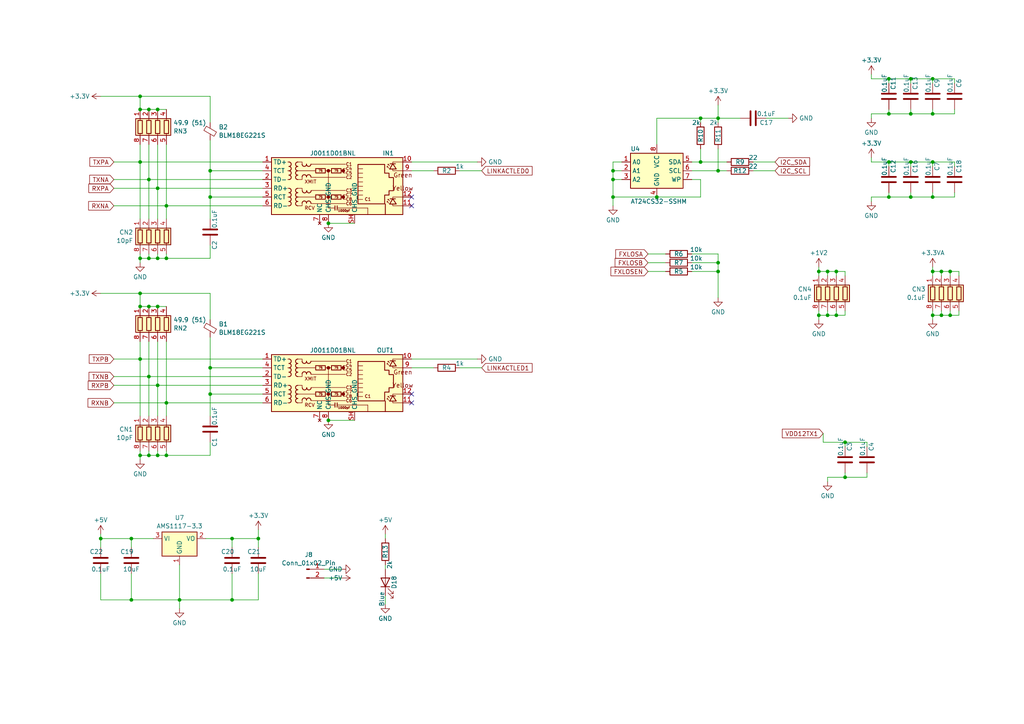
<source format=kicad_sch>
(kicad_sch
	(version 20231120)
	(generator "eeschema")
	(generator_version "8.0")
	(uuid "44502797-95d0-4488-8494-8214d539b93c")
	(paper "A4")
	(title_block
		(title "THCAD reader")
	)
	(lib_symbols
		(symbol "Connector:Conn_01x02_Pin"
			(pin_names
				(offset 1.016) hide)
			(exclude_from_sim no)
			(in_bom yes)
			(on_board yes)
			(property "Reference" "J"
				(at 0 2.54 0)
				(effects
					(font
						(size 1.27 1.27)
					)
				)
			)
			(property "Value" "Conn_01x02_Pin"
				(at 0 -5.08 0)
				(effects
					(font
						(size 1.27 1.27)
					)
				)
			)
			(property "Footprint" ""
				(at 0 0 0)
				(effects
					(font
						(size 1.27 1.27)
					)
					(hide yes)
				)
			)
			(property "Datasheet" "~"
				(at 0 0 0)
				(effects
					(font
						(size 1.27 1.27)
					)
					(hide yes)
				)
			)
			(property "Description" "Generic connector, single row, 01x02, script generated"
				(at 0 0 0)
				(effects
					(font
						(size 1.27 1.27)
					)
					(hide yes)
				)
			)
			(property "ki_locked" ""
				(at 0 0 0)
				(effects
					(font
						(size 1.27 1.27)
					)
				)
			)
			(property "ki_keywords" "connector"
				(at 0 0 0)
				(effects
					(font
						(size 1.27 1.27)
					)
					(hide yes)
				)
			)
			(property "ki_fp_filters" "Connector*:*_1x??_*"
				(at 0 0 0)
				(effects
					(font
						(size 1.27 1.27)
					)
					(hide yes)
				)
			)
			(symbol "Conn_01x02_Pin_1_1"
				(polyline
					(pts
						(xy 1.27 -2.54) (xy 0.8636 -2.54)
					)
					(stroke
						(width 0.1524)
						(type default)
					)
					(fill
						(type none)
					)
				)
				(polyline
					(pts
						(xy 1.27 0) (xy 0.8636 0)
					)
					(stroke
						(width 0.1524)
						(type default)
					)
					(fill
						(type none)
					)
				)
				(rectangle
					(start 0.8636 -2.413)
					(end 0 -2.667)
					(stroke
						(width 0.1524)
						(type default)
					)
					(fill
						(type outline)
					)
				)
				(rectangle
					(start 0.8636 0.127)
					(end 0 -0.127)
					(stroke
						(width 0.1524)
						(type default)
					)
					(fill
						(type outline)
					)
				)
				(pin passive line
					(at 5.08 0 180)
					(length 3.81)
					(name "Pin_1"
						(effects
							(font
								(size 1.27 1.27)
							)
						)
					)
					(number "1"
						(effects
							(font
								(size 1.27 1.27)
							)
						)
					)
				)
				(pin passive line
					(at 5.08 -2.54 180)
					(length 3.81)
					(name "Pin_2"
						(effects
							(font
								(size 1.27 1.27)
							)
						)
					)
					(number "2"
						(effects
							(font
								(size 1.27 1.27)
							)
						)
					)
				)
			)
		)
		(symbol "Device:C"
			(pin_numbers hide)
			(pin_names
				(offset 0.254)
			)
			(exclude_from_sim no)
			(in_bom yes)
			(on_board yes)
			(property "Reference" "C"
				(at 0.635 2.54 0)
				(effects
					(font
						(size 1.27 1.27)
					)
					(justify left)
				)
			)
			(property "Value" "C"
				(at 0.635 -2.54 0)
				(effects
					(font
						(size 1.27 1.27)
					)
					(justify left)
				)
			)
			(property "Footprint" ""
				(at 0.9652 -3.81 0)
				(effects
					(font
						(size 1.27 1.27)
					)
					(hide yes)
				)
			)
			(property "Datasheet" "~"
				(at 0 0 0)
				(effects
					(font
						(size 1.27 1.27)
					)
					(hide yes)
				)
			)
			(property "Description" "Unpolarized capacitor"
				(at 0 0 0)
				(effects
					(font
						(size 1.27 1.27)
					)
					(hide yes)
				)
			)
			(property "ki_keywords" "cap capacitor"
				(at 0 0 0)
				(effects
					(font
						(size 1.27 1.27)
					)
					(hide yes)
				)
			)
			(property "ki_fp_filters" "C_*"
				(at 0 0 0)
				(effects
					(font
						(size 1.27 1.27)
					)
					(hide yes)
				)
			)
			(symbol "C_0_1"
				(polyline
					(pts
						(xy -2.032 -0.762) (xy 2.032 -0.762)
					)
					(stroke
						(width 0.508)
						(type default)
					)
					(fill
						(type none)
					)
				)
				(polyline
					(pts
						(xy -2.032 0.762) (xy 2.032 0.762)
					)
					(stroke
						(width 0.508)
						(type default)
					)
					(fill
						(type none)
					)
				)
			)
			(symbol "C_1_1"
				(pin passive line
					(at 0 3.81 270)
					(length 2.794)
					(name "~"
						(effects
							(font
								(size 1.27 1.27)
							)
						)
					)
					(number "1"
						(effects
							(font
								(size 1.27 1.27)
							)
						)
					)
				)
				(pin passive line
					(at 0 -3.81 90)
					(length 2.794)
					(name "~"
						(effects
							(font
								(size 1.27 1.27)
							)
						)
					)
					(number "2"
						(effects
							(font
								(size 1.27 1.27)
							)
						)
					)
				)
			)
		)
		(symbol "Device:FerriteBead_Small"
			(pin_numbers hide)
			(pin_names
				(offset 0)
			)
			(exclude_from_sim no)
			(in_bom yes)
			(on_board yes)
			(property "Reference" "FB"
				(at 1.905 1.27 0)
				(effects
					(font
						(size 1.27 1.27)
					)
					(justify left)
				)
			)
			(property "Value" "FerriteBead_Small"
				(at 1.905 -1.27 0)
				(effects
					(font
						(size 1.27 1.27)
					)
					(justify left)
				)
			)
			(property "Footprint" ""
				(at -1.778 0 90)
				(effects
					(font
						(size 1.27 1.27)
					)
					(hide yes)
				)
			)
			(property "Datasheet" "~"
				(at 0 0 0)
				(effects
					(font
						(size 1.27 1.27)
					)
					(hide yes)
				)
			)
			(property "Description" "Ferrite bead, small symbol"
				(at 0 0 0)
				(effects
					(font
						(size 1.27 1.27)
					)
					(hide yes)
				)
			)
			(property "ki_keywords" "L ferrite bead inductor filter"
				(at 0 0 0)
				(effects
					(font
						(size 1.27 1.27)
					)
					(hide yes)
				)
			)
			(property "ki_fp_filters" "Inductor_* L_* *Ferrite*"
				(at 0 0 0)
				(effects
					(font
						(size 1.27 1.27)
					)
					(hide yes)
				)
			)
			(symbol "FerriteBead_Small_0_1"
				(polyline
					(pts
						(xy 0 -1.27) (xy 0 -0.7874)
					)
					(stroke
						(width 0)
						(type default)
					)
					(fill
						(type none)
					)
				)
				(polyline
					(pts
						(xy 0 0.889) (xy 0 1.2954)
					)
					(stroke
						(width 0)
						(type default)
					)
					(fill
						(type none)
					)
				)
				(polyline
					(pts
						(xy -1.8288 0.2794) (xy -1.1176 1.4986) (xy 1.8288 -0.2032) (xy 1.1176 -1.4224) (xy -1.8288 0.2794)
					)
					(stroke
						(width 0)
						(type default)
					)
					(fill
						(type none)
					)
				)
			)
			(symbol "FerriteBead_Small_1_1"
				(pin passive line
					(at 0 2.54 270)
					(length 1.27)
					(name "~"
						(effects
							(font
								(size 1.27 1.27)
							)
						)
					)
					(number "1"
						(effects
							(font
								(size 1.27 1.27)
							)
						)
					)
				)
				(pin passive line
					(at 0 -2.54 90)
					(length 1.27)
					(name "~"
						(effects
							(font
								(size 1.27 1.27)
							)
						)
					)
					(number "2"
						(effects
							(font
								(size 1.27 1.27)
							)
						)
					)
				)
			)
		)
		(symbol "Device:LED"
			(pin_numbers hide)
			(pin_names
				(offset 1.016) hide)
			(exclude_from_sim no)
			(in_bom yes)
			(on_board yes)
			(property "Reference" "D"
				(at 0 2.54 0)
				(effects
					(font
						(size 1.27 1.27)
					)
				)
			)
			(property "Value" "LED"
				(at 0 -2.54 0)
				(effects
					(font
						(size 1.27 1.27)
					)
				)
			)
			(property "Footprint" ""
				(at 0 0 0)
				(effects
					(font
						(size 1.27 1.27)
					)
					(hide yes)
				)
			)
			(property "Datasheet" "~"
				(at 0 0 0)
				(effects
					(font
						(size 1.27 1.27)
					)
					(hide yes)
				)
			)
			(property "Description" "Light emitting diode"
				(at 0 0 0)
				(effects
					(font
						(size 1.27 1.27)
					)
					(hide yes)
				)
			)
			(property "ki_keywords" "LED diode"
				(at 0 0 0)
				(effects
					(font
						(size 1.27 1.27)
					)
					(hide yes)
				)
			)
			(property "ki_fp_filters" "LED* LED_SMD:* LED_THT:*"
				(at 0 0 0)
				(effects
					(font
						(size 1.27 1.27)
					)
					(hide yes)
				)
			)
			(symbol "LED_0_1"
				(polyline
					(pts
						(xy -1.27 -1.27) (xy -1.27 1.27)
					)
					(stroke
						(width 0.254)
						(type default)
					)
					(fill
						(type none)
					)
				)
				(polyline
					(pts
						(xy -1.27 0) (xy 1.27 0)
					)
					(stroke
						(width 0)
						(type default)
					)
					(fill
						(type none)
					)
				)
				(polyline
					(pts
						(xy 1.27 -1.27) (xy 1.27 1.27) (xy -1.27 0) (xy 1.27 -1.27)
					)
					(stroke
						(width 0.254)
						(type default)
					)
					(fill
						(type none)
					)
				)
				(polyline
					(pts
						(xy -3.048 -0.762) (xy -4.572 -2.286) (xy -3.81 -2.286) (xy -4.572 -2.286) (xy -4.572 -1.524)
					)
					(stroke
						(width 0)
						(type default)
					)
					(fill
						(type none)
					)
				)
				(polyline
					(pts
						(xy -1.778 -0.762) (xy -3.302 -2.286) (xy -2.54 -2.286) (xy -3.302 -2.286) (xy -3.302 -1.524)
					)
					(stroke
						(width 0)
						(type default)
					)
					(fill
						(type none)
					)
				)
			)
			(symbol "LED_1_1"
				(pin passive line
					(at -3.81 0 0)
					(length 2.54)
					(name "K"
						(effects
							(font
								(size 1.27 1.27)
							)
						)
					)
					(number "1"
						(effects
							(font
								(size 1.27 1.27)
							)
						)
					)
				)
				(pin passive line
					(at 3.81 0 180)
					(length 2.54)
					(name "A"
						(effects
							(font
								(size 1.27 1.27)
							)
						)
					)
					(number "2"
						(effects
							(font
								(size 1.27 1.27)
							)
						)
					)
				)
			)
		)
		(symbol "Device:R"
			(pin_numbers hide)
			(pin_names
				(offset 0)
			)
			(exclude_from_sim no)
			(in_bom yes)
			(on_board yes)
			(property "Reference" "R"
				(at 2.032 0 90)
				(effects
					(font
						(size 1.27 1.27)
					)
				)
			)
			(property "Value" "R"
				(at 0 0 90)
				(effects
					(font
						(size 1.27 1.27)
					)
				)
			)
			(property "Footprint" ""
				(at -1.778 0 90)
				(effects
					(font
						(size 1.27 1.27)
					)
					(hide yes)
				)
			)
			(property "Datasheet" "~"
				(at 0 0 0)
				(effects
					(font
						(size 1.27 1.27)
					)
					(hide yes)
				)
			)
			(property "Description" "Resistor"
				(at 0 0 0)
				(effects
					(font
						(size 1.27 1.27)
					)
					(hide yes)
				)
			)
			(property "ki_keywords" "R res resistor"
				(at 0 0 0)
				(effects
					(font
						(size 1.27 1.27)
					)
					(hide yes)
				)
			)
			(property "ki_fp_filters" "R_*"
				(at 0 0 0)
				(effects
					(font
						(size 1.27 1.27)
					)
					(hide yes)
				)
			)
			(symbol "R_0_1"
				(rectangle
					(start -1.016 -2.54)
					(end 1.016 2.54)
					(stroke
						(width 0.254)
						(type default)
					)
					(fill
						(type none)
					)
				)
			)
			(symbol "R_1_1"
				(pin passive line
					(at 0 3.81 270)
					(length 1.27)
					(name "~"
						(effects
							(font
								(size 1.27 1.27)
							)
						)
					)
					(number "1"
						(effects
							(font
								(size 1.27 1.27)
							)
						)
					)
				)
				(pin passive line
					(at 0 -3.81 90)
					(length 1.27)
					(name "~"
						(effects
							(font
								(size 1.27 1.27)
							)
						)
					)
					(number "2"
						(effects
							(font
								(size 1.27 1.27)
							)
						)
					)
				)
			)
		)
		(symbol "Device:R_Pack04"
			(pin_names
				(offset 0) hide)
			(exclude_from_sim no)
			(in_bom yes)
			(on_board yes)
			(property "Reference" "RN"
				(at -7.62 0 90)
				(effects
					(font
						(size 1.27 1.27)
					)
				)
			)
			(property "Value" "R_Pack04"
				(at 5.08 0 90)
				(effects
					(font
						(size 1.27 1.27)
					)
				)
			)
			(property "Footprint" ""
				(at 6.985 0 90)
				(effects
					(font
						(size 1.27 1.27)
					)
					(hide yes)
				)
			)
			(property "Datasheet" "~"
				(at 0 0 0)
				(effects
					(font
						(size 1.27 1.27)
					)
					(hide yes)
				)
			)
			(property "Description" "4 resistor network, parallel topology"
				(at 0 0 0)
				(effects
					(font
						(size 1.27 1.27)
					)
					(hide yes)
				)
			)
			(property "ki_keywords" "R network parallel topology isolated"
				(at 0 0 0)
				(effects
					(font
						(size 1.27 1.27)
					)
					(hide yes)
				)
			)
			(property "ki_fp_filters" "DIP* SOIC* R*Array*Concave* R*Array*Convex* MSOP*"
				(at 0 0 0)
				(effects
					(font
						(size 1.27 1.27)
					)
					(hide yes)
				)
			)
			(symbol "R_Pack04_0_1"
				(rectangle
					(start -6.35 -2.413)
					(end 3.81 2.413)
					(stroke
						(width 0.254)
						(type default)
					)
					(fill
						(type background)
					)
				)
				(rectangle
					(start -5.715 1.905)
					(end -4.445 -1.905)
					(stroke
						(width 0.254)
						(type default)
					)
					(fill
						(type none)
					)
				)
				(rectangle
					(start -3.175 1.905)
					(end -1.905 -1.905)
					(stroke
						(width 0.254)
						(type default)
					)
					(fill
						(type none)
					)
				)
				(rectangle
					(start -0.635 1.905)
					(end 0.635 -1.905)
					(stroke
						(width 0.254)
						(type default)
					)
					(fill
						(type none)
					)
				)
				(polyline
					(pts
						(xy -5.08 -2.54) (xy -5.08 -1.905)
					)
					(stroke
						(width 0)
						(type default)
					)
					(fill
						(type none)
					)
				)
				(polyline
					(pts
						(xy -5.08 1.905) (xy -5.08 2.54)
					)
					(stroke
						(width 0)
						(type default)
					)
					(fill
						(type none)
					)
				)
				(polyline
					(pts
						(xy -2.54 -2.54) (xy -2.54 -1.905)
					)
					(stroke
						(width 0)
						(type default)
					)
					(fill
						(type none)
					)
				)
				(polyline
					(pts
						(xy -2.54 1.905) (xy -2.54 2.54)
					)
					(stroke
						(width 0)
						(type default)
					)
					(fill
						(type none)
					)
				)
				(polyline
					(pts
						(xy 0 -2.54) (xy 0 -1.905)
					)
					(stroke
						(width 0)
						(type default)
					)
					(fill
						(type none)
					)
				)
				(polyline
					(pts
						(xy 0 1.905) (xy 0 2.54)
					)
					(stroke
						(width 0)
						(type default)
					)
					(fill
						(type none)
					)
				)
				(polyline
					(pts
						(xy 2.54 -2.54) (xy 2.54 -1.905)
					)
					(stroke
						(width 0)
						(type default)
					)
					(fill
						(type none)
					)
				)
				(polyline
					(pts
						(xy 2.54 1.905) (xy 2.54 2.54)
					)
					(stroke
						(width 0)
						(type default)
					)
					(fill
						(type none)
					)
				)
				(rectangle
					(start 1.905 1.905)
					(end 3.175 -1.905)
					(stroke
						(width 0.254)
						(type default)
					)
					(fill
						(type none)
					)
				)
			)
			(symbol "R_Pack04_1_1"
				(pin passive line
					(at -5.08 -5.08 90)
					(length 2.54)
					(name "R1.1"
						(effects
							(font
								(size 1.27 1.27)
							)
						)
					)
					(number "1"
						(effects
							(font
								(size 1.27 1.27)
							)
						)
					)
				)
				(pin passive line
					(at -2.54 -5.08 90)
					(length 2.54)
					(name "R2.1"
						(effects
							(font
								(size 1.27 1.27)
							)
						)
					)
					(number "2"
						(effects
							(font
								(size 1.27 1.27)
							)
						)
					)
				)
				(pin passive line
					(at 0 -5.08 90)
					(length 2.54)
					(name "R3.1"
						(effects
							(font
								(size 1.27 1.27)
							)
						)
					)
					(number "3"
						(effects
							(font
								(size 1.27 1.27)
							)
						)
					)
				)
				(pin passive line
					(at 2.54 -5.08 90)
					(length 2.54)
					(name "R4.1"
						(effects
							(font
								(size 1.27 1.27)
							)
						)
					)
					(number "4"
						(effects
							(font
								(size 1.27 1.27)
							)
						)
					)
				)
				(pin passive line
					(at 2.54 5.08 270)
					(length 2.54)
					(name "R4.2"
						(effects
							(font
								(size 1.27 1.27)
							)
						)
					)
					(number "5"
						(effects
							(font
								(size 1.27 1.27)
							)
						)
					)
				)
				(pin passive line
					(at 0 5.08 270)
					(length 2.54)
					(name "R3.2"
						(effects
							(font
								(size 1.27 1.27)
							)
						)
					)
					(number "6"
						(effects
							(font
								(size 1.27 1.27)
							)
						)
					)
				)
				(pin passive line
					(at -2.54 5.08 270)
					(length 2.54)
					(name "R2.2"
						(effects
							(font
								(size 1.27 1.27)
							)
						)
					)
					(number "7"
						(effects
							(font
								(size 1.27 1.27)
							)
						)
					)
				)
				(pin passive line
					(at -5.08 5.08 270)
					(length 2.54)
					(name "R1.2"
						(effects
							(font
								(size 1.27 1.27)
							)
						)
					)
					(number "8"
						(effects
							(font
								(size 1.27 1.27)
							)
						)
					)
				)
			)
		)
		(symbol "HakansLibrary:J0011D01BNL"
			(exclude_from_sim no)
			(in_bom yes)
			(on_board yes)
			(property "Reference" "J"
				(at 17.78 10.16 0)
				(effects
					(font
						(size 1.27 1.27)
					)
					(justify right)
				)
			)
			(property "Value" "J0011D01BNL"
				(at 0 10.16 0)
				(effects
					(font
						(size 1.27 1.27)
					)
				)
			)
			(property "Footprint" ""
				(at 0 12.7 0)
				(effects
					(font
						(size 1.27 1.27)
					)
					(hide yes)
				)
			)
			(property "Datasheet" ""
				(at 0 16.51 0)
				(effects
					(font
						(size 1.27 1.27)
					)
					(justify top)
					(hide yes)
				)
			)
			(property "Description" "LAN Transformer Jack, RJ45, 10/100 BaseT"
				(at 0 0 0)
				(effects
					(font
						(size 1.27 1.27)
					)
					(hide yes)
				)
			)
			(property "ki_keywords" "lan jack socket transformer"
				(at 0 0 0)
				(effects
					(font
						(size 1.27 1.27)
					)
					(hide yes)
				)
			)
			(property "ki_fp_filters" "RJ45*Wuerth*7499010121A*"
				(at 0 0 0)
				(effects
					(font
						(size 1.27 1.27)
					)
					(hide yes)
				)
			)
			(symbol "J0011D01BNL_0_0"
				(circle
					(center -1.27 -2.54)
					(radius 0.0001)
					(stroke
						(width 0.508)
						(type default)
					)
					(fill
						(type none)
					)
				)
				(circle
					(center -1.27 5.08)
					(radius 0.0001)
					(stroke
						(width 0.508)
						(type default)
					)
					(fill
						(type none)
					)
				)
				(polyline
					(pts
						(xy -1.27 5.08) (xy -1.27 -5.715)
					)
					(stroke
						(width 0)
						(type default)
					)
					(fill
						(type none)
					)
				)
				(polyline
					(pts
						(xy 0.635 -5.08) (xy 0.635 -6.35)
					)
					(stroke
						(width 0.254)
						(type default)
					)
					(fill
						(type none)
					)
				)
				(polyline
					(pts
						(xy 1.27 -5.08) (xy 1.27 -6.35)
					)
					(stroke
						(width 0.254)
						(type default)
					)
					(fill
						(type none)
					)
				)
				(polyline
					(pts
						(xy 3.048 -2.54) (xy 2.54 -2.54)
					)
					(stroke
						(width 0)
						(type default)
					)
					(fill
						(type none)
					)
				)
				(polyline
					(pts
						(xy 3.048 5.08) (xy 2.54 5.08)
					)
					(stroke
						(width 0)
						(type default)
					)
					(fill
						(type none)
					)
				)
				(polyline
					(pts
						(xy 17.399 -3.175) (xy 17.399 -2.54) (xy 20.32 -2.54)
					)
					(stroke
						(width 0)
						(type default)
					)
					(fill
						(type none)
					)
				)
				(polyline
					(pts
						(xy 17.399 6.985) (xy 17.399 7.62) (xy 20.32 7.62)
					)
					(stroke
						(width 0)
						(type default)
					)
					(fill
						(type none)
					)
				)
				(polyline
					(pts
						(xy 20.32 -5.08) (xy 17.399 -5.08) (xy 17.399 -4.572)
					)
					(stroke
						(width 0)
						(type default)
					)
					(fill
						(type none)
					)
				)
				(polyline
					(pts
						(xy 20.32 5.08) (xy 17.399 5.08) (xy 17.399 5.588)
					)
					(stroke
						(width 0)
						(type default)
					)
					(fill
						(type none)
					)
				)
				(polyline
					(pts
						(xy 3.683 -1.905) (xy 3.048 -1.905) (xy 3.048 -3.175) (xy 3.683 -3.175)
					)
					(stroke
						(width 0)
						(type default)
					)
					(fill
						(type none)
					)
				)
				(polyline
					(pts
						(xy 3.683 5.715) (xy 3.048 5.715) (xy 3.048 4.445) (xy 3.683 4.445)
					)
					(stroke
						(width 0)
						(type default)
					)
					(fill
						(type none)
					)
				)
				(circle
					(center 3.048 -2.54)
					(radius 0.0001)
					(stroke
						(width 0.508)
						(type default)
					)
					(fill
						(type none)
					)
				)
				(circle
					(center 3.048 5.08)
					(radius 0.0001)
					(stroke
						(width 0.508)
						(type default)
					)
					(fill
						(type none)
					)
				)
				(text "C1"
					(at 4.699 6.985 0)
					(effects
						(font
							(size 0.889 0.889)
						)
					)
				)
				(text "C1"
					(at 10.16 -3.175 0)
					(effects
						(font
							(size 0.889 0.889)
						)
					)
				)
				(text "C2"
					(at 4.699 3.175 0)
					(effects
						(font
							(size 0.889 0.889)
						)
					)
				)
				(text "C3"
					(at 4.699 -0.635 0)
					(effects
						(font
							(size 0.889 0.889)
						)
					)
				)
				(text "C4"
					(at 4.699 5.715 0)
					(effects
						(font
							(size 0.889 0.889)
						)
					)
				)
				(text "C5"
					(at 4.699 4.445 0)
					(effects
						(font
							(size 0.889 0.889)
						)
					)
				)
				(text "C6"
					(at 4.699 -4.445 0)
					(effects
						(font
							(size 0.889 0.889)
						)
					)
				)
				(text "C7"
					(at 4.699 -1.905 0)
					(effects
						(font
							(size 0.889 0.889)
						)
					)
				)
				(text "C8"
					(at 4.699 -3.175 0)
					(effects
						(font
							(size 0.889 0.889)
						)
					)
				)
				(text "RCV"
					(at -8.255 -5.715 0)
					(effects
						(font
							(size 1.016 1.016)
						)
						(justify left)
					)
				)
				(text "XMIT"
					(at -8.255 1.905 0)
					(effects
						(font
							(size 1.016 1.016)
						)
						(justify left)
					)
				)
			)
			(symbol "J0011D01BNL_0_1"
				(rectangle
					(start -17.78 8.89)
					(end 20.32 -7.62)
					(stroke
						(width 0.254)
						(type default)
					)
					(fill
						(type background)
					)
				)
				(polyline
					(pts
						(xy -12.7 -5.08) (xy -13.081 -5.08)
					)
					(stroke
						(width 0)
						(type default)
					)
					(fill
						(type none)
					)
				)
				(polyline
					(pts
						(xy -12.7 -2.54) (xy -13.081 -2.54)
					)
					(stroke
						(width 0)
						(type default)
					)
					(fill
						(type none)
					)
				)
				(polyline
					(pts
						(xy -12.7 0) (xy -13.081 0)
					)
					(stroke
						(width 0)
						(type default)
					)
					(fill
						(type none)
					)
				)
				(polyline
					(pts
						(xy -12.7 2.54) (xy -13.081 2.54)
					)
					(stroke
						(width 0)
						(type default)
					)
					(fill
						(type none)
					)
				)
				(polyline
					(pts
						(xy -12.7 5.08) (xy -13.081 5.08)
					)
					(stroke
						(width 0)
						(type default)
					)
					(fill
						(type none)
					)
				)
				(polyline
					(pts
						(xy -12.7 7.62) (xy -13.081 7.62)
					)
					(stroke
						(width 0)
						(type default)
					)
					(fill
						(type none)
					)
				)
				(polyline
					(pts
						(xy -6.35 -4.445) (xy 3.683 -4.445)
					)
					(stroke
						(width 0)
						(type default)
					)
					(fill
						(type none)
					)
				)
				(polyline
					(pts
						(xy -6.35 3.175) (xy 3.683 3.175)
					)
					(stroke
						(width 0)
						(type default)
					)
					(fill
						(type none)
					)
				)
				(polyline
					(pts
						(xy -6.35 6.985) (xy 3.683 6.985)
					)
					(stroke
						(width 0)
						(type default)
					)
					(fill
						(type none)
					)
				)
				(polyline
					(pts
						(xy -6.223 -0.635) (xy 3.683 -0.635)
					)
					(stroke
						(width 0)
						(type default)
					)
					(fill
						(type none)
					)
				)
				(polyline
					(pts
						(xy -5.08 -2.54) (xy -10.16 -2.54)
					)
					(stroke
						(width 0)
						(type default)
					)
					(fill
						(type none)
					)
				)
				(polyline
					(pts
						(xy -4.953 5.08) (xy -10.16 5.08)
					)
					(stroke
						(width 0)
						(type default)
					)
					(fill
						(type none)
					)
				)
				(polyline
					(pts
						(xy -2.159 -2.54) (xy -0.381 -2.54)
					)
					(stroke
						(width 0)
						(type default)
					)
					(fill
						(type none)
					)
				)
				(polyline
					(pts
						(xy -2.159 5.08) (xy -0.381 5.08)
					)
					(stroke
						(width 0)
						(type default)
					)
					(fill
						(type none)
					)
				)
				(polyline
					(pts
						(xy 0.635 -5.715) (xy -1.27 -5.715)
					)
					(stroke
						(width 0)
						(type default)
					)
					(fill
						(type none)
					)
				)
				(polyline
					(pts
						(xy 7.4295 -1.9685) (xy 8.6995 -1.9685)
					)
					(stroke
						(width 0)
						(type default)
					)
					(fill
						(type none)
					)
				)
				(polyline
					(pts
						(xy 7.4295 -0.6985) (xy 8.6995 -0.6985)
					)
					(stroke
						(width 0)
						(type default)
					)
					(fill
						(type none)
					)
				)
				(polyline
					(pts
						(xy 7.4295 0.5715) (xy 8.6995 0.5715)
					)
					(stroke
						(width 0)
						(type default)
					)
					(fill
						(type none)
					)
				)
				(polyline
					(pts
						(xy 7.4295 1.8415) (xy 8.6995 1.8415)
					)
					(stroke
						(width 0)
						(type default)
					)
					(fill
						(type none)
					)
				)
				(polyline
					(pts
						(xy 7.4295 3.1115) (xy 8.6995 3.1115)
					)
					(stroke
						(width 0)
						(type default)
					)
					(fill
						(type none)
					)
				)
				(polyline
					(pts
						(xy 8.6995 -3.2385) (xy 7.4295 -3.2385)
					)
					(stroke
						(width 0)
						(type default)
					)
					(fill
						(type none)
					)
				)
				(polyline
					(pts
						(xy 8.6995 4.3815) (xy 7.4295 4.3815)
					)
					(stroke
						(width 0)
						(type default)
					)
					(fill
						(type none)
					)
				)
				(polyline
					(pts
						(xy 8.6995 5.6515) (xy 7.4295 5.6515)
					)
					(stroke
						(width 0)
						(type default)
					)
					(fill
						(type none)
					)
				)
				(polyline
					(pts
						(xy 10.16 -5.715) (xy 1.27 -5.715)
					)
					(stroke
						(width 0)
						(type default)
					)
					(fill
						(type none)
					)
				)
				(polyline
					(pts
						(xy 10.16 -5.715) (xy 10.16 -7.62)
					)
					(stroke
						(width 0)
						(type default)
					)
					(fill
						(type none)
					)
				)
				(polyline
					(pts
						(xy -10.16 0) (xy -8.89 0) (xy -8.89 -0.635)
					)
					(stroke
						(width 0)
						(type default)
					)
					(fill
						(type none)
					)
				)
				(polyline
					(pts
						(xy -10.16 7.62) (xy -8.89 7.62) (xy -8.89 6.985)
					)
					(stroke
						(width 0)
						(type default)
					)
					(fill
						(type none)
					)
				)
				(polyline
					(pts
						(xy -8.89 -4.445) (xy -8.89 -5.08) (xy -10.16 -5.08)
					)
					(stroke
						(width 0)
						(type default)
					)
					(fill
						(type none)
					)
				)
				(polyline
					(pts
						(xy -8.89 3.175) (xy -8.89 2.54) (xy -10.16 2.54)
					)
					(stroke
						(width 0)
						(type default)
					)
					(fill
						(type none)
					)
				)
			)
			(symbol "J0011D01BNL_1_0"
				(text "1000pF"
					(at 3.302 -6.477 0)
					(effects
						(font
							(size 0.635 0.635)
						)
					)
				)
			)
			(symbol "J0011D01BNL_1_1"
				(arc
					(start -12.7 -1.27)
					(mid -12.0677 -0.635)
					(end -12.7 0)
					(stroke
						(width 0.254)
						(type default)
					)
					(fill
						(type none)
					)
				)
				(arc
					(start -12.6973 -5.08)
					(mid -12.065 -4.445)
					(end -12.6973 -3.81)
					(stroke
						(width 0.254)
						(type default)
					)
					(fill
						(type none)
					)
				)
				(arc
					(start -12.6973 -3.81)
					(mid -12.065 -3.175)
					(end -12.6973 -2.54)
					(stroke
						(width 0.254)
						(type default)
					)
					(fill
						(type none)
					)
				)
				(arc
					(start -12.6973 -2.54)
					(mid -12.065 -1.905)
					(end -12.6973 -1.27)
					(stroke
						(width 0.254)
						(type default)
					)
					(fill
						(type none)
					)
				)
				(arc
					(start -12.6973 6.35)
					(mid -12.065 6.985)
					(end -12.6973 7.62)
					(stroke
						(width 0.254)
						(type default)
					)
					(fill
						(type none)
					)
				)
				(arc
					(start -12.6946 2.54)
					(mid -12.0623 3.175)
					(end -12.6946 3.81)
					(stroke
						(width 0.254)
						(type default)
					)
					(fill
						(type none)
					)
				)
				(arc
					(start -12.6946 3.81)
					(mid -12.0623 4.445)
					(end -12.6946 5.08)
					(stroke
						(width 0.254)
						(type default)
					)
					(fill
						(type none)
					)
				)
				(arc
					(start -12.6946 5.08)
					(mid -12.0623 5.715)
					(end -12.6946 6.35)
					(stroke
						(width 0.254)
						(type default)
					)
					(fill
						(type none)
					)
				)
				(arc
					(start -10.1654 -2.54)
					(mid -10.7977 -3.175)
					(end -10.1654 -3.81)
					(stroke
						(width 0.254)
						(type default)
					)
					(fill
						(type none)
					)
				)
				(arc
					(start -10.1654 -1.27)
					(mid -10.7977 -1.905)
					(end -10.1654 -2.54)
					(stroke
						(width 0.254)
						(type default)
					)
					(fill
						(type none)
					)
				)
				(arc
					(start -10.1654 0)
					(mid -10.7977 -0.635)
					(end -10.1654 -1.27)
					(stroke
						(width 0.254)
						(type default)
					)
					(fill
						(type none)
					)
				)
				(arc
					(start -10.1654 5.08)
					(mid -10.7977 4.445)
					(end -10.1654 3.81)
					(stroke
						(width 0.254)
						(type default)
					)
					(fill
						(type none)
					)
				)
				(arc
					(start -10.1654 6.35)
					(mid -10.7977 5.715)
					(end -10.1654 5.08)
					(stroke
						(width 0.254)
						(type default)
					)
					(fill
						(type none)
					)
				)
				(arc
					(start -10.1654 7.62)
					(mid -10.7977 6.985)
					(end -10.1654 6.35)
					(stroke
						(width 0.254)
						(type default)
					)
					(fill
						(type none)
					)
				)
				(arc
					(start -10.1627 -3.81)
					(mid -10.795 -4.445)
					(end -10.1627 -5.08)
					(stroke
						(width 0.254)
						(type default)
					)
					(fill
						(type none)
					)
				)
				(arc
					(start -10.1627 3.81)
					(mid -10.795 3.175)
					(end -10.1627 2.54)
					(stroke
						(width 0.254)
						(type default)
					)
					(fill
						(type none)
					)
				)
				(arc
					(start -8.89 6.9823)
					(mid -8.255 6.35)
					(end -7.62 6.9823)
					(stroke
						(width 0.254)
						(type default)
					)
					(fill
						(type none)
					)
				)
				(arc
					(start -8.8265 -0.7012)
					(mid -8.1915 -1.3335)
					(end -7.5565 -0.7012)
					(stroke
						(width 0.254)
						(type default)
					)
					(fill
						(type none)
					)
				)
				(arc
					(start -7.62 -4.3153)
					(mid -8.255 -3.683)
					(end -8.89 -4.3153)
					(stroke
						(width 0.254)
						(type default)
					)
					(fill
						(type none)
					)
				)
				(arc
					(start -7.62 3.3047)
					(mid -8.255 3.937)
					(end -8.89 3.3047)
					(stroke
						(width 0.254)
						(type default)
					)
					(fill
						(type none)
					)
				)
				(arc
					(start -7.62 6.985)
					(mid -6.985 6.3527)
					(end -6.35 6.985)
					(stroke
						(width 0.254)
						(type default)
					)
					(fill
						(type none)
					)
				)
				(arc
					(start -7.5565 -0.6985)
					(mid -6.9215 -1.3308)
					(end -6.2865 -0.6985)
					(stroke
						(width 0.254)
						(type default)
					)
					(fill
						(type none)
					)
				)
				(arc
					(start -6.35 -4.3126)
					(mid -6.985 -3.6803)
					(end -7.62 -4.3126)
					(stroke
						(width 0.254)
						(type default)
					)
					(fill
						(type none)
					)
				)
				(arc
					(start -6.35 3.3074)
					(mid -6.985 3.9397)
					(end -7.62 3.3074)
					(stroke
						(width 0.254)
						(type default)
					)
					(fill
						(type none)
					)
				)
				(rectangle
					(start -4.953 -1.905)
					(end -2.159 -3.175)
					(stroke
						(width 0.254)
						(type default)
					)
					(fill
						(type none)
					)
				)
				(rectangle
					(start -4.953 5.715)
					(end -2.159 4.445)
					(stroke
						(width 0.254)
						(type default)
					)
					(fill
						(type none)
					)
				)
				(rectangle
					(start -0.381 -1.905)
					(end 2.413 -3.175)
					(stroke
						(width 0.254)
						(type default)
					)
					(fill
						(type none)
					)
				)
				(rectangle
					(start -0.381 5.715)
					(end 2.413 4.445)
					(stroke
						(width 0.254)
						(type default)
					)
					(fill
						(type none)
					)
				)
				(polyline
					(pts
						(xy 15.24 -7.62) (xy 15.24 -4.572)
					)
					(stroke
						(width 0.254)
						(type default)
					)
					(fill
						(type none)
					)
				)
				(polyline
					(pts
						(xy 15.748 -3.81) (xy 15.748 -4.064)
					)
					(stroke
						(width 0)
						(type default)
					)
					(fill
						(type none)
					)
				)
				(polyline
					(pts
						(xy 15.748 6.35) (xy 15.748 6.096)
					)
					(stroke
						(width 0)
						(type default)
					)
					(fill
						(type none)
					)
				)
				(polyline
					(pts
						(xy 16.002 -3.175) (xy 16.002 -3.429)
					)
					(stroke
						(width 0)
						(type default)
					)
					(fill
						(type none)
					)
				)
				(polyline
					(pts
						(xy 16.002 6.985) (xy 16.002 6.731)
					)
					(stroke
						(width 0)
						(type default)
					)
					(fill
						(type none)
					)
				)
				(polyline
					(pts
						(xy 16.637 -3.048) (xy 18.161 -3.048)
					)
					(stroke
						(width 0.254)
						(type default)
					)
					(fill
						(type none)
					)
				)
				(polyline
					(pts
						(xy 16.637 7.112) (xy 18.161 7.112)
					)
					(stroke
						(width 0.254)
						(type default)
					)
					(fill
						(type none)
					)
				)
				(polyline
					(pts
						(xy 16.256 -4.318) (xy 15.748 -3.81) (xy 16.002 -3.81)
					)
					(stroke
						(width 0)
						(type default)
					)
					(fill
						(type none)
					)
				)
				(polyline
					(pts
						(xy 16.256 5.842) (xy 15.748 6.35) (xy 16.002 6.35)
					)
					(stroke
						(width 0)
						(type default)
					)
					(fill
						(type none)
					)
				)
				(polyline
					(pts
						(xy 16.51 -3.683) (xy 16.002 -3.175) (xy 16.256 -3.175)
					)
					(stroke
						(width 0)
						(type default)
					)
					(fill
						(type none)
					)
				)
				(polyline
					(pts
						(xy 16.51 6.477) (xy 16.002 6.985) (xy 16.256 6.985)
					)
					(stroke
						(width 0)
						(type default)
					)
					(fill
						(type none)
					)
				)
				(polyline
					(pts
						(xy 16.51 -4.572) (xy 18.415 -4.572) (xy 17.399 -3.048) (xy 16.51 -4.572)
					)
					(stroke
						(width 0.254)
						(type default)
					)
					(fill
						(type none)
					)
				)
				(polyline
					(pts
						(xy 16.51 5.588) (xy 18.415 5.588) (xy 17.399 7.112) (xy 16.51 5.588)
					)
					(stroke
						(width 0.254)
						(type default)
					)
					(fill
						(type none)
					)
				)
				(polyline
					(pts
						(xy 7.3025 -4.5085) (xy 7.3025 6.9215) (xy 15.0495 6.9215) (xy 15.0495 4.3815) (xy 16.3195 4.3815)
						(xy 16.3195 3.1115) (xy 17.5895 3.1115) (xy 17.5895 -0.6985) (xy 16.3195 -0.6985) (xy 16.3195 -1.9685)
						(xy 15.0495 -1.9685) (xy 15.0495 -4.5085) (xy 7.3025 -4.5085)
					)
					(stroke
						(width 0.254)
						(type default)
					)
					(fill
						(type none)
					)
				)
				(text "75"
					(at -3.556 -2.54 0)
					(effects
						(font
							(size 0.635 0.635)
						)
					)
				)
				(text "75"
					(at -3.556 5.08 0)
					(effects
						(font
							(size 0.635 0.635)
						)
					)
				)
				(text "75"
					(at 1.016 -2.54 0)
					(effects
						(font
							(size 0.635 0.635)
						)
					)
				)
				(text "75"
					(at 1.016 5.08 0)
					(effects
						(font
							(size 0.635 0.635)
						)
					)
				)
				(text "Green"
					(at 20.32 3.81 0)
					(effects
						(font
							(size 1.27 1.27)
						)
					)
				)
				(text "Yellow"
					(at 20.32 0 0)
					(effects
						(font
							(size 1.27 1.27)
						)
					)
				)
				(pin passive line
					(at -20.32 7.62 0)
					(length 2.54)
					(name "TD+"
						(effects
							(font
								(size 1.27 1.27)
							)
						)
					)
					(number "1"
						(effects
							(font
								(size 1.27 1.27)
							)
						)
					)
				)
				(pin passive line
					(at 22.86 7.62 180)
					(length 2.54)
					(name ""
						(effects
							(font
								(size 1.27 1.27)
							)
						)
					)
					(number "10"
						(effects
							(font
								(size 1.27 1.27)
							)
						)
					)
				)
				(pin passive line
					(at 22.86 -5.08 180)
					(length 2.54)
					(name ""
						(effects
							(font
								(size 1.27 1.27)
							)
						)
					)
					(number "11"
						(effects
							(font
								(size 1.27 1.27)
							)
						)
					)
				)
				(pin passive line
					(at 22.86 -2.54 180)
					(length 2.54)
					(name ""
						(effects
							(font
								(size 1.27 1.27)
							)
						)
					)
					(number "12"
						(effects
							(font
								(size 1.27 1.27)
							)
						)
					)
				)
				(pin passive line
					(at -20.32 2.54 0)
					(length 2.54)
					(name "TD-"
						(effects
							(font
								(size 1.27 1.27)
							)
						)
					)
					(number "2"
						(effects
							(font
								(size 1.27 1.27)
							)
						)
					)
				)
				(pin passive line
					(at -20.32 0 0)
					(length 2.54)
					(name "RD+"
						(effects
							(font
								(size 1.27 1.27)
							)
						)
					)
					(number "3"
						(effects
							(font
								(size 1.27 1.27)
							)
						)
					)
				)
				(pin passive line
					(at -20.32 5.08 0)
					(length 2.54)
					(name "TCT"
						(effects
							(font
								(size 1.27 1.27)
							)
						)
					)
					(number "4"
						(effects
							(font
								(size 1.27 1.27)
							)
						)
					)
				)
				(pin passive line
					(at -20.32 -2.54 0)
					(length 2.54)
					(name "RCT"
						(effects
							(font
								(size 1.27 1.27)
							)
						)
					)
					(number "5"
						(effects
							(font
								(size 1.27 1.27)
							)
						)
					)
				)
				(pin passive line
					(at -20.32 -5.08 0)
					(length 2.54)
					(name "RD-"
						(effects
							(font
								(size 1.27 1.27)
							)
						)
					)
					(number "6"
						(effects
							(font
								(size 1.27 1.27)
							)
						)
					)
				)
				(pin no_connect line
					(at -3.81 -10.16 90)
					(length 2.54)
					(name "NC"
						(effects
							(font
								(size 1.27 1.27)
							)
						)
					)
					(number "7"
						(effects
							(font
								(size 1.27 1.27)
							)
						)
					)
				)
				(pin no_connect line
					(at 20.32 0 0)
					(length 0) hide
					(name "NC"
						(effects
							(font
								(size 1.27 1.27)
							)
						)
					)
					(number "7"
						(effects
							(font
								(size 1.27 1.27)
							)
						)
					)
				)
				(pin power_in line
					(at -1.27 -10.16 90)
					(length 2.54)
					(name "CHS_GND"
						(effects
							(font
								(size 1.27 1.27)
							)
						)
					)
					(number "8"
						(effects
							(font
								(size 1.27 1.27)
							)
						)
					)
				)
				(pin passive line
					(at 22.86 5.08 180)
					(length 2.54)
					(name ""
						(effects
							(font
								(size 1.27 1.27)
							)
						)
					)
					(number "9"
						(effects
							(font
								(size 1.27 1.27)
							)
						)
					)
				)
				(pin power_in line
					(at 6.35 -10.16 90)
					(length 2.54)
					(name "CHS_GND"
						(effects
							(font
								(size 1.27 1.27)
							)
						)
					)
					(number "SH"
						(effects
							(font
								(size 1.27 1.27)
							)
						)
					)
				)
			)
		)
		(symbol "Memory_EEPROM:AT24CS32-SSHM"
			(exclude_from_sim no)
			(in_bom yes)
			(on_board yes)
			(property "Reference" "U"
				(at -7.62 6.35 0)
				(effects
					(font
						(size 1.27 1.27)
					)
				)
			)
			(property "Value" "AT24CS32-SSHM"
				(at 2.54 -6.35 0)
				(effects
					(font
						(size 1.27 1.27)
					)
					(justify left)
				)
			)
			(property "Footprint" "Package_SO:SOIC-8_3.9x4.9mm_P1.27mm"
				(at 0 0 0)
				(effects
					(font
						(size 1.27 1.27)
					)
					(hide yes)
				)
			)
			(property "Datasheet" "http://ww1.microchip.com/downloads/en/DeviceDoc/Atmel-8869-SEEPROM-AT24CS32-Datasheet.pdf"
				(at 0 0 0)
				(effects
					(font
						(size 1.27 1.27)
					)
					(hide yes)
				)
			)
			(property "Description" "I2C Serial EEPROM, 32Kb (4096x8) with Unique Serial Number, SO8"
				(at 0 0 0)
				(effects
					(font
						(size 1.27 1.27)
					)
					(hide yes)
				)
			)
			(property "ki_keywords" "I2C Serial EEPROM Nonvolatile Memory"
				(at 0 0 0)
				(effects
					(font
						(size 1.27 1.27)
					)
					(hide yes)
				)
			)
			(property "ki_fp_filters" "SOIC*3.9x4.9mm*P1.27mm*"
				(at 0 0 0)
				(effects
					(font
						(size 1.27 1.27)
					)
					(hide yes)
				)
			)
			(symbol "AT24CS32-SSHM_1_1"
				(rectangle
					(start -7.62 5.08)
					(end 7.62 -5.08)
					(stroke
						(width 0.254)
						(type default)
					)
					(fill
						(type background)
					)
				)
				(pin input line
					(at -10.16 2.54 0)
					(length 2.54)
					(name "A0"
						(effects
							(font
								(size 1.27 1.27)
							)
						)
					)
					(number "1"
						(effects
							(font
								(size 1.27 1.27)
							)
						)
					)
				)
				(pin input line
					(at -10.16 0 0)
					(length 2.54)
					(name "A1"
						(effects
							(font
								(size 1.27 1.27)
							)
						)
					)
					(number "2"
						(effects
							(font
								(size 1.27 1.27)
							)
						)
					)
				)
				(pin input line
					(at -10.16 -2.54 0)
					(length 2.54)
					(name "A2"
						(effects
							(font
								(size 1.27 1.27)
							)
						)
					)
					(number "3"
						(effects
							(font
								(size 1.27 1.27)
							)
						)
					)
				)
				(pin power_in line
					(at 0 -7.62 90)
					(length 2.54)
					(name "GND"
						(effects
							(font
								(size 1.27 1.27)
							)
						)
					)
					(number "4"
						(effects
							(font
								(size 1.27 1.27)
							)
						)
					)
				)
				(pin bidirectional line
					(at 10.16 2.54 180)
					(length 2.54)
					(name "SDA"
						(effects
							(font
								(size 1.27 1.27)
							)
						)
					)
					(number "5"
						(effects
							(font
								(size 1.27 1.27)
							)
						)
					)
				)
				(pin input line
					(at 10.16 0 180)
					(length 2.54)
					(name "SCL"
						(effects
							(font
								(size 1.27 1.27)
							)
						)
					)
					(number "6"
						(effects
							(font
								(size 1.27 1.27)
							)
						)
					)
				)
				(pin input line
					(at 10.16 -2.54 180)
					(length 2.54)
					(name "WP"
						(effects
							(font
								(size 1.27 1.27)
							)
						)
					)
					(number "7"
						(effects
							(font
								(size 1.27 1.27)
							)
						)
					)
				)
				(pin power_in line
					(at 0 7.62 270)
					(length 2.54)
					(name "VCC"
						(effects
							(font
								(size 1.27 1.27)
							)
						)
					)
					(number "8"
						(effects
							(font
								(size 1.27 1.27)
							)
						)
					)
				)
			)
		)
		(symbol "Regulator_Linear:AMS1117-3.3"
			(exclude_from_sim no)
			(in_bom yes)
			(on_board yes)
			(property "Reference" "U"
				(at -3.81 3.175 0)
				(effects
					(font
						(size 1.27 1.27)
					)
				)
			)
			(property "Value" "AMS1117-3.3"
				(at 0 3.175 0)
				(effects
					(font
						(size 1.27 1.27)
					)
					(justify left)
				)
			)
			(property "Footprint" "Package_TO_SOT_SMD:SOT-223-3_TabPin2"
				(at 0 5.08 0)
				(effects
					(font
						(size 1.27 1.27)
					)
					(hide yes)
				)
			)
			(property "Datasheet" "http://www.advanced-monolithic.com/pdf/ds1117.pdf"
				(at 2.54 -6.35 0)
				(effects
					(font
						(size 1.27 1.27)
					)
					(hide yes)
				)
			)
			(property "Description" "1A Low Dropout regulator, positive, 3.3V fixed output, SOT-223"
				(at 0 0 0)
				(effects
					(font
						(size 1.27 1.27)
					)
					(hide yes)
				)
			)
			(property "ki_keywords" "linear regulator ldo fixed positive"
				(at 0 0 0)
				(effects
					(font
						(size 1.27 1.27)
					)
					(hide yes)
				)
			)
			(property "ki_fp_filters" "SOT?223*TabPin2*"
				(at 0 0 0)
				(effects
					(font
						(size 1.27 1.27)
					)
					(hide yes)
				)
			)
			(symbol "AMS1117-3.3_0_1"
				(rectangle
					(start -5.08 -5.08)
					(end 5.08 1.905)
					(stroke
						(width 0.254)
						(type default)
					)
					(fill
						(type background)
					)
				)
			)
			(symbol "AMS1117-3.3_1_1"
				(pin power_in line
					(at 0 -7.62 90)
					(length 2.54)
					(name "GND"
						(effects
							(font
								(size 1.27 1.27)
							)
						)
					)
					(number "1"
						(effects
							(font
								(size 1.27 1.27)
							)
						)
					)
				)
				(pin power_out line
					(at 7.62 0 180)
					(length 2.54)
					(name "VO"
						(effects
							(font
								(size 1.27 1.27)
							)
						)
					)
					(number "2"
						(effects
							(font
								(size 1.27 1.27)
							)
						)
					)
				)
				(pin power_in line
					(at -7.62 0 0)
					(length 2.54)
					(name "VI"
						(effects
							(font
								(size 1.27 1.27)
							)
						)
					)
					(number "3"
						(effects
							(font
								(size 1.27 1.27)
							)
						)
					)
				)
			)
		)
		(symbol "power:+3.3V"
			(power)
			(pin_names
				(offset 0)
			)
			(exclude_from_sim no)
			(in_bom yes)
			(on_board yes)
			(property "Reference" "#PWR"
				(at 0 -3.81 0)
				(effects
					(font
						(size 1.27 1.27)
					)
					(hide yes)
				)
			)
			(property "Value" "+3.3V"
				(at 0 3.556 0)
				(effects
					(font
						(size 1.27 1.27)
					)
				)
			)
			(property "Footprint" ""
				(at 0 0 0)
				(effects
					(font
						(size 1.27 1.27)
					)
					(hide yes)
				)
			)
			(property "Datasheet" ""
				(at 0 0 0)
				(effects
					(font
						(size 1.27 1.27)
					)
					(hide yes)
				)
			)
			(property "Description" "Power symbol creates a global label with name \"+3.3V\""
				(at 0 0 0)
				(effects
					(font
						(size 1.27 1.27)
					)
					(hide yes)
				)
			)
			(property "ki_keywords" "global power"
				(at 0 0 0)
				(effects
					(font
						(size 1.27 1.27)
					)
					(hide yes)
				)
			)
			(symbol "+3.3V_0_1"
				(polyline
					(pts
						(xy -0.762 1.27) (xy 0 2.54)
					)
					(stroke
						(width 0)
						(type default)
					)
					(fill
						(type none)
					)
				)
				(polyline
					(pts
						(xy 0 0) (xy 0 2.54)
					)
					(stroke
						(width 0)
						(type default)
					)
					(fill
						(type none)
					)
				)
				(polyline
					(pts
						(xy 0 2.54) (xy 0.762 1.27)
					)
					(stroke
						(width 0)
						(type default)
					)
					(fill
						(type none)
					)
				)
			)
			(symbol "+3.3V_1_1"
				(pin power_in line
					(at 0 0 90)
					(length 0) hide
					(name "+3.3V"
						(effects
							(font
								(size 1.27 1.27)
							)
						)
					)
					(number "1"
						(effects
							(font
								(size 1.27 1.27)
							)
						)
					)
				)
			)
		)
		(symbol "power:+3.3VA"
			(power)
			(pin_names
				(offset 0)
			)
			(exclude_from_sim no)
			(in_bom yes)
			(on_board yes)
			(property "Reference" "#PWR"
				(at 0 -3.81 0)
				(effects
					(font
						(size 1.27 1.27)
					)
					(hide yes)
				)
			)
			(property "Value" "+3.3VA"
				(at 0 3.556 0)
				(effects
					(font
						(size 1.27 1.27)
					)
				)
			)
			(property "Footprint" ""
				(at 0 0 0)
				(effects
					(font
						(size 1.27 1.27)
					)
					(hide yes)
				)
			)
			(property "Datasheet" ""
				(at 0 0 0)
				(effects
					(font
						(size 1.27 1.27)
					)
					(hide yes)
				)
			)
			(property "Description" "Power symbol creates a global label with name \"+3.3VA\""
				(at 0 0 0)
				(effects
					(font
						(size 1.27 1.27)
					)
					(hide yes)
				)
			)
			(property "ki_keywords" "global power"
				(at 0 0 0)
				(effects
					(font
						(size 1.27 1.27)
					)
					(hide yes)
				)
			)
			(symbol "+3.3VA_0_1"
				(polyline
					(pts
						(xy -0.762 1.27) (xy 0 2.54)
					)
					(stroke
						(width 0)
						(type default)
					)
					(fill
						(type none)
					)
				)
				(polyline
					(pts
						(xy 0 0) (xy 0 2.54)
					)
					(stroke
						(width 0)
						(type default)
					)
					(fill
						(type none)
					)
				)
				(polyline
					(pts
						(xy 0 2.54) (xy 0.762 1.27)
					)
					(stroke
						(width 0)
						(type default)
					)
					(fill
						(type none)
					)
				)
			)
			(symbol "+3.3VA_1_1"
				(pin power_in line
					(at 0 0 90)
					(length 0) hide
					(name "+3.3VA"
						(effects
							(font
								(size 1.27 1.27)
							)
						)
					)
					(number "1"
						(effects
							(font
								(size 1.27 1.27)
							)
						)
					)
				)
			)
		)
		(symbol "power:+5V"
			(power)
			(pin_names
				(offset 0)
			)
			(exclude_from_sim no)
			(in_bom yes)
			(on_board yes)
			(property "Reference" "#PWR"
				(at 0 -3.81 0)
				(effects
					(font
						(size 1.27 1.27)
					)
					(hide yes)
				)
			)
			(property "Value" "+5V"
				(at 0 3.556 0)
				(effects
					(font
						(size 1.27 1.27)
					)
				)
			)
			(property "Footprint" ""
				(at 0 0 0)
				(effects
					(font
						(size 1.27 1.27)
					)
					(hide yes)
				)
			)
			(property "Datasheet" ""
				(at 0 0 0)
				(effects
					(font
						(size 1.27 1.27)
					)
					(hide yes)
				)
			)
			(property "Description" "Power symbol creates a global label with name \"+5V\""
				(at 0 0 0)
				(effects
					(font
						(size 1.27 1.27)
					)
					(hide yes)
				)
			)
			(property "ki_keywords" "global power"
				(at 0 0 0)
				(effects
					(font
						(size 1.27 1.27)
					)
					(hide yes)
				)
			)
			(symbol "+5V_0_1"
				(polyline
					(pts
						(xy -0.762 1.27) (xy 0 2.54)
					)
					(stroke
						(width 0)
						(type default)
					)
					(fill
						(type none)
					)
				)
				(polyline
					(pts
						(xy 0 0) (xy 0 2.54)
					)
					(stroke
						(width 0)
						(type default)
					)
					(fill
						(type none)
					)
				)
				(polyline
					(pts
						(xy 0 2.54) (xy 0.762 1.27)
					)
					(stroke
						(width 0)
						(type default)
					)
					(fill
						(type none)
					)
				)
			)
			(symbol "+5V_1_1"
				(pin power_in line
					(at 0 0 90)
					(length 0) hide
					(name "+5V"
						(effects
							(font
								(size 1.27 1.27)
							)
						)
					)
					(number "1"
						(effects
							(font
								(size 1.27 1.27)
							)
						)
					)
				)
			)
		)
		(symbol "power:GND"
			(power)
			(pin_names
				(offset 0)
			)
			(exclude_from_sim no)
			(in_bom yes)
			(on_board yes)
			(property "Reference" "#PWR"
				(at 0 -6.35 0)
				(effects
					(font
						(size 1.27 1.27)
					)
					(hide yes)
				)
			)
			(property "Value" "GND"
				(at 0 -3.81 0)
				(effects
					(font
						(size 1.27 1.27)
					)
				)
			)
			(property "Footprint" ""
				(at 0 0 0)
				(effects
					(font
						(size 1.27 1.27)
					)
					(hide yes)
				)
			)
			(property "Datasheet" ""
				(at 0 0 0)
				(effects
					(font
						(size 1.27 1.27)
					)
					(hide yes)
				)
			)
			(property "Description" "Power symbol creates a global label with name \"GND\" , ground"
				(at 0 0 0)
				(effects
					(font
						(size 1.27 1.27)
					)
					(hide yes)
				)
			)
			(property "ki_keywords" "global power"
				(at 0 0 0)
				(effects
					(font
						(size 1.27 1.27)
					)
					(hide yes)
				)
			)
			(symbol "GND_0_1"
				(polyline
					(pts
						(xy 0 0) (xy 0 -1.27) (xy 1.27 -1.27) (xy 0 -2.54) (xy -1.27 -1.27) (xy 0 -1.27)
					)
					(stroke
						(width 0)
						(type default)
					)
					(fill
						(type none)
					)
				)
			)
			(symbol "GND_1_1"
				(pin power_in line
					(at 0 0 270)
					(length 0) hide
					(name "GND"
						(effects
							(font
								(size 1.27 1.27)
							)
						)
					)
					(number "1"
						(effects
							(font
								(size 1.27 1.27)
							)
						)
					)
				)
			)
		)
	)
	(junction
		(at 177.8 57.15)
		(diameter 0)
		(color 0 0 0 0)
		(uuid "02359a45-d280-4278-b595-8150e4614b76")
	)
	(junction
		(at 45.72 31.75)
		(diameter 0)
		(color 0 0 0 0)
		(uuid "08efd3fa-8252-44aa-9fc1-fbdd7f33d439")
	)
	(junction
		(at 60.96 106.68)
		(diameter 0)
		(color 0 0 0 0)
		(uuid "0f63c6ef-f0f0-4218-a2ed-fe866ef45322")
	)
	(junction
		(at 38.1 173.99)
		(diameter 0)
		(color 0 0 0 0)
		(uuid "0f98e861-ddf6-4d25-96c7-839c82b108f6")
	)
	(junction
		(at 257.81 33.02)
		(diameter 0)
		(color 0 0 0 0)
		(uuid "16f160f7-9f2a-49eb-b64b-4e1bda6c76a0")
	)
	(junction
		(at 264.16 33.02)
		(diameter 0)
		(color 0 0 0 0)
		(uuid "1b5ae384-477a-4df7-8d26-52750c6bde75")
	)
	(junction
		(at 40.64 31.75)
		(diameter 0)
		(color 0 0 0 0)
		(uuid "1b9b6d41-b4a0-4648-8d4a-518eff100c6a")
	)
	(junction
		(at 45.72 111.76)
		(diameter 0)
		(color 0 0 0 0)
		(uuid "1d6ece87-ea7a-42d4-b7ca-bc3b4f03d0c7")
	)
	(junction
		(at 48.26 132.08)
		(diameter 0)
		(color 0 0 0 0)
		(uuid "1e0ea68e-c141-488c-ab1a-29b3a7bee6d1")
	)
	(junction
		(at 43.18 52.07)
		(diameter 0)
		(color 0 0 0 0)
		(uuid "266d5b6a-b5c5-4abc-b8d2-9331475730b6")
	)
	(junction
		(at 177.8 49.53)
		(diameter 0)
		(color 0 0 0 0)
		(uuid "28f6062a-cbc7-4302-8115-49a2de18d093")
	)
	(junction
		(at 270.51 33.02)
		(diameter 0)
		(color 0 0 0 0)
		(uuid "2c6909bd-d1b8-409a-b3ea-decf49e0df60")
	)
	(junction
		(at 275.59 78.74)
		(diameter 0)
		(color 0 0 0 0)
		(uuid "2e3f4af3-a7b6-415a-8b32-437bc4f43997")
	)
	(junction
		(at 45.72 88.9)
		(diameter 0)
		(color 0 0 0 0)
		(uuid "2f57485f-bc78-48a2-be85-cd9ebe96bb7f")
	)
	(junction
		(at 40.64 74.93)
		(diameter 0)
		(color 0 0 0 0)
		(uuid "367e3a53-2257-46f0-a714-e997d51b8040")
	)
	(junction
		(at 203.2 46.99)
		(diameter 0)
		(color 0 0 0 0)
		(uuid "39941981-6f91-415f-8b38-caa391819c35")
	)
	(junction
		(at 95.25 121.92)
		(diameter 0)
		(color 0 0 0 0)
		(uuid "3c3e3526-6204-497f-9f9c-5b45e4b9add3")
	)
	(junction
		(at 48.26 116.84)
		(diameter 0)
		(color 0 0 0 0)
		(uuid "3f6be071-e949-4557-b138-c2b5bbcbeac4")
	)
	(junction
		(at 208.28 34.29)
		(diameter 0)
		(color 0 0 0 0)
		(uuid "42a08367-5347-4dbc-be99-8a20c822509a")
	)
	(junction
		(at 48.26 59.69)
		(diameter 0)
		(color 0 0 0 0)
		(uuid "44e06539-65c9-4617-8d41-e9fa05551d21")
	)
	(junction
		(at 67.31 156.21)
		(diameter 0)
		(color 0 0 0 0)
		(uuid "4d15fe70-c687-438c-b3f9-828cc20d0227")
	)
	(junction
		(at 242.57 78.74)
		(diameter 0)
		(color 0 0 0 0)
		(uuid "5046b175-fb1a-4971-9931-c5005c950f5f")
	)
	(junction
		(at 240.03 91.44)
		(diameter 0)
		(color 0 0 0 0)
		(uuid "51df2275-b35c-42fd-911c-f7e3d885f999")
	)
	(junction
		(at 43.18 88.9)
		(diameter 0)
		(color 0 0 0 0)
		(uuid "52871cc0-fed3-44d1-bd83-8d6a06289634")
	)
	(junction
		(at 264.16 46.99)
		(diameter 0)
		(color 0 0 0 0)
		(uuid "53ad923b-5965-416b-b213-5f7c13190140")
	)
	(junction
		(at 237.49 91.44)
		(diameter 0)
		(color 0 0 0 0)
		(uuid "61c8b693-ad96-4576-877f-cda4fbec9332")
	)
	(junction
		(at 245.11 128.27)
		(diameter 0)
		(color 0 0 0 0)
		(uuid "646cebd0-2439-423c-9f5e-43b913f98c52")
	)
	(junction
		(at 245.11 138.43)
		(diameter 0)
		(color 0 0 0 0)
		(uuid "66c60be5-b234-40d2-9ad3-b8f3e1c78280")
	)
	(junction
		(at 48.26 74.93)
		(diameter 0)
		(color 0 0 0 0)
		(uuid "69298f6c-c93d-46ce-bb68-810ceb0fc99d")
	)
	(junction
		(at 40.64 27.94)
		(diameter 0)
		(color 0 0 0 0)
		(uuid "6a304377-6dbf-44c7-8c6e-f24f57aacfc4")
	)
	(junction
		(at 60.96 49.53)
		(diameter 0)
		(color 0 0 0 0)
		(uuid "6f483612-3c96-4597-b962-48979959f369")
	)
	(junction
		(at 45.72 74.93)
		(diameter 0)
		(color 0 0 0 0)
		(uuid "6fd16032-5427-4447-9be8-4497cc869581")
	)
	(junction
		(at 203.2 34.29)
		(diameter 0)
		(color 0 0 0 0)
		(uuid "721077d3-cb97-40f2-beb1-34a468d7f7fa")
	)
	(junction
		(at 40.64 132.08)
		(diameter 0)
		(color 0 0 0 0)
		(uuid "733b205d-ee73-498a-ab12-206895689ba2")
	)
	(junction
		(at 43.18 74.93)
		(diameter 0)
		(color 0 0 0 0)
		(uuid "7793e1b5-16ec-44fd-8913-705f1a282aa6")
	)
	(junction
		(at 257.81 46.99)
		(diameter 0)
		(color 0 0 0 0)
		(uuid "77d108a8-19ee-47d6-b4d7-e8f49393c154")
	)
	(junction
		(at 264.16 57.15)
		(diameter 0)
		(color 0 0 0 0)
		(uuid "787c3f24-7ee7-4e57-b366-9d33c194c50d")
	)
	(junction
		(at 60.96 57.15)
		(diameter 0)
		(color 0 0 0 0)
		(uuid "7b05c181-5e33-4678-87ab-b95a94055432")
	)
	(junction
		(at 270.51 57.15)
		(diameter 0)
		(color 0 0 0 0)
		(uuid "80e31114-76bc-44cd-af41-9e25942946eb")
	)
	(junction
		(at 74.93 156.21)
		(diameter 0)
		(color 0 0 0 0)
		(uuid "8132611a-f4c8-4f3d-a0c2-5d16c2c7baa7")
	)
	(junction
		(at 270.51 22.86)
		(diameter 0)
		(color 0 0 0 0)
		(uuid "8184b8a8-5063-4099-8a47-b6ec9eb92555")
	)
	(junction
		(at 237.49 78.74)
		(diameter 0)
		(color 0 0 0 0)
		(uuid "822f365e-1498-47c9-8e82-53fffa362959")
	)
	(junction
		(at 264.16 22.86)
		(diameter 0)
		(color 0 0 0 0)
		(uuid "845ac726-449c-4907-b0ad-a42fe48396df")
	)
	(junction
		(at 40.64 88.9)
		(diameter 0)
		(color 0 0 0 0)
		(uuid "846fc680-97c4-4b78-8380-c45e76e7af41")
	)
	(junction
		(at 273.05 78.74)
		(diameter 0)
		(color 0 0 0 0)
		(uuid "873837d7-c97f-47ff-8bf8-e5e8a6861a74")
	)
	(junction
		(at 177.8 52.07)
		(diameter 0)
		(color 0 0 0 0)
		(uuid "8b4e715b-1f99-44fb-a71e-15660073d982")
	)
	(junction
		(at 95.25 64.77)
		(diameter 0)
		(color 0 0 0 0)
		(uuid "8e191199-57cc-4b53-8221-7d3e7a1ad6ac")
	)
	(junction
		(at 270.51 78.74)
		(diameter 0)
		(color 0 0 0 0)
		(uuid "8e5ee574-0740-47e4-9e28-8b22744b79c5")
	)
	(junction
		(at 208.28 49.53)
		(diameter 0)
		(color 0 0 0 0)
		(uuid "9374e490-0f43-4a8a-b795-57db37884a5f")
	)
	(junction
		(at 242.57 91.44)
		(diameter 0)
		(color 0 0 0 0)
		(uuid "98344583-09e9-4e47-aa02-18741523d0f0")
	)
	(junction
		(at 43.18 109.22)
		(diameter 0)
		(color 0 0 0 0)
		(uuid "987a2637-e2e3-441e-9473-f5478b572a09")
	)
	(junction
		(at 240.03 78.74)
		(diameter 0)
		(color 0 0 0 0)
		(uuid "9aba823f-2d34-4a83-989d-7f26b8158e2b")
	)
	(junction
		(at 40.64 85.09)
		(diameter 0)
		(color 0 0 0 0)
		(uuid "9d47014d-6ea6-4c2f-bc76-54dd33de9e0f")
	)
	(junction
		(at 45.72 54.61)
		(diameter 0)
		(color 0 0 0 0)
		(uuid "9ea578fe-e95c-42b2-9a12-20aaa17ba4fb")
	)
	(junction
		(at 40.64 104.14)
		(diameter 0)
		(color 0 0 0 0)
		(uuid "9fc66427-8018-4947-bd38-11bba28139e1")
	)
	(junction
		(at 273.05 91.44)
		(diameter 0)
		(color 0 0 0 0)
		(uuid "a17bb4f8-313e-416e-9e35-5520a67a7488")
	)
	(junction
		(at 270.51 91.44)
		(diameter 0)
		(color 0 0 0 0)
		(uuid "a850e126-c00e-4770-a387-6e13ab15bf01")
	)
	(junction
		(at 60.96 114.3)
		(diameter 0)
		(color 0 0 0 0)
		(uuid "abdfc463-e15a-46e2-b4a1-c6b9395d7bb0")
	)
	(junction
		(at 190.5 57.15)
		(diameter 0)
		(color 0 0 0 0)
		(uuid "aedc67d2-bb74-43ac-8c7a-9e251f1ecf56")
	)
	(junction
		(at 29.21 156.21)
		(diameter 0)
		(color 0 0 0 0)
		(uuid "b283f2ff-5f4c-45b7-9f17-c6a4c43bb92b")
	)
	(junction
		(at 257.81 57.15)
		(diameter 0)
		(color 0 0 0 0)
		(uuid "b2a38c23-b371-4d51-b8fc-365083da909b")
	)
	(junction
		(at 45.72 132.08)
		(diameter 0)
		(color 0 0 0 0)
		(uuid "b3f44ec1-5794-42d5-abd7-92df529f7ab8")
	)
	(junction
		(at 270.51 46.99)
		(diameter 0)
		(color 0 0 0 0)
		(uuid "b5cbf42f-917d-4993-b520-254a453c2029")
	)
	(junction
		(at 43.18 31.75)
		(diameter 0)
		(color 0 0 0 0)
		(uuid "c3b355d8-16b3-4cf2-a6af-64c1ff2413ef")
	)
	(junction
		(at 208.28 76.2)
		(diameter 0)
		(color 0 0 0 0)
		(uuid "cc15d197-0876-42d4-b265-d38b9a7ffe6c")
	)
	(junction
		(at 67.31 173.99)
		(diameter 0)
		(color 0 0 0 0)
		(uuid "eca11ac6-3423-421a-8383-74ca96afae22")
	)
	(junction
		(at 52.07 173.99)
		(diameter 0)
		(color 0 0 0 0)
		(uuid "f036d732-3350-4e98-8ed9-eb99485be048")
	)
	(junction
		(at 275.59 91.44)
		(diameter 0)
		(color 0 0 0 0)
		(uuid "f2ed47cf-5701-4bf0-9dee-783caffab6b6")
	)
	(junction
		(at 43.18 132.08)
		(diameter 0)
		(color 0 0 0 0)
		(uuid "f634dd3d-2ade-474f-9633-7dc4ccbf6a14")
	)
	(junction
		(at 208.28 78.74)
		(diameter 0)
		(color 0 0 0 0)
		(uuid "f654adff-4bc6-4159-9b83-9cff4bd5cab9")
	)
	(junction
		(at 257.81 22.86)
		(diameter 0)
		(color 0 0 0 0)
		(uuid "f6d625ac-2ced-4e25-bff9-20b8cec796bb")
	)
	(junction
		(at 40.64 46.99)
		(diameter 0)
		(color 0 0 0 0)
		(uuid "f89a6888-d47d-41ca-8ff5-50133b50a749")
	)
	(junction
		(at 38.1 156.21)
		(diameter 0)
		(color 0 0 0 0)
		(uuid "fa0784bc-9c64-44a7-a553-b1bd9c47f980")
	)
	(no_connect
		(at 119.38 59.69)
		(uuid "2c7d6a15-c98d-4e60-8f8b-3ad74c1edd49")
	)
	(no_connect
		(at 119.38 116.84)
		(uuid "500199c5-1e19-430c-b81e-43ac2a6b3576")
	)
	(no_connect
		(at 119.38 114.3)
		(uuid "53da44b6-b8d9-40f6-a630-61bb180e1b4a")
	)
	(no_connect
		(at 119.38 57.15)
		(uuid "cba7619a-e257-44b7-9de3-c2f3b1d8f9df")
	)
	(wire
		(pts
			(xy 45.72 132.08) (xy 48.26 132.08)
		)
		(stroke
			(width 0)
			(type default)
		)
		(uuid "0118da4a-2d66-496e-ad77-cc8ac49b7f28")
	)
	(wire
		(pts
			(xy 60.96 106.68) (xy 76.2 106.68)
		)
		(stroke
			(width 0)
			(type default)
		)
		(uuid "02d655f6-dc22-4819-b9e8-6eec37e18249")
	)
	(wire
		(pts
			(xy 45.72 73.66) (xy 45.72 74.93)
		)
		(stroke
			(width 0)
			(type default)
		)
		(uuid "03fadab6-07ab-45da-be73-a114c13a5e19")
	)
	(wire
		(pts
			(xy 60.96 97.79) (xy 60.96 106.68)
		)
		(stroke
			(width 0)
			(type default)
		)
		(uuid "05f407a1-2244-437b-8acc-27c124ffe1ab")
	)
	(wire
		(pts
			(xy 251.46 128.27) (xy 251.46 129.54)
		)
		(stroke
			(width 0)
			(type default)
		)
		(uuid "06f31a85-25fd-44dd-819d-cec3edb59be2")
	)
	(wire
		(pts
			(xy 257.81 46.99) (xy 264.16 46.99)
		)
		(stroke
			(width 0)
			(type default)
		)
		(uuid "07089d07-f85a-4b7d-b66c-5289eadbd47e")
	)
	(wire
		(pts
			(xy 33.02 52.07) (xy 43.18 52.07)
		)
		(stroke
			(width 0)
			(type default)
		)
		(uuid "0855579b-570b-4a6f-9784-78d93d6d4991")
	)
	(wire
		(pts
			(xy 245.11 78.74) (xy 245.11 80.01)
		)
		(stroke
			(width 0)
			(type default)
		)
		(uuid "0b17152e-4607-4438-8806-8adab1b382db")
	)
	(wire
		(pts
			(xy 45.72 31.75) (xy 48.26 31.75)
		)
		(stroke
			(width 0)
			(type default)
		)
		(uuid "0bdce113-66ea-491c-a872-de802a0f1d87")
	)
	(wire
		(pts
			(xy 43.18 132.08) (xy 45.72 132.08)
		)
		(stroke
			(width 0)
			(type default)
		)
		(uuid "0c3e9912-cee2-4f8a-b3b1-a61117ff9456")
	)
	(wire
		(pts
			(xy 208.28 78.74) (xy 208.28 86.36)
		)
		(stroke
			(width 0)
			(type default)
		)
		(uuid "0c6ebb50-53bc-4ea0-a3c2-82d8e453fb16")
	)
	(wire
		(pts
			(xy 60.96 114.3) (xy 76.2 114.3)
		)
		(stroke
			(width 0)
			(type default)
		)
		(uuid "0d3f4949-ab6f-42ed-b700-8ef3be0c2e8f")
	)
	(wire
		(pts
			(xy 237.49 78.74) (xy 237.49 80.01)
		)
		(stroke
			(width 0)
			(type default)
		)
		(uuid "0fd441aa-e392-447e-aac3-53a00012bdac")
	)
	(wire
		(pts
			(xy 242.57 91.44) (xy 245.11 91.44)
		)
		(stroke
			(width 0)
			(type default)
		)
		(uuid "114255d5-2d79-4349-b25b-e5f34d400c3c")
	)
	(wire
		(pts
			(xy 40.64 132.08) (xy 43.18 132.08)
		)
		(stroke
			(width 0)
			(type default)
		)
		(uuid "11a5209c-8f6c-4065-8cad-57076bc97b81")
	)
	(wire
		(pts
			(xy 264.16 55.88) (xy 264.16 57.15)
		)
		(stroke
			(width 0)
			(type default)
		)
		(uuid "12613d92-3b11-4ecb-9b51-d2a3eb702bc1")
	)
	(wire
		(pts
			(xy 99.06 165.1) (xy 93.98 165.1)
		)
		(stroke
			(width 0)
			(type default)
		)
		(uuid "162e254a-fdf0-48d8-806b-6c5e605e9490")
	)
	(wire
		(pts
			(xy 177.8 57.15) (xy 190.5 57.15)
		)
		(stroke
			(width 0)
			(type default)
		)
		(uuid "168dfcf8-7b5c-447f-b9d9-427138b9489f")
	)
	(wire
		(pts
			(xy 208.28 34.29) (xy 208.28 35.56)
		)
		(stroke
			(width 0)
			(type default)
		)
		(uuid "19b01678-ad44-404c-abb6-2505fc33ab9d")
	)
	(wire
		(pts
			(xy 275.59 91.44) (xy 275.59 90.17)
		)
		(stroke
			(width 0)
			(type default)
		)
		(uuid "1a7810ab-4730-47fe-9a84-537a9b6ae5a2")
	)
	(wire
		(pts
			(xy 45.72 111.76) (xy 33.02 111.76)
		)
		(stroke
			(width 0)
			(type default)
		)
		(uuid "1ac8740a-bb01-40ed-9077-e668f307aca3")
	)
	(wire
		(pts
			(xy 240.03 91.44) (xy 240.03 90.17)
		)
		(stroke
			(width 0)
			(type default)
		)
		(uuid "1f2cd2e0-bf8f-4f3f-ab98-5ce13e1ab8e8")
	)
	(wire
		(pts
			(xy 238.76 128.27) (xy 245.11 128.27)
		)
		(stroke
			(width 0)
			(type default)
		)
		(uuid "20146f99-33af-4f0e-8791-458a611ebe93")
	)
	(wire
		(pts
			(xy 203.2 46.99) (xy 210.82 46.99)
		)
		(stroke
			(width 0)
			(type default)
		)
		(uuid "208b9f8d-f386-4d63-9b8a-4c224202f6dd")
	)
	(wire
		(pts
			(xy 257.81 57.15) (xy 264.16 57.15)
		)
		(stroke
			(width 0)
			(type default)
		)
		(uuid "21bc17ea-a1b3-4d39-a273-83de19b9b013")
	)
	(wire
		(pts
			(xy 67.31 173.99) (xy 74.93 173.99)
		)
		(stroke
			(width 0)
			(type default)
		)
		(uuid "22e6c054-9b64-429f-ad89-3263ac1a725d")
	)
	(wire
		(pts
			(xy 270.51 33.02) (xy 276.86 33.02)
		)
		(stroke
			(width 0)
			(type default)
		)
		(uuid "2319d62c-9aa0-4605-a57a-6ce19a45eb37")
	)
	(wire
		(pts
			(xy 257.81 31.75) (xy 257.81 33.02)
		)
		(stroke
			(width 0)
			(type default)
		)
		(uuid "238a7f95-7620-4bc0-80d7-c22f12827985")
	)
	(wire
		(pts
			(xy 264.16 22.86) (xy 270.51 22.86)
		)
		(stroke
			(width 0)
			(type default)
		)
		(uuid "2543a9d6-a51f-4766-ac65-02e7a71b1c34")
	)
	(wire
		(pts
			(xy 60.96 57.15) (xy 60.96 63.5)
		)
		(stroke
			(width 0)
			(type default)
		)
		(uuid "25d2430c-a3a9-48a9-88a2-ea1ce3921814")
	)
	(wire
		(pts
			(xy 60.96 49.53) (xy 76.2 49.53)
		)
		(stroke
			(width 0)
			(type default)
		)
		(uuid "25ead2f1-8b83-415a-8515-11cc82df7ba0")
	)
	(wire
		(pts
			(xy 237.49 91.44) (xy 237.49 92.71)
		)
		(stroke
			(width 0)
			(type default)
		)
		(uuid "25fab076-5051-42b3-9493-7d0053642faa")
	)
	(wire
		(pts
			(xy 29.21 27.94) (xy 40.64 27.94)
		)
		(stroke
			(width 0)
			(type default)
		)
		(uuid "2663954d-160d-424c-87aa-3bba54328a3c")
	)
	(wire
		(pts
			(xy 177.8 49.53) (xy 180.34 49.53)
		)
		(stroke
			(width 0)
			(type default)
		)
		(uuid "274347aa-a333-418e-9303-232a896763d9")
	)
	(wire
		(pts
			(xy 99.06 167.64) (xy 93.98 167.64)
		)
		(stroke
			(width 0)
			(type default)
		)
		(uuid "277a4d91-ad0c-447f-8dec-d3bbd21af05c")
	)
	(wire
		(pts
			(xy 273.05 78.74) (xy 273.05 80.01)
		)
		(stroke
			(width 0)
			(type default)
		)
		(uuid "28b4acb2-a99d-459f-a4fa-06d0ccbf9366")
	)
	(wire
		(pts
			(xy 203.2 43.18) (xy 203.2 46.99)
		)
		(stroke
			(width 0)
			(type default)
		)
		(uuid "2948cb26-0ae5-42a9-b401-00be49330a6a")
	)
	(wire
		(pts
			(xy 48.26 116.84) (xy 48.26 120.65)
		)
		(stroke
			(width 0)
			(type default)
		)
		(uuid "29a515cf-d514-4e01-85b4-56edb8395b3b")
	)
	(wire
		(pts
			(xy 76.2 111.76) (xy 45.72 111.76)
		)
		(stroke
			(width 0)
			(type default)
		)
		(uuid "29a91d86-f7f7-4217-8994-965fdef39db5")
	)
	(wire
		(pts
			(xy 40.64 85.09) (xy 60.96 85.09)
		)
		(stroke
			(width 0)
			(type default)
		)
		(uuid "29c4c339-bf31-4387-987b-a08eca0f9da1")
	)
	(wire
		(pts
			(xy 43.18 130.81) (xy 43.18 132.08)
		)
		(stroke
			(width 0)
			(type default)
		)
		(uuid "29fdc50a-aeda-46ab-8733-6c8fedb4da9e")
	)
	(wire
		(pts
			(xy 208.28 49.53) (xy 210.82 49.53)
		)
		(stroke
			(width 0)
			(type default)
		)
		(uuid "2b6571e8-f41b-4270-9220-87bb68199bb8")
	)
	(wire
		(pts
			(xy 52.07 173.99) (xy 52.07 163.83)
		)
		(stroke
			(width 0)
			(type default)
		)
		(uuid "2fe352f6-0e3f-4cfb-a235-0d44b1824f14")
	)
	(wire
		(pts
			(xy 40.64 73.66) (xy 40.64 74.93)
		)
		(stroke
			(width 0)
			(type default)
		)
		(uuid "33136e17-4e40-4046-b5d3-f31ebe491b66")
	)
	(wire
		(pts
			(xy 237.49 78.74) (xy 240.03 78.74)
		)
		(stroke
			(width 0)
			(type default)
		)
		(uuid "3447a73f-88d6-42aa-a29c-3dca05cfd94a")
	)
	(wire
		(pts
			(xy 257.81 22.86) (xy 264.16 22.86)
		)
		(stroke
			(width 0)
			(type default)
		)
		(uuid "370256b2-9d3e-4b12-ae27-ce7497cf3479")
	)
	(wire
		(pts
			(xy 76.2 54.61) (xy 45.72 54.61)
		)
		(stroke
			(width 0)
			(type default)
		)
		(uuid "374a4c62-21c9-4045-ab57-4c07736f8681")
	)
	(wire
		(pts
			(xy 43.18 31.75) (xy 45.72 31.75)
		)
		(stroke
			(width 0)
			(type default)
		)
		(uuid "374d2b8d-2888-4568-bb88-d6358827c18c")
	)
	(wire
		(pts
			(xy 133.35 49.53) (xy 139.7 49.53)
		)
		(stroke
			(width 0)
			(type default)
		)
		(uuid "3844eba3-886a-4f83-aaba-5065c00d46ce")
	)
	(wire
		(pts
			(xy 270.51 77.47) (xy 270.51 78.74)
		)
		(stroke
			(width 0)
			(type default)
		)
		(uuid "397d1cc9-b04a-449c-a1d2-d099b0f607ef")
	)
	(wire
		(pts
			(xy 252.73 45.72) (xy 252.73 46.99)
		)
		(stroke
			(width 0)
			(type default)
		)
		(uuid "3a11a72a-e886-4f97-ba8b-7ea477ed10ee")
	)
	(wire
		(pts
			(xy 203.2 52.07) (xy 203.2 57.15)
		)
		(stroke
			(width 0)
			(type default)
		)
		(uuid "3af4f7c0-3154-469e-b8ec-28dfe6de0c4d")
	)
	(wire
		(pts
			(xy 48.26 99.06) (xy 48.26 116.84)
		)
		(stroke
			(width 0)
			(type default)
		)
		(uuid "3e9f81aa-e682-4df9-948d-8e384c3e3e07")
	)
	(wire
		(pts
			(xy 38.1 156.21) (xy 38.1 158.75)
		)
		(stroke
			(width 0)
			(type default)
		)
		(uuid "3ea7e03b-e238-45d6-a9e0-92eb47513b64")
	)
	(wire
		(pts
			(xy 48.26 73.66) (xy 48.26 74.93)
		)
		(stroke
			(width 0)
			(type default)
		)
		(uuid "40ad7af6-1eeb-4a07-917b-d555eb7831f8")
	)
	(wire
		(pts
			(xy 40.64 104.14) (xy 76.2 104.14)
		)
		(stroke
			(width 0)
			(type default)
		)
		(uuid "40b0cee8-cc67-4663-a33c-e9fcbc961a81")
	)
	(wire
		(pts
			(xy 43.18 52.07) (xy 43.18 63.5)
		)
		(stroke
			(width 0)
			(type default)
		)
		(uuid "4119a811-56bc-4057-b272-cac9955925cb")
	)
	(wire
		(pts
			(xy 40.64 46.99) (xy 40.64 63.5)
		)
		(stroke
			(width 0)
			(type default)
		)
		(uuid "42a46152-0e08-4e3a-a0fa-5b9fe4b538a9")
	)
	(wire
		(pts
			(xy 29.21 156.21) (xy 29.21 158.75)
		)
		(stroke
			(width 0)
			(type default)
		)
		(uuid "459bd925-3630-4355-bc2b-11950f460eb8")
	)
	(wire
		(pts
			(xy 60.96 128.27) (xy 60.96 132.08)
		)
		(stroke
			(width 0)
			(type default)
		)
		(uuid "48141fe9-48be-48af-af60-78b8421db00a")
	)
	(wire
		(pts
			(xy 119.38 49.53) (xy 125.73 49.53)
		)
		(stroke
			(width 0)
			(type default)
		)
		(uuid "4a1495d9-3402-455e-9b52-516cc4e2b844")
	)
	(wire
		(pts
			(xy 203.2 34.29) (xy 203.2 35.56)
		)
		(stroke
			(width 0)
			(type default)
		)
		(uuid "4a2a602d-3b3f-4f4f-8640-3d5be979ef68")
	)
	(wire
		(pts
			(xy 200.66 49.53) (xy 208.28 49.53)
		)
		(stroke
			(width 0)
			(type default)
		)
		(uuid "4d1357e5-1759-4894-b189-d225a5355daf")
	)
	(wire
		(pts
			(xy 45.72 88.9) (xy 48.26 88.9)
		)
		(stroke
			(width 0)
			(type default)
		)
		(uuid "4e34d5c7-91b7-4973-874b-e13643d77194")
	)
	(wire
		(pts
			(xy 43.18 73.66) (xy 43.18 74.93)
		)
		(stroke
			(width 0)
			(type default)
		)
		(uuid "4e97729a-c128-44c6-b41a-525dff0db525")
	)
	(wire
		(pts
			(xy 59.69 156.21) (xy 67.31 156.21)
		)
		(stroke
			(width 0)
			(type default)
		)
		(uuid "4f120043-47d4-4420-8fba-a0c5065a94f4")
	)
	(wire
		(pts
			(xy 177.8 52.07) (xy 180.34 52.07)
		)
		(stroke
			(width 0)
			(type default)
		)
		(uuid "500a5210-f08a-4aec-aea1-c67e5b2cb021")
	)
	(wire
		(pts
			(xy 252.73 22.86) (xy 257.81 22.86)
		)
		(stroke
			(width 0)
			(type default)
		)
		(uuid "50955759-a7cf-49c5-bbaa-1bd90a41efaa")
	)
	(wire
		(pts
			(xy 74.93 153.67) (xy 74.93 156.21)
		)
		(stroke
			(width 0)
			(type default)
		)
		(uuid "537a0531-694f-45cc-8fad-7fdd0043f2b9")
	)
	(wire
		(pts
			(xy 95.25 64.77) (xy 102.87 64.77)
		)
		(stroke
			(width 0)
			(type default)
		)
		(uuid "54f0271b-b1e8-4d49-8afe-a200d920e326")
	)
	(wire
		(pts
			(xy 270.51 91.44) (xy 270.51 92.71)
		)
		(stroke
			(width 0)
			(type default)
		)
		(uuid "56bd6272-95ba-4b61-bc00-d9ef5fcce33f")
	)
	(wire
		(pts
			(xy 60.96 114.3) (xy 60.96 120.65)
		)
		(stroke
			(width 0)
			(type default)
		)
		(uuid "59d9ab98-3b75-424d-b7e4-7bb277cf8e98")
	)
	(wire
		(pts
			(xy 48.26 130.81) (xy 48.26 132.08)
		)
		(stroke
			(width 0)
			(type default)
		)
		(uuid "5c15b5f0-27db-43cb-b522-7381b456dcb3")
	)
	(wire
		(pts
			(xy 40.64 27.94) (xy 40.64 31.75)
		)
		(stroke
			(width 0)
			(type default)
		)
		(uuid "5ccc9f92-a147-47a8-9243-5253ae339506")
	)
	(wire
		(pts
			(xy 40.64 27.94) (xy 60.96 27.94)
		)
		(stroke
			(width 0)
			(type default)
		)
		(uuid "5dccc041-c8a7-4510-abe4-ed7531a507ca")
	)
	(wire
		(pts
			(xy 242.57 91.44) (xy 242.57 90.17)
		)
		(stroke
			(width 0)
			(type default)
		)
		(uuid "5f998f83-98bc-4f7b-aa81-095d001d17d1")
	)
	(wire
		(pts
			(xy 264.16 57.15) (xy 270.51 57.15)
		)
		(stroke
			(width 0)
			(type default)
		)
		(uuid "6086ca3e-fd06-43f6-bb22-627d334f6951")
	)
	(wire
		(pts
			(xy 74.93 173.99) (xy 74.93 166.37)
		)
		(stroke
			(width 0)
			(type default)
		)
		(uuid "64e4cdec-c8e2-49e1-8886-2cc65c94bd26")
	)
	(wire
		(pts
			(xy 242.57 78.74) (xy 242.57 80.01)
		)
		(stroke
			(width 0)
			(type default)
		)
		(uuid "658c541b-259c-4b69-9cbe-37faf511125d")
	)
	(wire
		(pts
			(xy 270.51 91.44) (xy 273.05 91.44)
		)
		(stroke
			(width 0)
			(type default)
		)
		(uuid "66029f67-1198-4c94-a10f-59e12763e405")
	)
	(wire
		(pts
			(xy 270.51 46.99) (xy 276.86 46.99)
		)
		(stroke
			(width 0)
			(type default)
		)
		(uuid "660dd7f5-60bd-47d3-a500-0b829d9ccc70")
	)
	(wire
		(pts
			(xy 111.76 163.83) (xy 111.76 165.1)
		)
		(stroke
			(width 0)
			(type default)
		)
		(uuid "6614e591-1934-4dc1-95d7-5d29f016e2ff")
	)
	(wire
		(pts
			(xy 237.49 90.17) (xy 237.49 91.44)
		)
		(stroke
			(width 0)
			(type default)
		)
		(uuid "665a88c7-3df4-4989-b78c-02600a3fee7f")
	)
	(wire
		(pts
			(xy 33.02 109.22) (xy 43.18 109.22)
		)
		(stroke
			(width 0)
			(type default)
		)
		(uuid "66bbeeb2-33fc-439d-acc2-f1a80c487697")
	)
	(wire
		(pts
			(xy 257.81 55.88) (xy 257.81 57.15)
		)
		(stroke
			(width 0)
			(type default)
		)
		(uuid "67f0917f-e446-4bae-a3dd-7e37860b9936")
	)
	(wire
		(pts
			(xy 251.46 137.16) (xy 251.46 138.43)
		)
		(stroke
			(width 0)
			(type default)
		)
		(uuid "690fe591-f187-406d-afec-b56f36257921")
	)
	(wire
		(pts
			(xy 245.11 138.43) (xy 251.46 138.43)
		)
		(stroke
			(width 0)
			(type default)
		)
		(uuid "69130aa0-a114-4f3d-b133-a2cfcac4be29")
	)
	(wire
		(pts
			(xy 275.59 78.74) (xy 275.59 80.01)
		)
		(stroke
			(width 0)
			(type default)
		)
		(uuid "6b22754c-0f41-4c7f-8aa5-fb8ff95131b5")
	)
	(wire
		(pts
			(xy 60.96 71.12) (xy 60.96 74.93)
		)
		(stroke
			(width 0)
			(type default)
		)
		(uuid "6c9537d2-2c46-43d3-9c96-cadd2fff8797")
	)
	(wire
		(pts
			(xy 60.96 27.94) (xy 60.96 35.56)
		)
		(stroke
			(width 0)
			(type default)
		)
		(uuid "6ca1d792-13a8-4ece-9434-0d19bf167a55")
	)
	(wire
		(pts
			(xy 67.31 156.21) (xy 67.31 158.75)
		)
		(stroke
			(width 0)
			(type default)
		)
		(uuid "6db79aff-97e6-4c6b-87ab-29e3f9410ff7")
	)
	(wire
		(pts
			(xy 40.64 31.75) (xy 43.18 31.75)
		)
		(stroke
			(width 0)
			(type default)
		)
		(uuid "6e74fd13-11fc-4859-9f91-16174b4f10fc")
	)
	(wire
		(pts
			(xy 29.21 156.21) (xy 29.21 154.94)
		)
		(stroke
			(width 0)
			(type default)
		)
		(uuid "6e87b575-b636-4de7-b1c6-84351df7bb7b")
	)
	(wire
		(pts
			(xy 177.8 46.99) (xy 177.8 49.53)
		)
		(stroke
			(width 0)
			(type default)
		)
		(uuid "6f7c9060-647c-4541-8abb-dff7137d3ba9")
	)
	(wire
		(pts
			(xy 60.96 57.15) (xy 76.2 57.15)
		)
		(stroke
			(width 0)
			(type default)
		)
		(uuid "70ba7094-c8a8-4f54-9fb7-609f289c7880")
	)
	(wire
		(pts
			(xy 52.07 173.99) (xy 67.31 173.99)
		)
		(stroke
			(width 0)
			(type default)
		)
		(uuid "71c62038-3e7f-4a6b-884a-31d15cc559a9")
	)
	(wire
		(pts
			(xy 111.76 154.94) (xy 111.76 156.21)
		)
		(stroke
			(width 0)
			(type default)
		)
		(uuid "7248bc32-8f94-4c83-94c7-97fbfc1d1b00")
	)
	(wire
		(pts
			(xy 76.2 116.84) (xy 48.26 116.84)
		)
		(stroke
			(width 0)
			(type default)
		)
		(uuid "7349b573-690b-4851-b76c-2c70d86f2603")
	)
	(wire
		(pts
			(xy 43.18 109.22) (xy 43.18 120.65)
		)
		(stroke
			(width 0)
			(type default)
		)
		(uuid "73814259-6d71-4bf1-8d20-5f337b3957e5")
	)
	(wire
		(pts
			(xy 273.05 78.74) (xy 275.59 78.74)
		)
		(stroke
			(width 0)
			(type default)
		)
		(uuid "741ee1be-bb9a-4611-b955-93ed9f67f820")
	)
	(wire
		(pts
			(xy 40.64 88.9) (xy 43.18 88.9)
		)
		(stroke
			(width 0)
			(type default)
		)
		(uuid "75e824b8-3015-4d78-b9b0-9b875472718b")
	)
	(wire
		(pts
			(xy 214.63 34.29) (xy 208.28 34.29)
		)
		(stroke
			(width 0)
			(type default)
		)
		(uuid "763b382f-0ba3-490a-9619-02e5c6499547")
	)
	(wire
		(pts
			(xy 238.76 125.73) (xy 238.76 128.27)
		)
		(stroke
			(width 0)
			(type default)
		)
		(uuid "76bac862-de53-4b68-859d-546bdc94cf39")
	)
	(wire
		(pts
			(xy 40.64 85.09) (xy 40.64 88.9)
		)
		(stroke
			(width 0)
			(type default)
		)
		(uuid "7941bfa8-c9b8-4100-9e2e-e7b9c0220d6f")
	)
	(wire
		(pts
			(xy 48.26 74.93) (xy 60.96 74.93)
		)
		(stroke
			(width 0)
			(type default)
		)
		(uuid "79bb9936-6e13-4329-851a-d75fc102f254")
	)
	(wire
		(pts
			(xy 60.96 85.09) (xy 60.96 92.71)
		)
		(stroke
			(width 0)
			(type default)
		)
		(uuid "79ebcc6b-dbf3-4a62-bea3-351879fc5d3e")
	)
	(wire
		(pts
			(xy 252.73 33.02) (xy 257.81 33.02)
		)
		(stroke
			(width 0)
			(type default)
		)
		(uuid "7c14072f-75bf-45f8-a667-61c088afe3c1")
	)
	(wire
		(pts
			(xy 187.96 73.66) (xy 193.04 73.66)
		)
		(stroke
			(width 0)
			(type default)
		)
		(uuid "7c48fa70-548b-483d-9233-1cb24c836562")
	)
	(wire
		(pts
			(xy 40.64 74.93) (xy 40.64 76.2)
		)
		(stroke
			(width 0)
			(type default)
		)
		(uuid "7e4948ae-4894-4d17-ab62-9243a0cb6c20")
	)
	(wire
		(pts
			(xy 208.28 76.2) (xy 208.28 78.74)
		)
		(stroke
			(width 0)
			(type default)
		)
		(uuid "7ef56410-9f0f-4505-9096-4f53f6842272")
	)
	(wire
		(pts
			(xy 33.02 104.14) (xy 40.64 104.14)
		)
		(stroke
			(width 0)
			(type default)
		)
		(uuid "7fa59899-e0af-4ded-af84-8de0c0d286f8")
	)
	(wire
		(pts
			(xy 242.57 78.74) (xy 245.11 78.74)
		)
		(stroke
			(width 0)
			(type default)
		)
		(uuid "80482b9e-2a70-47e6-8e57-0b9a5420b540")
	)
	(wire
		(pts
			(xy 43.18 99.06) (xy 43.18 109.22)
		)
		(stroke
			(width 0)
			(type default)
		)
		(uuid "807858ba-8a5b-4922-a12d-fa6d78b1c8f1")
	)
	(wire
		(pts
			(xy 203.2 34.29) (xy 208.28 34.29)
		)
		(stroke
			(width 0)
			(type default)
		)
		(uuid "818c81d3-7a32-4ea7-aab8-e42d1e0f8b6f")
	)
	(wire
		(pts
			(xy 45.72 130.81) (xy 45.72 132.08)
		)
		(stroke
			(width 0)
			(type default)
		)
		(uuid "8251d846-cfbf-425c-8b2d-2dc9730fa715")
	)
	(wire
		(pts
			(xy 45.72 54.61) (xy 45.72 63.5)
		)
		(stroke
			(width 0)
			(type default)
		)
		(uuid "82d0d42e-31b3-4ab1-9238-9f29741225b9")
	)
	(wire
		(pts
			(xy 45.72 99.06) (xy 45.72 111.76)
		)
		(stroke
			(width 0)
			(type default)
		)
		(uuid "843c7d68-1e14-4128-a1a6-a2ac72048a42")
	)
	(wire
		(pts
			(xy 60.96 106.68) (xy 60.96 114.3)
		)
		(stroke
			(width 0)
			(type default)
		)
		(uuid "84edb674-0337-408f-933d-b90dc94e2534")
	)
	(wire
		(pts
			(xy 48.26 59.69) (xy 33.02 59.69)
		)
		(stroke
			(width 0)
			(type default)
		)
		(uuid "85ed378c-8ed5-465f-81ac-edf977b3b56d")
	)
	(wire
		(pts
			(xy 257.81 22.86) (xy 257.81 24.13)
		)
		(stroke
			(width 0)
			(type default)
		)
		(uuid "870977fe-2fa5-452b-8741-b949fcf9405d")
	)
	(wire
		(pts
			(xy 48.26 59.69) (xy 48.26 63.5)
		)
		(stroke
			(width 0)
			(type default)
		)
		(uuid "88b9526d-8672-4b8f-b13c-68bf7fdc5240")
	)
	(wire
		(pts
			(xy 48.26 116.84) (xy 33.02 116.84)
		)
		(stroke
			(width 0)
			(type default)
		)
		(uuid "89265ed8-a6ff-43fe-8ec6-8a1cc105941f")
	)
	(wire
		(pts
			(xy 38.1 156.21) (xy 29.21 156.21)
		)
		(stroke
			(width 0)
			(type default)
		)
		(uuid "897a2937-df3a-46db-9cda-4aa9115316b1")
	)
	(wire
		(pts
			(xy 40.64 41.91) (xy 40.64 46.99)
		)
		(stroke
			(width 0)
			(type default)
		)
		(uuid "8aa84e65-2773-44a8-a47c-1c0038a7ef3d")
	)
	(wire
		(pts
			(xy 177.8 57.15) (xy 177.8 59.69)
		)
		(stroke
			(width 0)
			(type default)
		)
		(uuid "9192f4eb-5ea4-4194-8114-b1d3bae3a9b0")
	)
	(wire
		(pts
			(xy 95.25 121.92) (xy 102.87 121.92)
		)
		(stroke
			(width 0)
			(type default)
		)
		(uuid "9305096a-f33b-4757-a89a-e42accae6114")
	)
	(wire
		(pts
			(xy 228.6 34.29) (xy 222.25 34.29)
		)
		(stroke
			(width 0)
			(type default)
		)
		(uuid "96536184-529e-4f9b-be6a-b9085eda3695")
	)
	(wire
		(pts
			(xy 40.64 74.93) (xy 43.18 74.93)
		)
		(stroke
			(width 0)
			(type default)
		)
		(uuid "967f9048-fd04-43b5-b8c4-0479ed4d5f71")
	)
	(wire
		(pts
			(xy 43.18 74.93) (xy 45.72 74.93)
		)
		(stroke
			(width 0)
			(type default)
		)
		(uuid "96ccda63-6081-4187-a95d-3d29e58eee29")
	)
	(wire
		(pts
			(xy 52.07 173.99) (xy 52.07 176.53)
		)
		(stroke
			(width 0)
			(type default)
		)
		(uuid "9703c151-8401-46d9-afb0-a3b61c150557")
	)
	(wire
		(pts
			(xy 40.64 104.14) (xy 40.64 120.65)
		)
		(stroke
			(width 0)
			(type default)
		)
		(uuid "983d2be4-6682-4292-8aa6-b54b1b672ea7")
	)
	(wire
		(pts
			(xy 252.73 46.99) (xy 257.81 46.99)
		)
		(stroke
			(width 0)
			(type default)
		)
		(uuid "987b9155-3c60-4abd-b4d4-019b0fba490c")
	)
	(wire
		(pts
			(xy 60.96 40.64) (xy 60.96 49.53)
		)
		(stroke
			(width 0)
			(type default)
		)
		(uuid "987d58f8-8c2a-4e53-9f1b-16eb597753a3")
	)
	(wire
		(pts
			(xy 40.64 46.99) (xy 76.2 46.99)
		)
		(stroke
			(width 0)
			(type default)
		)
		(uuid "98a68445-5d60-4758-8d09-bb90547a3b81")
	)
	(wire
		(pts
			(xy 240.03 139.7) (xy 240.03 138.43)
		)
		(stroke
			(width 0)
			(type default)
		)
		(uuid "99f95688-7529-4d80-a9ed-a0e260ac281a")
	)
	(wire
		(pts
			(xy 240.03 91.44) (xy 242.57 91.44)
		)
		(stroke
			(width 0)
			(type default)
		)
		(uuid "9a1b06d1-3251-4ad8-ac86-458314e11aa3")
	)
	(wire
		(pts
			(xy 40.64 132.08) (xy 40.64 133.35)
		)
		(stroke
			(width 0)
			(type default)
		)
		(uuid "9bf40c6e-1411-4890-a665-2d6afbece8bc")
	)
	(wire
		(pts
			(xy 111.76 172.72) (xy 111.76 175.26)
		)
		(stroke
			(width 0)
			(type default)
		)
		(uuid "9e342dcc-0ee1-4b75-af74-929953d50b3c")
	)
	(wire
		(pts
			(xy 40.64 130.81) (xy 40.64 132.08)
		)
		(stroke
			(width 0)
			(type default)
		)
		(uuid "9ffac82d-41a5-4d5f-9d1b-2c98db15cbee")
	)
	(wire
		(pts
			(xy 43.18 52.07) (xy 76.2 52.07)
		)
		(stroke
			(width 0)
			(type default)
		)
		(uuid "a1ee316a-8567-4936-85a6-42ee373cd4ba")
	)
	(wire
		(pts
			(xy 43.18 41.91) (xy 43.18 52.07)
		)
		(stroke
			(width 0)
			(type default)
		)
		(uuid "a353a861-cc0b-4696-b0c6-119b9ca794ae")
	)
	(wire
		(pts
			(xy 276.86 57.15) (xy 276.86 55.88)
		)
		(stroke
			(width 0)
			(type default)
		)
		(uuid "a4f680a6-bbf4-4a29-ac31-30d854c4c4ad")
	)
	(wire
		(pts
			(xy 257.81 33.02) (xy 264.16 33.02)
		)
		(stroke
			(width 0)
			(type default)
		)
		(uuid "a6a1b589-f9e9-4b54-9a48-8b2988601931")
	)
	(wire
		(pts
			(xy 252.73 21.59) (xy 252.73 22.86)
		)
		(stroke
			(width 0)
			(type default)
		)
		(uuid "a8d9f415-5862-43dd-b21c-6b5aaa214f5b")
	)
	(wire
		(pts
			(xy 245.11 128.27) (xy 251.46 128.27)
		)
		(stroke
			(width 0)
			(type default)
		)
		(uuid "a8e5c1d2-b861-46cd-8e5b-65729fec5c1e")
	)
	(wire
		(pts
			(xy 278.13 91.44) (xy 278.13 90.17)
		)
		(stroke
			(width 0)
			(type default)
		)
		(uuid "aba25f6c-f299-4d72-a4c5-c3f2b610b4f6")
	)
	(wire
		(pts
			(xy 276.86 33.02) (xy 276.86 31.75)
		)
		(stroke
			(width 0)
			(type default)
		)
		(uuid "ad62790c-dc10-40e6-83cc-ef20bd29ba43")
	)
	(wire
		(pts
			(xy 45.72 54.61) (xy 33.02 54.61)
		)
		(stroke
			(width 0)
			(type default)
		)
		(uuid "adba111c-8587-4ce0-a6a3-8d4a82da6209")
	)
	(wire
		(pts
			(xy 270.51 90.17) (xy 270.51 91.44)
		)
		(stroke
			(width 0)
			(type default)
		)
		(uuid "ae5afde4-3388-45dd-9676-26a7282cdd41")
	)
	(wire
		(pts
			(xy 200.66 76.2) (xy 208.28 76.2)
		)
		(stroke
			(width 0)
			(type default)
		)
		(uuid "af8e837f-d720-426c-921f-b4dc54b33c85")
	)
	(wire
		(pts
			(xy 40.64 99.06) (xy 40.64 104.14)
		)
		(stroke
			(width 0)
			(type default)
		)
		(uuid "aff06aea-d6be-4927-aeb1-41f7b55e4962")
	)
	(wire
		(pts
			(xy 67.31 166.37) (xy 67.31 173.99)
		)
		(stroke
			(width 0)
			(type default)
		)
		(uuid "b11a8f8c-a77b-41de-a63b-9c77e50e204f")
	)
	(wire
		(pts
			(xy 264.16 33.02) (xy 270.51 33.02)
		)
		(stroke
			(width 0)
			(type default)
		)
		(uuid "b1a3cd84-2e2b-4126-9119-3bfedc71b57d")
	)
	(wire
		(pts
			(xy 218.44 49.53) (xy 224.79 49.53)
		)
		(stroke
			(width 0)
			(type default)
		)
		(uuid "b528a780-0591-4ee8-bbe1-91dd5e166e93")
	)
	(wire
		(pts
			(xy 264.16 46.99) (xy 270.51 46.99)
		)
		(stroke
			(width 0)
			(type default)
		)
		(uuid "b5ef4af1-60d6-4af4-b2b4-2402dfcd4934")
	)
	(wire
		(pts
			(xy 270.51 46.99) (xy 270.51 48.26)
		)
		(stroke
			(width 0)
			(type default)
		)
		(uuid "b738aa2e-6cf6-401e-9d1d-842a94dd159c")
	)
	(wire
		(pts
			(xy 29.21 173.99) (xy 38.1 173.99)
		)
		(stroke
			(width 0)
			(type default)
		)
		(uuid "b9269555-c7d8-458a-89b5-ffea1df0b673")
	)
	(wire
		(pts
			(xy 270.51 78.74) (xy 273.05 78.74)
		)
		(stroke
			(width 0)
			(type default)
		)
		(uuid "b95c6774-196b-46d5-991d-e80639cf9ed9")
	)
	(wire
		(pts
			(xy 240.03 78.74) (xy 242.57 78.74)
		)
		(stroke
			(width 0)
			(type default)
		)
		(uuid "b95f3c7f-1bd3-4961-ac2d-1d5f3bb45f67")
	)
	(wire
		(pts
			(xy 264.16 22.86) (xy 264.16 24.13)
		)
		(stroke
			(width 0)
			(type default)
		)
		(uuid "b96c0125-5025-462b-98ad-00bf0860441f")
	)
	(wire
		(pts
			(xy 245.11 91.44) (xy 245.11 90.17)
		)
		(stroke
			(width 0)
			(type default)
		)
		(uuid "ba87c85c-ab35-4e62-9fb2-67bc95d1943d")
	)
	(wire
		(pts
			(xy 237.49 91.44) (xy 240.03 91.44)
		)
		(stroke
			(width 0)
			(type default)
		)
		(uuid "bb587c6f-7593-460d-bb46-5331471eccea")
	)
	(wire
		(pts
			(xy 252.73 58.42) (xy 252.73 57.15)
		)
		(stroke
			(width 0)
			(type default)
		)
		(uuid "bb6c26fd-a8c3-4ea1-b6b8-e7eb0be0ac2d")
	)
	(wire
		(pts
			(xy 38.1 173.99) (xy 52.07 173.99)
		)
		(stroke
			(width 0)
			(type default)
		)
		(uuid "bb8d391e-e43e-4a39-9356-02363185d0d3")
	)
	(wire
		(pts
			(xy 245.11 128.27) (xy 245.11 129.54)
		)
		(stroke
			(width 0)
			(type default)
		)
		(uuid "bbd48bff-2bb5-4136-8909-94b69a737b28")
	)
	(wire
		(pts
			(xy 133.35 106.68) (xy 139.7 106.68)
		)
		(stroke
			(width 0)
			(type default)
		)
		(uuid "bc4d2e28-b256-47eb-8643-385c5c598274")
	)
	(wire
		(pts
			(xy 187.96 78.74) (xy 193.04 78.74)
		)
		(stroke
			(width 0)
			(type default)
		)
		(uuid "bcdb1ba2-71c3-4e51-80e1-4632b8f71185")
	)
	(wire
		(pts
			(xy 237.49 77.47) (xy 237.49 78.74)
		)
		(stroke
			(width 0)
			(type default)
		)
		(uuid "be035adc-b410-456f-ad27-cb5a16861d52")
	)
	(wire
		(pts
			(xy 119.38 46.99) (xy 138.43 46.99)
		)
		(stroke
			(width 0)
			(type default)
		)
		(uuid "be79ed95-bd0e-468b-be38-7e11f6c802d7")
	)
	(wire
		(pts
			(xy 45.72 111.76) (xy 45.72 120.65)
		)
		(stroke
			(width 0)
			(type default)
		)
		(uuid "c0248035-3379-47be-a3fa-11dcb45461e6")
	)
	(wire
		(pts
			(xy 38.1 166.37) (xy 38.1 173.99)
		)
		(stroke
			(width 0)
			(type default)
		)
		(uuid "c2632f36-86e3-4c6f-b95a-699627a4090b")
	)
	(wire
		(pts
			(xy 29.21 85.09) (xy 40.64 85.09)
		)
		(stroke
			(width 0)
			(type default)
		)
		(uuid "c28f84e7-0d57-45b9-bcc4-4264c96bea79")
	)
	(wire
		(pts
			(xy 187.96 76.2) (xy 193.04 76.2)
		)
		(stroke
			(width 0)
			(type default)
		)
		(uuid "c4fbbe52-6a93-4764-930a-d53ebf6970a8")
	)
	(wire
		(pts
			(xy 44.45 156.21) (xy 38.1 156.21)
		)
		(stroke
			(width 0)
			(type default)
		)
		(uuid "c650f7e3-0232-4b7a-94d7-475f0220b9ee")
	)
	(wire
		(pts
			(xy 276.86 22.86) (xy 276.86 24.13)
		)
		(stroke
			(width 0)
			(type default)
		)
		(uuid "c6fe6980-a3c5-4024-9799-6f20f5ef2cf3")
	)
	(wire
		(pts
			(xy 43.18 109.22) (xy 76.2 109.22)
		)
		(stroke
			(width 0)
			(type default)
		)
		(uuid "c776f2f6-a819-45bf-9c6f-1d86954aabc6")
	)
	(wire
		(pts
			(xy 180.34 46.99) (xy 177.8 46.99)
		)
		(stroke
			(width 0)
			(type default)
		)
		(uuid "c9a61037-6560-4468-afb6-78208f3581bd")
	)
	(wire
		(pts
			(xy 177.8 49.53) (xy 177.8 52.07)
		)
		(stroke
			(width 0)
			(type default)
		)
		(uuid "ca71d338-54cd-4d96-88fe-a1a60d79b7b1")
	)
	(wire
		(pts
			(xy 270.51 55.88) (xy 270.51 57.15)
		)
		(stroke
			(width 0)
			(type default)
		)
		(uuid "ccfab16c-98f2-41d3-a2dd-f413a876000c")
	)
	(wire
		(pts
			(xy 270.51 78.74) (xy 270.51 80.01)
		)
		(stroke
			(width 0)
			(type default)
		)
		(uuid "cd3dd9ac-1489-4c9e-943d-1dccd5e9aa40")
	)
	(wire
		(pts
			(xy 76.2 59.69) (xy 48.26 59.69)
		)
		(stroke
			(width 0)
			(type default)
		)
		(uuid "cf82fb6e-e1e9-4d73-9caa-feed6f2d3dcb")
	)
	(wire
		(pts
			(xy 264.16 46.99) (xy 264.16 48.26)
		)
		(stroke
			(width 0)
			(type default)
		)
		(uuid "cfde81a5-3a24-4cff-b3bd-0df54c5e5f86")
	)
	(wire
		(pts
			(xy 276.86 46.99) (xy 276.86 48.26)
		)
		(stroke
			(width 0)
			(type default)
		)
		(uuid "d01e33bc-e7de-46a4-8438-2d80fc669d2d")
	)
	(wire
		(pts
			(xy 273.05 91.44) (xy 275.59 91.44)
		)
		(stroke
			(width 0)
			(type default)
		)
		(uuid "d0ed70b7-d4c7-4e18-9aae-ac865e4596ee")
	)
	(wire
		(pts
			(xy 257.81 46.99) (xy 257.81 48.26)
		)
		(stroke
			(width 0)
			(type default)
		)
		(uuid "d1a710fa-1b34-48ad-83d5-5974d0cb1c2c")
	)
	(wire
		(pts
			(xy 45.72 41.91) (xy 45.72 54.61)
		)
		(stroke
			(width 0)
			(type default)
		)
		(uuid "d387ad3d-ab34-4416-b8d7-780a4a6539f9")
	)
	(wire
		(pts
			(xy 208.28 30.48) (xy 208.28 34.29)
		)
		(stroke
			(width 0)
			(type default)
		)
		(uuid "d3fc4f49-6375-4c0f-8662-8d4cba0404e7")
	)
	(wire
		(pts
			(xy 252.73 34.29) (xy 252.73 33.02)
		)
		(stroke
			(width 0)
			(type default)
		)
		(uuid "d51a1d98-ed54-4e1e-ada8-a122a4d779b2")
	)
	(wire
		(pts
			(xy 200.66 52.07) (xy 203.2 52.07)
		)
		(stroke
			(width 0)
			(type default)
		)
		(uuid "d664add8-4fd8-4fcc-9f8f-9575d4b48d50")
	)
	(wire
		(pts
			(xy 208.28 73.66) (xy 208.28 76.2)
		)
		(stroke
			(width 0)
			(type default)
		)
		(uuid "d763ca3c-d3e7-440b-9438-e5ffc4ac7eb9")
	)
	(wire
		(pts
			(xy 245.11 137.16) (xy 245.11 138.43)
		)
		(stroke
			(width 0)
			(type default)
		)
		(uuid "d94df981-36fc-4485-a7c9-5b3a1b959a48")
	)
	(wire
		(pts
			(xy 270.51 22.86) (xy 270.51 24.13)
		)
		(stroke
			(width 0)
			(type default)
		)
		(uuid "da383222-985e-482c-ae26-c9a00f724ba6")
	)
	(wire
		(pts
			(xy 177.8 52.07) (xy 177.8 57.15)
		)
		(stroke
			(width 0)
			(type default)
		)
		(uuid "db449857-9bfa-4faa-8109-1dade7438fb2")
	)
	(wire
		(pts
			(xy 200.66 78.74) (xy 208.28 78.74)
		)
		(stroke
			(width 0)
			(type default)
		)
		(uuid "db5a482e-3f6a-40ca-8d2e-55070ee0274d")
	)
	(wire
		(pts
			(xy 240.03 138.43) (xy 245.11 138.43)
		)
		(stroke
			(width 0)
			(type default)
		)
		(uuid "dbefbba5-3194-4640-82c9-613f8b4bcd80")
	)
	(wire
		(pts
			(xy 218.44 46.99) (xy 224.79 46.99)
		)
		(stroke
			(width 0)
			(type default)
		)
		(uuid "dcc19b13-5e53-4b0b-a32a-f93ae2825c8d")
	)
	(wire
		(pts
			(xy 119.38 106.68) (xy 125.73 106.68)
		)
		(stroke
			(width 0)
			(type default)
		)
		(uuid "e070f82f-9ca3-4b1d-91ac-58e173d10a77")
	)
	(wire
		(pts
			(xy 275.59 91.44) (xy 278.13 91.44)
		)
		(stroke
			(width 0)
			(type default)
		)
		(uuid "e1eb2909-5482-480f-8a28-6b429c1d5d7d")
	)
	(wire
		(pts
			(xy 43.18 88.9) (xy 45.72 88.9)
		)
		(stroke
			(width 0)
			(type default)
		)
		(uuid "e2217e61-1ec9-43f5-8ed8-eca1f43232b1")
	)
	(wire
		(pts
			(xy 29.21 166.37) (xy 29.21 173.99)
		)
		(stroke
			(width 0)
			(type default)
		)
		(uuid "e3e63b9c-fed3-4909-81ec-ad963fb30ba8")
	)
	(wire
		(pts
			(xy 275.59 78.74) (xy 278.13 78.74)
		)
		(stroke
			(width 0)
			(type default)
		)
		(uuid "e92293bc-6034-4d72-9c1a-aa66d9958e56")
	)
	(wire
		(pts
			(xy 48.26 132.08) (xy 60.96 132.08)
		)
		(stroke
			(width 0)
			(type default)
		)
		(uuid "e958721d-753e-4135-a086-eb784d5728e6")
	)
	(wire
		(pts
			(xy 200.66 46.99) (xy 203.2 46.99)
		)
		(stroke
			(width 0)
			(type default)
		)
		(uuid "ea1c3fbd-0e0b-4af4-8d0e-e30ec99e528f")
	)
	(wire
		(pts
			(xy 45.72 74.93) (xy 48.26 74.93)
		)
		(stroke
			(width 0)
			(type default)
		)
		(uuid "ec0cda87-141b-4fc9-b00c-b4fe7516b213")
	)
	(wire
		(pts
			(xy 60.96 49.53) (xy 60.96 57.15)
		)
		(stroke
			(width 0)
			(type default)
		)
		(uuid "ecb12406-0bb0-4d6c-aa36-2191779dbc16")
	)
	(wire
		(pts
			(xy 119.38 104.14) (xy 138.43 104.14)
		)
		(stroke
			(width 0)
			(type default)
		)
		(uuid "ed72493c-810c-4b64-a6e2-f35f6cfe3bcd")
	)
	(wire
		(pts
			(xy 264.16 31.75) (xy 264.16 33.02)
		)
		(stroke
			(width 0)
			(type default)
		)
		(uuid "eed515c1-0631-499f-9eec-5e1c8812a1e5")
	)
	(wire
		(pts
			(xy 190.5 34.29) (xy 203.2 34.29)
		)
		(stroke
			(width 0)
			(type default)
		)
		(uuid "f0c1fd64-360e-4921-a422-5766e3559418")
	)
	(wire
		(pts
			(xy 240.03 78.74) (xy 240.03 80.01)
		)
		(stroke
			(width 0)
			(type default)
		)
		(uuid "f0dafe86-672d-4161-a955-af0814f3a21f")
	)
	(wire
		(pts
			(xy 74.93 156.21) (xy 74.93 158.75)
		)
		(stroke
			(width 0)
			(type default)
		)
		(uuid "f1757bb4-e8d5-4bae-9da0-19b775494c6a")
	)
	(wire
		(pts
			(xy 208.28 43.18) (xy 208.28 49.53)
		)
		(stroke
			(width 0)
			(type default)
		)
		(uuid "f179f82b-1ef9-4605-8186-598e23beff87")
	)
	(wire
		(pts
			(xy 278.13 78.74) (xy 278.13 80.01)
		)
		(stroke
			(width 0)
			(type default)
		)
		(uuid "f33fcc57-473b-4a6e-9477-e3774463d9ad")
	)
	(wire
		(pts
			(xy 48.26 41.91) (xy 48.26 59.69)
		)
		(stroke
			(width 0)
			(type default)
		)
		(uuid "f622f933-fde6-4b09-abcb-a46a111a7e1b")
	)
	(wire
		(pts
			(xy 252.73 57.15) (xy 257.81 57.15)
		)
		(stroke
			(width 0)
			(type default)
		)
		(uuid "f7ace0f2-9199-4353-951d-5695d258861e")
	)
	(wire
		(pts
			(xy 270.51 57.15) (xy 276.86 57.15)
		)
		(stroke
			(width 0)
			(type default)
		)
		(uuid "f7b92773-a75b-4d17-880b-19c8f70c81a8")
	)
	(wire
		(pts
			(xy 33.02 46.99) (xy 40.64 46.99)
		)
		(stroke
			(width 0)
			(type default)
		)
		(uuid "f7bb2764-4df8-428f-b9d9-f00a060e82ee")
	)
	(wire
		(pts
			(xy 270.51 31.75) (xy 270.51 33.02)
		)
		(stroke
			(width 0)
			(type default)
		)
		(uuid "f97af4a3-e920-4c52-b5ed-59d428d78949")
	)
	(wire
		(pts
			(xy 273.05 91.44) (xy 273.05 90.17)
		)
		(stroke
			(width 0)
			(type default)
		)
		(uuid "fb70b92b-bf59-4f85-86b4-4b4f4718ad2b")
	)
	(wire
		(pts
			(xy 67.31 156.21) (xy 74.93 156.21)
		)
		(stroke
			(width 0)
			(type default)
		)
		(uuid "fb8ca18c-2940-449c-bb89-28015c947b82")
	)
	(wire
		(pts
			(xy 203.2 57.15) (xy 190.5 57.15)
		)
		(stroke
			(width 0)
			(type default)
		)
		(uuid "fc7fa579-4856-49ec-8d2f-2eb3fe24e9b3")
	)
	(wire
		(pts
			(xy 200.66 73.66) (xy 208.28 73.66)
		)
		(stroke
			(width 0)
			(type default)
		)
		(uuid "fd74cb24-5eb9-4456-ae26-8b5e4a9cc467")
	)
	(wire
		(pts
			(xy 190.5 41.91) (xy 190.5 34.29)
		)
		(stroke
			(width 0)
			(type default)
		)
		(uuid "fd94bdab-e5ea-429c-8623-f28731cd0eff")
	)
	(wire
		(pts
			(xy 270.51 22.86) (xy 276.86 22.86)
		)
		(stroke
			(width 0)
			(type default)
		)
		(uuid "feaec551-931e-40cb-a8a5-dabce69a55fd")
	)
	(global_label "VDD12TX1"
		(shape input)
		(at 238.76 125.73 180)
		(fields_autoplaced yes)
		(effects
			(font
				(size 1.27 1.27)
			)
			(justify right)
		)
		(uuid "1c416bac-0d47-49b9-9dd8-d36520111810")
		(property "Intersheetrefs" "${INTERSHEET_REFS}"
			(at 226.3406 125.73 0)
			(effects
				(font
					(size 1.27 1.27)
				)
				(justify right)
				(hide yes)
			)
		)
	)
	(global_label "TXNB"
		(shape input)
		(at 33.02 109.22 180)
		(fields_autoplaced yes)
		(effects
			(font
				(size 1.27 1.27)
			)
			(justify right)
		)
		(uuid "610b6089-046f-4fd5-8203-0c19fbe92193")
		(property "Intersheetrefs" "${INTERSHEET_REFS}"
			(at 25.2572 109.22 0)
			(effects
				(font
					(size 1.27 1.27)
				)
				(justify right)
				(hide yes)
			)
		)
	)
	(global_label "RXPB"
		(shape input)
		(at 33.02 111.76 180)
		(fields_autoplaced yes)
		(effects
			(font
				(size 1.27 1.27)
			)
			(justify right)
		)
		(uuid "725e718e-48f8-4797-978e-ad48c38f519b")
		(property "Intersheetrefs" "${INTERSHEET_REFS}"
			(at 25.0153 111.76 0)
			(effects
				(font
					(size 1.27 1.27)
				)
				(justify right)
				(hide yes)
			)
		)
	)
	(global_label "TXPB"
		(shape input)
		(at 33.02 104.14 180)
		(fields_autoplaced yes)
		(effects
			(font
				(size 1.27 1.27)
			)
			(justify right)
		)
		(uuid "8339e57f-f220-43dd-a372-d7db8613b960")
		(property "Intersheetrefs" "${INTERSHEET_REFS}"
			(at 25.3177 104.14 0)
			(effects
				(font
					(size 1.27 1.27)
				)
				(justify right)
				(hide yes)
			)
		)
	)
	(global_label "TXPA"
		(shape input)
		(at 33.02 46.99 180)
		(fields_autoplaced yes)
		(effects
			(font
				(size 1.27 1.27)
			)
			(justify right)
		)
		(uuid "8558b5a4-7ee4-4fdc-9185-916cd7ffae47")
		(property "Intersheetrefs" "${INTERSHEET_REFS}"
			(at 25.4991 46.99 0)
			(effects
				(font
					(size 1.27 1.27)
				)
				(justify right)
				(hide yes)
			)
		)
	)
	(global_label "FXLOSB"
		(shape input)
		(at 187.96 76.2 180)
		(fields_autoplaced yes)
		(effects
			(font
				(size 1.27 1.27)
			)
			(justify right)
		)
		(uuid "9b3ebf24-b43d-4747-b042-dab373fb7973")
		(property "Intersheetrefs" "${INTERSHEET_REFS}"
			(at 177.8386 76.2 0)
			(effects
				(font
					(size 1.27 1.27)
				)
				(justify right)
				(hide yes)
			)
		)
	)
	(global_label "RXNA"
		(shape input)
		(at 33.02 59.69 180)
		(fields_autoplaced yes)
		(effects
			(font
				(size 1.27 1.27)
			)
			(justify right)
		)
		(uuid "9ca4e1c8-4c30-487c-ab40-5939e6b0c172")
		(property "Intersheetrefs" "${INTERSHEET_REFS}"
			(at 25.1362 59.69 0)
			(effects
				(font
					(size 1.27 1.27)
				)
				(justify right)
				(hide yes)
			)
		)
	)
	(global_label "LINKACTLED0"
		(shape input)
		(at 139.7 49.53 0)
		(fields_autoplaced yes)
		(effects
			(font
				(size 1.27 1.27)
			)
			(justify left)
		)
		(uuid "9e867166-0d03-4b16-bc01-2d87dbc8e2cd")
		(property "Intersheetrefs" "${INTERSHEET_REFS}"
			(at 154.9014 49.53 0)
			(effects
				(font
					(size 1.27 1.27)
				)
				(justify left)
				(hide yes)
			)
		)
	)
	(global_label "RXNB"
		(shape input)
		(at 33.02 116.84 180)
		(fields_autoplaced yes)
		(effects
			(font
				(size 1.27 1.27)
			)
			(justify right)
		)
		(uuid "b9ea0fa6-87b2-471c-9cf3-39d87c2c2263")
		(property "Intersheetrefs" "${INTERSHEET_REFS}"
			(at 24.9548 116.84 0)
			(effects
				(font
					(size 1.27 1.27)
				)
				(justify right)
				(hide yes)
			)
		)
	)
	(global_label "I2C_SCL"
		(shape input)
		(at 224.79 49.53 0)
		(fields_autoplaced yes)
		(effects
			(font
				(size 1.27 1.27)
			)
			(justify left)
		)
		(uuid "d077cd34-66de-428d-8499-cd47340d0440")
		(property "Intersheetrefs" "${INTERSHEET_REFS}"
			(at 235.3347 49.53 0)
			(effects
				(font
					(size 1.27 1.27)
				)
				(justify left)
				(hide yes)
			)
		)
	)
	(global_label "RXPA"
		(shape input)
		(at 33.02 54.61 180)
		(fields_autoplaced yes)
		(effects
			(font
				(size 1.27 1.27)
			)
			(justify right)
		)
		(uuid "d728bfa9-d1f8-4f07-af22-35473a251ae5")
		(property "Intersheetrefs" "${INTERSHEET_REFS}"
			(at 25.1967 54.61 0)
			(effects
				(font
					(size 1.27 1.27)
				)
				(justify right)
				(hide yes)
			)
		)
	)
	(global_label "TXNA"
		(shape input)
		(at 33.02 52.07 180)
		(fields_autoplaced yes)
		(effects
			(font
				(size 1.27 1.27)
			)
			(justify right)
		)
		(uuid "d87c0b61-06f5-4c49-a2be-db832b03abd5")
		(property "Intersheetrefs" "${INTERSHEET_REFS}"
			(at 25.4386 52.07 0)
			(effects
				(font
					(size 1.27 1.27)
				)
				(justify right)
				(hide yes)
			)
		)
	)
	(global_label "I2C_SDA"
		(shape input)
		(at 224.79 46.99 0)
		(fields_autoplaced yes)
		(effects
			(font
				(size 1.27 1.27)
			)
			(justify left)
		)
		(uuid "d88a64e0-f3e5-4775-bb81-bb8f3fc12196")
		(property "Intersheetrefs" "${INTERSHEET_REFS}"
			(at 235.3952 46.99 0)
			(effects
				(font
					(size 1.27 1.27)
				)
				(justify left)
				(hide yes)
			)
		)
	)
	(global_label "FXLOSA"
		(shape input)
		(at 187.96 73.66 180)
		(fields_autoplaced yes)
		(effects
			(font
				(size 1.27 1.27)
			)
			(justify right)
		)
		(uuid "e978cc76-4d56-4d89-8234-387f87d6ac50")
		(property "Intersheetrefs" "${INTERSHEET_REFS}"
			(at 178.02 73.66 0)
			(effects
				(font
					(size 1.27 1.27)
				)
				(justify right)
				(hide yes)
			)
		)
	)
	(global_label "LINKACTLED1"
		(shape input)
		(at 139.7 106.68 0)
		(fields_autoplaced yes)
		(effects
			(font
				(size 1.27 1.27)
			)
			(justify left)
		)
		(uuid "ed10b0b6-90ab-489c-8c63-540133a2e0cd")
		(property "Intersheetrefs" "${INTERSHEET_REFS}"
			(at 154.9014 106.68 0)
			(effects
				(font
					(size 1.27 1.27)
				)
				(justify left)
				(hide yes)
			)
		)
	)
	(global_label "FXLOSEN"
		(shape input)
		(at 187.96 78.74 180)
		(fields_autoplaced yes)
		(effects
			(font
				(size 1.27 1.27)
			)
			(justify right)
		)
		(uuid "f537a290-26d8-457e-a890-31f146995c8f")
		(property "Intersheetrefs" "${INTERSHEET_REFS}"
			(at 176.6291 78.74 0)
			(effects
				(font
					(size 1.27 1.27)
				)
				(justify right)
				(hide yes)
			)
		)
	)
	(symbol
		(lib_id "power:GND")
		(at 138.43 46.99 90)
		(unit 1)
		(exclude_from_sim no)
		(in_bom yes)
		(on_board yes)
		(dnp no)
		(fields_autoplaced yes)
		(uuid "05ae215d-668d-4bf9-93a0-3979c1b139f0")
		(property "Reference" "#PWR025"
			(at 144.78 46.99 0)
			(effects
				(font
					(size 1.27 1.27)
				)
				(hide yes)
			)
		)
		(property "Value" "GND"
			(at 141.605 46.99 90)
			(effects
				(font
					(size 1.27 1.27)
				)
				(justify right)
			)
		)
		(property "Footprint" ""
			(at 138.43 46.99 0)
			(effects
				(font
					(size 1.27 1.27)
				)
				(hide yes)
			)
		)
		(property "Datasheet" ""
			(at 138.43 46.99 0)
			(effects
				(font
					(size 1.27 1.27)
				)
				(hide yes)
			)
		)
		(property "Description" ""
			(at 138.43 46.99 0)
			(effects
				(font
					(size 1.27 1.27)
				)
				(hide yes)
			)
		)
		(pin "1"
			(uuid "ad884cc6-3645-4105-bc87-c725069b3ebc")
		)
		(instances
			(project "THCAD-reader"
				(path "/5597aedc-b607-407f-bbfd-31b3b298ecb1/650f1ee4-2ce7-4e9d-a70d-f9d8defa5d03"
					(reference "#PWR025")
					(unit 1)
				)
			)
		)
	)
	(symbol
		(lib_id "power:+3.3V")
		(at 208.28 30.48 0)
		(unit 1)
		(exclude_from_sim no)
		(in_bom yes)
		(on_board yes)
		(dnp no)
		(fields_autoplaced yes)
		(uuid "09ed115e-3e0b-436d-8b8b-7fc93139748d")
		(property "Reference" "#PWR029"
			(at 208.28 34.29 0)
			(effects
				(font
					(size 1.27 1.27)
				)
				(hide yes)
			)
		)
		(property "Value" "+3.3V"
			(at 208.28 26.3469 0)
			(effects
				(font
					(size 1.27 1.27)
				)
			)
		)
		(property "Footprint" ""
			(at 208.28 30.48 0)
			(effects
				(font
					(size 1.27 1.27)
				)
				(hide yes)
			)
		)
		(property "Datasheet" ""
			(at 208.28 30.48 0)
			(effects
				(font
					(size 1.27 1.27)
				)
				(hide yes)
			)
		)
		(property "Description" ""
			(at 208.28 30.48 0)
			(effects
				(font
					(size 1.27 1.27)
				)
				(hide yes)
			)
		)
		(pin "1"
			(uuid "0ab5cd21-509a-4d71-bcc4-ea12b59f4ff0")
		)
		(instances
			(project "THCAD-reader"
				(path "/5597aedc-b607-407f-bbfd-31b3b298ecb1/650f1ee4-2ce7-4e9d-a70d-f9d8defa5d03"
					(reference "#PWR029")
					(unit 1)
				)
			)
		)
	)
	(symbol
		(lib_id "Device:C")
		(at 60.96 67.31 180)
		(unit 1)
		(exclude_from_sim no)
		(in_bom yes)
		(on_board yes)
		(dnp no)
		(uuid "15be4684-5987-4a81-a003-008cc3022f7a")
		(property "Reference" "C2"
			(at 62.23 71.12 90)
			(effects
				(font
					(size 1.27 1.27)
				)
			)
		)
		(property "Value" "0.1uF"
			(at 62.23 63.5 90)
			(effects
				(font
					(size 1.27 1.27)
				)
			)
		)
		(property "Footprint" "Capacitor_SMD:C_0805_2012Metric"
			(at 59.9948 63.5 0)
			(effects
				(font
					(size 1.27 1.27)
				)
				(hide yes)
			)
		)
		(property "Datasheet" "~"
			(at 60.96 67.31 0)
			(effects
				(font
					(size 1.27 1.27)
				)
				(hide yes)
			)
		)
		(property "Description" "Unpolarized capacitor"
			(at 60.96 67.31 0)
			(effects
				(font
					(size 1.27 1.27)
				)
				(hide yes)
			)
		)
		(pin "1"
			(uuid "46051665-147e-4d79-8faf-706ca7bc09a3")
		)
		(pin "2"
			(uuid "0f0e2e5a-c4b9-42bf-8bf5-7c1fc221f135")
		)
		(instances
			(project "8In-8Out-LAN9252-only"
				(path "/5597aedc-b607-407f-bbfd-31b3b298ecb1/650f1ee4-2ce7-4e9d-a70d-f9d8defa5d03"
					(reference "C2")
					(unit 1)
				)
			)
		)
	)
	(symbol
		(lib_id "Memory_EEPROM:AT24CS32-SSHM")
		(at 190.5 49.53 0)
		(unit 1)
		(exclude_from_sim no)
		(in_bom yes)
		(on_board yes)
		(dnp no)
		(uuid "161d1974-78ba-4d9c-98a6-6ec9349caa07")
		(property "Reference" "U4"
			(at 182.88 43.18 0)
			(effects
				(font
					(size 1.27 1.27)
				)
				(justify left)
			)
		)
		(property "Value" "AT24CS32-SSHM"
			(at 182.88 58.42 0)
			(effects
				(font
					(size 1.27 1.27)
				)
				(justify left)
			)
		)
		(property "Footprint" "Package_SO:SOIC-8_3.9x4.9mm_P1.27mm"
			(at 190.5 49.53 0)
			(effects
				(font
					(size 1.27 1.27)
				)
				(hide yes)
			)
		)
		(property "Datasheet" ""
			(at 190.5 49.53 0)
			(effects
				(font
					(size 1.27 1.27)
				)
				(hide yes)
			)
		)
		(property "Description" "I2C Serial EEPROM, 32Kb (4096x8) with Unique Serial Number, SO8"
			(at 190.5 49.53 0)
			(effects
				(font
					(size 1.27 1.27)
				)
				(hide yes)
			)
		)
		(pin "1"
			(uuid "46cd9a7c-efe0-46fd-b63c-8f672207ba45")
		)
		(pin "2"
			(uuid "f1ba345d-2b60-4224-b76b-5c9e7359d671")
		)
		(pin "3"
			(uuid "d92e4c69-008c-43d9-8c9b-aca37e22ea9f")
		)
		(pin "4"
			(uuid "f8bda7d4-b4ae-416b-a016-8419dee881f5")
		)
		(pin "5"
			(uuid "319c4c87-7ea0-4bb2-bc1e-1a59028ac271")
		)
		(pin "6"
			(uuid "97fd594a-7a0c-49d7-afd7-39cd3d810d95")
		)
		(pin "7"
			(uuid "6960ebd6-980c-4783-9b54-92ca76b7be9e")
		)
		(pin "8"
			(uuid "bf30673b-b5ec-48a1-8621-871f8847a611")
		)
		(instances
			(project "THCAD-reader"
				(path "/5597aedc-b607-407f-bbfd-31b3b298ecb1/650f1ee4-2ce7-4e9d-a70d-f9d8defa5d03"
					(reference "U4")
					(unit 1)
				)
			)
		)
	)
	(symbol
		(lib_id "Device:LED")
		(at 111.76 168.91 90)
		(unit 1)
		(exclude_from_sim no)
		(in_bom yes)
		(on_board yes)
		(dnp no)
		(uuid "18429e00-3527-4501-a689-883d884aee25")
		(property "Reference" "D18"
			(at 114.3 168.91 0)
			(effects
				(font
					(size 1.27 1.27)
				)
			)
		)
		(property "Value" "Blue"
			(at 110.744 173.736 0)
			(effects
				(font
					(size 1.27 1.27)
				)
			)
		)
		(property "Footprint" "LED_SMD:LED_0805_2012Metric"
			(at 111.76 168.91 0)
			(effects
				(font
					(size 1.27 1.27)
				)
				(hide yes)
			)
		)
		(property "Datasheet" "~"
			(at 111.76 168.91 0)
			(effects
				(font
					(size 1.27 1.27)
				)
				(hide yes)
			)
		)
		(property "Description" "Light emitting diode"
			(at 111.76 168.91 0)
			(effects
				(font
					(size 1.27 1.27)
				)
				(hide yes)
			)
		)
		(pin "1"
			(uuid "e5df2c10-a1d7-4e85-8cbb-39b1deb676bb")
		)
		(pin "2"
			(uuid "61daa1d7-7c4b-487e-bc88-b71b9f2697de")
		)
		(instances
			(project "8In-8Out-LAN9252-only"
				(path "/5597aedc-b607-407f-bbfd-31b3b298ecb1/650f1ee4-2ce7-4e9d-a70d-f9d8defa5d03"
					(reference "D18")
					(unit 1)
				)
			)
		)
	)
	(symbol
		(lib_id "power:GND")
		(at 111.76 175.26 0)
		(unit 1)
		(exclude_from_sim no)
		(in_bom yes)
		(on_board yes)
		(dnp no)
		(fields_autoplaced yes)
		(uuid "19df674a-330a-4399-9bfe-f566400f9a92")
		(property "Reference" "#PWR048"
			(at 111.76 181.61 0)
			(effects
				(font
					(size 1.27 1.27)
				)
				(hide yes)
			)
		)
		(property "Value" "GND"
			(at 111.76 179.3931 0)
			(effects
				(font
					(size 1.27 1.27)
				)
			)
		)
		(property "Footprint" ""
			(at 111.76 175.26 0)
			(effects
				(font
					(size 1.27 1.27)
				)
				(hide yes)
			)
		)
		(property "Datasheet" ""
			(at 111.76 175.26 0)
			(effects
				(font
					(size 1.27 1.27)
				)
				(hide yes)
			)
		)
		(property "Description" ""
			(at 111.76 175.26 0)
			(effects
				(font
					(size 1.27 1.27)
				)
				(hide yes)
			)
		)
		(pin "1"
			(uuid "af07fe7c-63db-4a3f-abfb-658836fe26d6")
		)
		(instances
			(project "8In-8Out-LAN9252-only"
				(path "/5597aedc-b607-407f-bbfd-31b3b298ecb1/650f1ee4-2ce7-4e9d-a70d-f9d8defa5d03"
					(reference "#PWR048")
					(unit 1)
				)
			)
		)
	)
	(symbol
		(lib_id "Device:R")
		(at 214.63 49.53 270)
		(unit 1)
		(exclude_from_sim no)
		(in_bom yes)
		(on_board yes)
		(dnp no)
		(uuid "233f9937-596c-4c8b-9c2f-b9e6a448e42a")
		(property "Reference" "R12"
			(at 214.63 49.53 90)
			(effects
				(font
					(size 1.27 1.27)
				)
			)
		)
		(property "Value" "22"
			(at 218.44 48.26 90)
			(effects
				(font
					(size 1.27 1.27)
				)
			)
		)
		(property "Footprint" "Resistor_SMD:R_0805_2012Metric"
			(at 214.63 47.752 90)
			(effects
				(font
					(size 1.27 1.27)
				)
				(hide yes)
			)
		)
		(property "Datasheet" "~"
			(at 214.63 49.53 0)
			(effects
				(font
					(size 1.27 1.27)
				)
				(hide yes)
			)
		)
		(property "Description" "Resistor"
			(at 214.63 49.53 0)
			(effects
				(font
					(size 1.27 1.27)
				)
				(hide yes)
			)
		)
		(pin "1"
			(uuid "7b584bb2-4e35-47b3-95ab-8633270edaef")
		)
		(pin "2"
			(uuid "204c5185-393f-40d4-9889-b2226ba3914a")
		)
		(instances
			(project "THCAD-reader"
				(path "/5597aedc-b607-407f-bbfd-31b3b298ecb1/650f1ee4-2ce7-4e9d-a70d-f9d8defa5d03"
					(reference "R12")
					(unit 1)
				)
			)
		)
	)
	(symbol
		(lib_id "power:GND")
		(at 252.73 34.29 0)
		(unit 1)
		(exclude_from_sim no)
		(in_bom yes)
		(on_board yes)
		(dnp no)
		(fields_autoplaced yes)
		(uuid "241f4f03-2d66-4fd3-99fc-02eb17604c90")
		(property "Reference" "#PWR036"
			(at 252.73 40.64 0)
			(effects
				(font
					(size 1.27 1.27)
				)
				(hide yes)
			)
		)
		(property "Value" "GND"
			(at 252.73 38.4231 0)
			(effects
				(font
					(size 1.27 1.27)
				)
			)
		)
		(property "Footprint" ""
			(at 252.73 34.29 0)
			(effects
				(font
					(size 1.27 1.27)
				)
				(hide yes)
			)
		)
		(property "Datasheet" ""
			(at 252.73 34.29 0)
			(effects
				(font
					(size 1.27 1.27)
				)
				(hide yes)
			)
		)
		(property "Description" ""
			(at 252.73 34.29 0)
			(effects
				(font
					(size 1.27 1.27)
				)
				(hide yes)
			)
		)
		(pin "1"
			(uuid "7cfee872-051d-48c8-81cf-61eebdf35291")
		)
		(instances
			(project "THCAD-reader"
				(path "/5597aedc-b607-407f-bbfd-31b3b298ecb1/650f1ee4-2ce7-4e9d-a70d-f9d8defa5d03"
					(reference "#PWR036")
					(unit 1)
				)
			)
		)
	)
	(symbol
		(lib_id "Device:R_Pack04")
		(at 275.59 85.09 0)
		(mirror x)
		(unit 1)
		(exclude_from_sim no)
		(in_bom yes)
		(on_board yes)
		(dnp no)
		(uuid "2575cab5-018e-46cf-bed7-c4549376175d")
		(property "Reference" "CN3"
			(at 268.478 83.8778 0)
			(effects
				(font
					(size 1.27 1.27)
				)
				(justify right)
			)
		)
		(property "Value" "0.1uF"
			(at 268.478 86.3021 0)
			(effects
				(font
					(size 1.27 1.27)
				)
				(justify right)
			)
		)
		(property "Footprint" "Resistor_SMD:R_Array_Convex_4x0603"
			(at 282.575 85.09 90)
			(effects
				(font
					(size 1.27 1.27)
				)
				(hide yes)
			)
		)
		(property "Datasheet" "~"
			(at 275.59 85.09 0)
			(effects
				(font
					(size 1.27 1.27)
				)
				(hide yes)
			)
		)
		(property "Description" "4 resistor network, parallel topology"
			(at 275.59 85.09 0)
			(effects
				(font
					(size 1.27 1.27)
				)
				(hide yes)
			)
		)
		(pin "1"
			(uuid "b2d8cfaa-6ec1-4afd-9351-c13b212fce41")
		)
		(pin "2"
			(uuid "8fc48c55-cb81-4ccb-990f-a7f889b346ca")
		)
		(pin "3"
			(uuid "6d692cce-6585-4bb5-aa69-02400b865ab6")
		)
		(pin "5"
			(uuid "a4d4be49-2a77-49cd-bf09-f4f9f0914b05")
		)
		(pin "7"
			(uuid "762e4964-b883-4836-b2ec-87e0535e9cda")
		)
		(pin "6"
			(uuid "0e072edf-da96-43e7-ab04-d937449a08bf")
		)
		(pin "4"
			(uuid "3e66aa2a-f842-4507-a993-f1029c3f711e")
		)
		(pin "8"
			(uuid "7128dce9-a59a-4657-a6b9-f7eaa74249c6")
		)
		(instances
			(project "8In-8Out-LAN9252-only"
				(path "/5597aedc-b607-407f-bbfd-31b3b298ecb1/650f1ee4-2ce7-4e9d-a70d-f9d8defa5d03"
					(reference "CN3")
					(unit 1)
				)
			)
		)
	)
	(symbol
		(lib_id "Device:R_Pack04")
		(at 45.72 93.98 0)
		(mirror x)
		(unit 1)
		(exclude_from_sim no)
		(in_bom yes)
		(on_board yes)
		(dnp no)
		(uuid "2fd6ad9d-d011-4a75-894f-348ea0305f0c")
		(property "Reference" "RN2"
			(at 50.292 95.1922 0)
			(effects
				(font
					(size 1.27 1.27)
				)
				(justify left)
			)
		)
		(property "Value" "49.9 (51)"
			(at 50.292 92.7679 0)
			(effects
				(font
					(size 1.27 1.27)
				)
				(justify left)
			)
		)
		(property "Footprint" "Resistor_SMD:R_Array_Convex_4x0603"
			(at 52.705 93.98 90)
			(effects
				(font
					(size 1.27 1.27)
				)
				(hide yes)
			)
		)
		(property "Datasheet" "~"
			(at 45.72 93.98 0)
			(effects
				(font
					(size 1.27 1.27)
				)
				(hide yes)
			)
		)
		(property "Description" "4 resistor network, parallel topology"
			(at 45.72 93.98 0)
			(effects
				(font
					(size 1.27 1.27)
				)
				(hide yes)
			)
		)
		(pin "1"
			(uuid "e4ed8472-d2a4-4825-a07b-4649663f01d6")
		)
		(pin "2"
			(uuid "8702d9c4-59a9-4954-904a-73735c9e68cf")
		)
		(pin "3"
			(uuid "e06c910c-4d9d-4833-b5c5-5e7f1897a8e0")
		)
		(pin "5"
			(uuid "be4f07fd-5d76-4d3c-97b4-2836fb619fdf")
		)
		(pin "7"
			(uuid "14ac1904-e262-48dc-98a3-9c2b8647645b")
		)
		(pin "6"
			(uuid "b7bda222-b4b0-4ea4-b18a-fc007ffedbe7")
		)
		(pin "4"
			(uuid "97fe652b-f3e3-495a-bdd0-a29262e020f9")
		)
		(pin "8"
			(uuid "7d0c247f-5595-4ac6-8f81-c3d59d9fe896")
		)
		(instances
			(project "8In-8Out-LAN9252-only"
				(path "/5597aedc-b607-407f-bbfd-31b3b298ecb1/650f1ee4-2ce7-4e9d-a70d-f9d8defa5d03"
					(reference "RN2")
					(unit 1)
				)
			)
		)
	)
	(symbol
		(lib_id "Device:R")
		(at 196.85 73.66 90)
		(unit 1)
		(exclude_from_sim no)
		(in_bom yes)
		(on_board yes)
		(dnp no)
		(uuid "38a7223f-1ffa-42bd-908d-59e29134387b")
		(property "Reference" "R6"
			(at 196.85 73.66 90)
			(effects
				(font
					(size 1.27 1.27)
				)
			)
		)
		(property "Value" "10k"
			(at 201.93 72.39 90)
			(effects
				(font
					(size 1.27 1.27)
				)
			)
		)
		(property "Footprint" "Resistor_SMD:R_0805_2012Metric"
			(at 196.85 75.438 90)
			(effects
				(font
					(size 1.27 1.27)
				)
				(hide yes)
			)
		)
		(property "Datasheet" "~"
			(at 196.85 73.66 0)
			(effects
				(font
					(size 1.27 1.27)
				)
				(hide yes)
			)
		)
		(property "Description" "Resistor"
			(at 196.85 73.66 0)
			(effects
				(font
					(size 1.27 1.27)
				)
				(hide yes)
			)
		)
		(pin "1"
			(uuid "66f211d1-2970-43ea-ba53-0e7b4b7e0eb5")
		)
		(pin "2"
			(uuid "65b31140-91d4-482b-9913-0d8d9a2fd071")
		)
		(instances
			(project "THCAD-reader"
				(path "/5597aedc-b607-407f-bbfd-31b3b298ecb1/650f1ee4-2ce7-4e9d-a70d-f9d8defa5d03"
					(reference "R6")
					(unit 1)
				)
			)
		)
	)
	(symbol
		(lib_id "Device:R_Pack04")
		(at 45.72 125.73 0)
		(mirror x)
		(unit 1)
		(exclude_from_sim no)
		(in_bom yes)
		(on_board yes)
		(dnp no)
		(uuid "39deafa9-1cf0-4005-a50b-696f395bdf7e")
		(property "Reference" "CN1"
			(at 38.608 124.5178 0)
			(effects
				(font
					(size 1.27 1.27)
				)
				(justify right)
			)
		)
		(property "Value" "10pF"
			(at 38.608 126.9421 0)
			(effects
				(font
					(size 1.27 1.27)
				)
				(justify right)
			)
		)
		(property "Footprint" "Resistor_SMD:R_Array_Convex_4x0603"
			(at 52.705 125.73 90)
			(effects
				(font
					(size 1.27 1.27)
				)
				(hide yes)
			)
		)
		(property "Datasheet" "~"
			(at 45.72 125.73 0)
			(effects
				(font
					(size 1.27 1.27)
				)
				(hide yes)
			)
		)
		(property "Description" "4 resistor network, parallel topology"
			(at 45.72 125.73 0)
			(effects
				(font
					(size 1.27 1.27)
				)
				(hide yes)
			)
		)
		(pin "1"
			(uuid "d6aecd25-8663-445f-8759-e32f1dce0286")
		)
		(pin "2"
			(uuid "48edd61c-12fc-4c9c-87e9-6b231ab1b9ac")
		)
		(pin "3"
			(uuid "0135fe3f-f77a-4851-97e6-d873aa491fe9")
		)
		(pin "5"
			(uuid "16201c46-86f0-4d5b-9312-933e8905a71c")
		)
		(pin "7"
			(uuid "13dc14c1-84ce-43f8-8e72-2e71e83d69cf")
		)
		(pin "6"
			(uuid "db155e98-5424-4362-b451-3b4704b9c26f")
		)
		(pin "4"
			(uuid "9b97c263-dca7-4d75-918f-f75d8a2c7131")
		)
		(pin "8"
			(uuid "6b8e2e3d-c42e-46c9-8c26-f329e72a8eb4")
		)
		(instances
			(project "8In-8Out-LAN9252-only"
				(path "/5597aedc-b607-407f-bbfd-31b3b298ecb1/650f1ee4-2ce7-4e9d-a70d-f9d8defa5d03"
					(reference "CN1")
					(unit 1)
				)
			)
		)
	)
	(symbol
		(lib_id "Device:C")
		(at 276.86 52.07 0)
		(unit 1)
		(exclude_from_sim no)
		(in_bom yes)
		(on_board yes)
		(dnp no)
		(uuid "3b789931-e907-4fb4-96c4-7ae5b614eaec")
		(property "Reference" "C18"
			(at 278.13 48.26 90)
			(effects
				(font
					(size 1.27 1.27)
				)
			)
		)
		(property "Value" "0.1uF"
			(at 275.59 48.26 90)
			(effects
				(font
					(size 1.27 1.27)
				)
			)
		)
		(property "Footprint" "Capacitor_SMD:C_0805_2012Metric"
			(at 277.8252 55.88 0)
			(effects
				(font
					(size 1.27 1.27)
				)
				(hide yes)
			)
		)
		(property "Datasheet" "~"
			(at 276.86 52.07 0)
			(effects
				(font
					(size 1.27 1.27)
				)
				(hide yes)
			)
		)
		(property "Description" "Unpolarized capacitor"
			(at 276.86 52.07 0)
			(effects
				(font
					(size 1.27 1.27)
				)
				(hide yes)
			)
		)
		(pin "1"
			(uuid "4f3f247a-c607-41eb-9558-ea891adb3102")
		)
		(pin "2"
			(uuid "086ad24e-3b46-45ca-9337-efadecaccde0")
		)
		(instances
			(project "THCAD-reader"
				(path "/5597aedc-b607-407f-bbfd-31b3b298ecb1/650f1ee4-2ce7-4e9d-a70d-f9d8defa5d03"
					(reference "C18")
					(unit 1)
				)
			)
		)
	)
	(symbol
		(lib_id "power:GND")
		(at 240.03 139.7 0)
		(unit 1)
		(exclude_from_sim no)
		(in_bom yes)
		(on_board yes)
		(dnp no)
		(fields_autoplaced yes)
		(uuid "3c354646-2d38-4ffe-903d-9d35a340a0a4")
		(property "Reference" "#PWR034"
			(at 240.03 146.05 0)
			(effects
				(font
					(size 1.27 1.27)
				)
				(hide yes)
			)
		)
		(property "Value" "GND"
			(at 240.03 143.8331 0)
			(effects
				(font
					(size 1.27 1.27)
				)
			)
		)
		(property "Footprint" ""
			(at 240.03 139.7 0)
			(effects
				(font
					(size 1.27 1.27)
				)
				(hide yes)
			)
		)
		(property "Datasheet" ""
			(at 240.03 139.7 0)
			(effects
				(font
					(size 1.27 1.27)
				)
				(hide yes)
			)
		)
		(property "Description" ""
			(at 240.03 139.7 0)
			(effects
				(font
					(size 1.27 1.27)
				)
				(hide yes)
			)
		)
		(pin "1"
			(uuid "92dfa315-d721-4b9b-933e-e1a374b527cd")
		)
		(instances
			(project "THCAD-reader"
				(path "/5597aedc-b607-407f-bbfd-31b3b298ecb1/650f1ee4-2ce7-4e9d-a70d-f9d8defa5d03"
					(reference "#PWR034")
					(unit 1)
				)
			)
		)
	)
	(symbol
		(lib_id "Device:C")
		(at 270.51 27.94 0)
		(unit 1)
		(exclude_from_sim no)
		(in_bom yes)
		(on_board yes)
		(dnp no)
		(uuid "3e0606fb-8ed9-4341-b2ed-7dd1f6ad2f90")
		(property "Reference" "C9"
			(at 271.78 24.13 90)
			(effects
				(font
					(size 1.27 1.27)
				)
			)
		)
		(property "Value" "0.1uF"
			(at 269.24 24.13 90)
			(effects
				(font
					(size 1.27 1.27)
				)
			)
		)
		(property "Footprint" "Capacitor_SMD:C_0805_2012Metric"
			(at 271.4752 31.75 0)
			(effects
				(font
					(size 1.27 1.27)
				)
				(hide yes)
			)
		)
		(property "Datasheet" "~"
			(at 270.51 27.94 0)
			(effects
				(font
					(size 1.27 1.27)
				)
				(hide yes)
			)
		)
		(property "Description" "Unpolarized capacitor"
			(at 270.51 27.94 0)
			(effects
				(font
					(size 1.27 1.27)
				)
				(hide yes)
			)
		)
		(pin "1"
			(uuid "5bb7b786-84d0-4a37-859c-50a01df311ab")
		)
		(pin "2"
			(uuid "5b422b37-11e7-40c8-966d-d8ed9f85bbae")
		)
		(instances
			(project "THCAD-reader"
				(path "/5597aedc-b607-407f-bbfd-31b3b298ecb1/650f1ee4-2ce7-4e9d-a70d-f9d8defa5d03"
					(reference "C9")
					(unit 1)
				)
			)
		)
	)
	(symbol
		(lib_id "power:GND")
		(at 95.25 121.92 0)
		(unit 1)
		(exclude_from_sim no)
		(in_bom yes)
		(on_board yes)
		(dnp no)
		(fields_autoplaced yes)
		(uuid "412457a9-78bf-436e-a586-845d70ca5d75")
		(property "Reference" "#PWR022"
			(at 95.25 128.27 0)
			(effects
				(font
					(size 1.27 1.27)
				)
				(hide yes)
			)
		)
		(property "Value" "GND"
			(at 95.25 126.0531 0)
			(effects
				(font
					(size 1.27 1.27)
				)
			)
		)
		(property "Footprint" ""
			(at 95.25 121.92 0)
			(effects
				(font
					(size 1.27 1.27)
				)
				(hide yes)
			)
		)
		(property "Datasheet" ""
			(at 95.25 121.92 0)
			(effects
				(font
					(size 1.27 1.27)
				)
				(hide yes)
			)
		)
		(property "Description" ""
			(at 95.25 121.92 0)
			(effects
				(font
					(size 1.27 1.27)
				)
				(hide yes)
			)
		)
		(pin "1"
			(uuid "de8961a4-04e9-4719-80de-334bc39f67b9")
		)
		(instances
			(project "8In-8Out-LAN9252-only"
				(path "/5597aedc-b607-407f-bbfd-31b3b298ecb1/650f1ee4-2ce7-4e9d-a70d-f9d8defa5d03"
					(reference "#PWR022")
					(unit 1)
				)
			)
		)
	)
	(symbol
		(lib_id "Device:C")
		(at 257.81 27.94 0)
		(unit 1)
		(exclude_from_sim no)
		(in_bom yes)
		(on_board yes)
		(dnp no)
		(uuid "467636b5-656a-4e22-851d-98ded495281f")
		(property "Reference" "C11"
			(at 259.08 24.13 90)
			(effects
				(font
					(size 1.27 1.27)
				)
			)
		)
		(property "Value" "0.1uF"
			(at 256.54 24.13 90)
			(effects
				(font
					(size 1.27 1.27)
				)
			)
		)
		(property "Footprint" "Capacitor_SMD:C_0805_2012Metric"
			(at 258.7752 31.75 0)
			(effects
				(font
					(size 1.27 1.27)
				)
				(hide yes)
			)
		)
		(property "Datasheet" "~"
			(at 257.81 27.94 0)
			(effects
				(font
					(size 1.27 1.27)
				)
				(hide yes)
			)
		)
		(property "Description" "Unpolarized capacitor"
			(at 257.81 27.94 0)
			(effects
				(font
					(size 1.27 1.27)
				)
				(hide yes)
			)
		)
		(pin "1"
			(uuid "20f93090-44e2-42a4-9827-e7124aa8bfa5")
		)
		(pin "2"
			(uuid "3b9f07ce-751e-4db8-b4d0-bbd9838f4d0c")
		)
		(instances
			(project "THCAD-reader"
				(path "/5597aedc-b607-407f-bbfd-31b3b298ecb1/650f1ee4-2ce7-4e9d-a70d-f9d8defa5d03"
					(reference "C11")
					(unit 1)
				)
			)
		)
	)
	(symbol
		(lib_id "Device:R")
		(at 196.85 76.2 90)
		(unit 1)
		(exclude_from_sim no)
		(in_bom yes)
		(on_board yes)
		(dnp no)
		(uuid "46a78547-2247-4f61-8e9d-7641ca556e27")
		(property "Reference" "R7"
			(at 196.85 76.2 90)
			(effects
				(font
					(size 1.27 1.27)
				)
			)
		)
		(property "Value" "10k"
			(at 201.93 74.93 90)
			(effects
				(font
					(size 1.27 1.27)
				)
			)
		)
		(property "Footprint" "Resistor_SMD:R_0805_2012Metric"
			(at 196.85 77.978 90)
			(effects
				(font
					(size 1.27 1.27)
				)
				(hide yes)
			)
		)
		(property "Datasheet" "~"
			(at 196.85 76.2 0)
			(effects
				(font
					(size 1.27 1.27)
				)
				(hide yes)
			)
		)
		(property "Description" "Resistor"
			(at 196.85 76.2 0)
			(effects
				(font
					(size 1.27 1.27)
				)
				(hide yes)
			)
		)
		(pin "1"
			(uuid "289c496a-2666-492a-bb61-e00c9fa721a9")
		)
		(pin "2"
			(uuid "4a018a3f-3d4a-45c6-a883-e5ab92a47406")
		)
		(instances
			(project "THCAD-reader"
				(path "/5597aedc-b607-407f-bbfd-31b3b298ecb1/650f1ee4-2ce7-4e9d-a70d-f9d8defa5d03"
					(reference "R7")
					(unit 1)
				)
			)
		)
	)
	(symbol
		(lib_id "Device:R")
		(at 129.54 106.68 270)
		(unit 1)
		(exclude_from_sim no)
		(in_bom yes)
		(on_board yes)
		(dnp no)
		(uuid "4868a7c8-f26e-48d4-8781-7440b012ae6f")
		(property "Reference" "R4"
			(at 129.54 106.68 90)
			(effects
				(font
					(size 1.27 1.27)
				)
			)
		)
		(property "Value" "1k"
			(at 133.35 105.41 90)
			(effects
				(font
					(size 1.27 1.27)
				)
			)
		)
		(property "Footprint" "Resistor_SMD:R_0805_2012Metric"
			(at 129.54 104.902 90)
			(effects
				(font
					(size 1.27 1.27)
				)
				(hide yes)
			)
		)
		(property "Datasheet" "~"
			(at 129.54 106.68 0)
			(effects
				(font
					(size 1.27 1.27)
				)
				(hide yes)
			)
		)
		(property "Description" "Resistor"
			(at 129.54 106.68 0)
			(effects
				(font
					(size 1.27 1.27)
				)
				(hide yes)
			)
		)
		(pin "1"
			(uuid "dec0ead6-4098-4e13-8e17-b8cab909d8e4")
		)
		(pin "2"
			(uuid "f86db051-e7ea-4784-90a0-e6df5bf82b53")
		)
		(instances
			(project "8In-8Out-LAN9252-only"
				(path "/5597aedc-b607-407f-bbfd-31b3b298ecb1/650f1ee4-2ce7-4e9d-a70d-f9d8defa5d03"
					(reference "R4")
					(unit 1)
				)
			)
		)
	)
	(symbol
		(lib_id "Device:C")
		(at 38.1 162.56 0)
		(unit 1)
		(exclude_from_sim no)
		(in_bom yes)
		(on_board yes)
		(dnp no)
		(uuid "4b40540a-3316-45c8-9bbe-660f5bb712b5")
		(property "Reference" "C19"
			(at 36.83 160.02 0)
			(effects
				(font
					(size 1.27 1.27)
				)
			)
		)
		(property "Value" "10uF"
			(at 38.1 165.1 0)
			(effects
				(font
					(size 1.27 1.27)
				)
			)
		)
		(property "Footprint" "Capacitor_SMD:C_0805_2012Metric"
			(at 39.0652 166.37 0)
			(effects
				(font
					(size 1.27 1.27)
				)
				(hide yes)
			)
		)
		(property "Datasheet" "~"
			(at 38.1 162.56 0)
			(effects
				(font
					(size 1.27 1.27)
				)
				(hide yes)
			)
		)
		(property "Description" "Unpolarized capacitor"
			(at 38.1 162.56 0)
			(effects
				(font
					(size 1.27 1.27)
				)
				(hide yes)
			)
		)
		(pin "1"
			(uuid "6359ac1a-00af-44d2-bbaa-c6aad76d7141")
		)
		(pin "2"
			(uuid "14e409b5-60d2-4eba-8c5d-1f99d69b9577")
		)
		(instances
			(project "8In-8Out-LAN9252-only"
				(path "/5597aedc-b607-407f-bbfd-31b3b298ecb1/650f1ee4-2ce7-4e9d-a70d-f9d8defa5d03"
					(reference "C19")
					(unit 1)
				)
			)
		)
	)
	(symbol
		(lib_id "power:+3.3V")
		(at 29.21 27.94 90)
		(unit 1)
		(exclude_from_sim no)
		(in_bom yes)
		(on_board yes)
		(dnp no)
		(fields_autoplaced yes)
		(uuid "575b353b-b0b5-49fa-b689-4900ad7f3c10")
		(property "Reference" "#PWR015"
			(at 33.02 27.94 0)
			(effects
				(font
					(size 1.27 1.27)
				)
				(hide yes)
			)
		)
		(property "Value" "+3.3V"
			(at 26.035 27.94 90)
			(effects
				(font
					(size 1.27 1.27)
				)
				(justify left)
			)
		)
		(property "Footprint" ""
			(at 29.21 27.94 0)
			(effects
				(font
					(size 1.27 1.27)
				)
				(hide yes)
			)
		)
		(property "Datasheet" ""
			(at 29.21 27.94 0)
			(effects
				(font
					(size 1.27 1.27)
				)
				(hide yes)
			)
		)
		(property "Description" ""
			(at 29.21 27.94 0)
			(effects
				(font
					(size 1.27 1.27)
				)
				(hide yes)
			)
		)
		(pin "1"
			(uuid "f1f959d8-1800-45eb-959f-d3bba3b1a233")
		)
		(instances
			(project "THCAD-reader"
				(path "/5597aedc-b607-407f-bbfd-31b3b298ecb1/650f1ee4-2ce7-4e9d-a70d-f9d8defa5d03"
					(reference "#PWR015")
					(unit 1)
				)
			)
		)
	)
	(symbol
		(lib_id "power:GND")
		(at 52.07 176.53 0)
		(unit 1)
		(exclude_from_sim no)
		(in_bom yes)
		(on_board yes)
		(dnp no)
		(fields_autoplaced yes)
		(uuid "5832370c-70ac-4d97-8b79-3845d4aa4192")
		(property "Reference" "#PWR019"
			(at 52.07 182.88 0)
			(effects
				(font
					(size 1.27 1.27)
				)
				(hide yes)
			)
		)
		(property "Value" "GND"
			(at 52.07 180.6631 0)
			(effects
				(font
					(size 1.27 1.27)
				)
			)
		)
		(property "Footprint" ""
			(at 52.07 176.53 0)
			(effects
				(font
					(size 1.27 1.27)
				)
				(hide yes)
			)
		)
		(property "Datasheet" ""
			(at 52.07 176.53 0)
			(effects
				(font
					(size 1.27 1.27)
				)
				(hide yes)
			)
		)
		(property "Description" ""
			(at 52.07 176.53 0)
			(effects
				(font
					(size 1.27 1.27)
				)
				(hide yes)
			)
		)
		(pin "1"
			(uuid "36ea53c0-4c9b-4490-bdd0-07a41badf45d")
		)
		(instances
			(project "8In-8Out-LAN9252-only"
				(path "/5597aedc-b607-407f-bbfd-31b3b298ecb1/650f1ee4-2ce7-4e9d-a70d-f9d8defa5d03"
					(reference "#PWR019")
					(unit 1)
				)
			)
		)
	)
	(symbol
		(lib_id "Device:C")
		(at 251.46 133.35 0)
		(unit 1)
		(exclude_from_sim no)
		(in_bom yes)
		(on_board yes)
		(dnp no)
		(uuid "5bdb4c8a-a24f-4fba-bc9a-32de1d42db97")
		(property "Reference" "C4"
			(at 252.73 129.54 90)
			(effects
				(font
					(size 1.27 1.27)
				)
			)
		)
		(property "Value" "0.1uF"
			(at 250.19 129.54 90)
			(effects
				(font
					(size 1.27 1.27)
				)
			)
		)
		(property "Footprint" "Capacitor_SMD:C_0805_2012Metric"
			(at 252.4252 137.16 0)
			(effects
				(font
					(size 1.27 1.27)
				)
				(hide yes)
			)
		)
		(property "Datasheet" "~"
			(at 251.46 133.35 0)
			(effects
				(font
					(size 1.27 1.27)
				)
				(hide yes)
			)
		)
		(property "Description" "Unpolarized capacitor"
			(at 251.46 133.35 0)
			(effects
				(font
					(size 1.27 1.27)
				)
				(hide yes)
			)
		)
		(pin "1"
			(uuid "0529d698-4601-4df9-992e-53ebff2a22f2")
		)
		(pin "2"
			(uuid "d019c501-6a15-44ba-a4f5-0536ea176f58")
		)
		(instances
			(project "THCAD-reader"
				(path "/5597aedc-b607-407f-bbfd-31b3b298ecb1/650f1ee4-2ce7-4e9d-a70d-f9d8defa5d03"
					(reference "C4")
					(unit 1)
				)
			)
		)
	)
	(symbol
		(lib_id "power:+3.3VA")
		(at 237.49 77.47 0)
		(unit 1)
		(exclude_from_sim no)
		(in_bom yes)
		(on_board yes)
		(dnp no)
		(fields_autoplaced yes)
		(uuid "5ddfee15-1ddd-4695-a17a-0d084e8c9bdb")
		(property "Reference" "#PWR032"
			(at 237.49 81.28 0)
			(effects
				(font
					(size 1.27 1.27)
				)
				(hide yes)
			)
		)
		(property "Value" "+1V2"
			(at 237.49 73.3369 0)
			(effects
				(font
					(size 1.27 1.27)
				)
			)
		)
		(property "Footprint" ""
			(at 237.49 77.47 0)
			(effects
				(font
					(size 1.27 1.27)
				)
				(hide yes)
			)
		)
		(property "Datasheet" ""
			(at 237.49 77.47 0)
			(effects
				(font
					(size 1.27 1.27)
				)
				(hide yes)
			)
		)
		(property "Description" ""
			(at 237.49 77.47 0)
			(effects
				(font
					(size 1.27 1.27)
				)
				(hide yes)
			)
		)
		(pin "1"
			(uuid "a143ddb1-3764-4700-b5a2-de4836407f93")
		)
		(instances
			(project "8In-8Out-LAN9252-only"
				(path "/5597aedc-b607-407f-bbfd-31b3b298ecb1/650f1ee4-2ce7-4e9d-a70d-f9d8defa5d03"
					(reference "#PWR032")
					(unit 1)
				)
			)
		)
	)
	(symbol
		(lib_id "power:+5V")
		(at 29.21 154.94 0)
		(unit 1)
		(exclude_from_sim no)
		(in_bom yes)
		(on_board yes)
		(dnp no)
		(fields_autoplaced yes)
		(uuid "5eb4214b-251d-45c1-9d3b-335b153f79a5")
		(property "Reference" "#PWR014"
			(at 29.21 158.75 0)
			(effects
				(font
					(size 1.27 1.27)
				)
				(hide yes)
			)
		)
		(property "Value" "+5V"
			(at 29.21 150.8069 0)
			(effects
				(font
					(size 1.27 1.27)
				)
			)
		)
		(property "Footprint" ""
			(at 29.21 154.94 0)
			(effects
				(font
					(size 1.27 1.27)
				)
				(hide yes)
			)
		)
		(property "Datasheet" ""
			(at 29.21 154.94 0)
			(effects
				(font
					(size 1.27 1.27)
				)
				(hide yes)
			)
		)
		(property "Description" ""
			(at 29.21 154.94 0)
			(effects
				(font
					(size 1.27 1.27)
				)
				(hide yes)
			)
		)
		(pin "1"
			(uuid "6d69dd69-c144-4a4d-a755-f5b0c2d38fea")
		)
		(instances
			(project "8In-8Out-LAN9252-only"
				(path "/5597aedc-b607-407f-bbfd-31b3b298ecb1/650f1ee4-2ce7-4e9d-a70d-f9d8defa5d03"
					(reference "#PWR014")
					(unit 1)
				)
			)
		)
	)
	(symbol
		(lib_id "Device:R")
		(at 214.63 46.99 270)
		(unit 1)
		(exclude_from_sim no)
		(in_bom yes)
		(on_board yes)
		(dnp no)
		(uuid "60aa7804-a6ed-455d-925a-40b56678f5e7")
		(property "Reference" "R9"
			(at 214.63 46.99 90)
			(effects
				(font
					(size 1.27 1.27)
				)
			)
		)
		(property "Value" "22"
			(at 218.44 45.72 90)
			(effects
				(font
					(size 1.27 1.27)
				)
			)
		)
		(property "Footprint" "Resistor_SMD:R_0805_2012Metric"
			(at 214.63 45.212 90)
			(effects
				(font
					(size 1.27 1.27)
				)
				(hide yes)
			)
		)
		(property "Datasheet" "~"
			(at 214.63 46.99 0)
			(effects
				(font
					(size 1.27 1.27)
				)
				(hide yes)
			)
		)
		(property "Description" "Resistor"
			(at 214.63 46.99 0)
			(effects
				(font
					(size 1.27 1.27)
				)
				(hide yes)
			)
		)
		(pin "1"
			(uuid "bc29a615-4f5f-42e1-9b65-f54873c757cd")
		)
		(pin "2"
			(uuid "0f782eb7-ca11-4f2b-a7eb-b4e927030452")
		)
		(instances
			(project "THCAD-reader"
				(path "/5597aedc-b607-407f-bbfd-31b3b298ecb1/650f1ee4-2ce7-4e9d-a70d-f9d8defa5d03"
					(reference "R9")
					(unit 1)
				)
			)
		)
	)
	(symbol
		(lib_id "Device:C")
		(at 218.44 34.29 270)
		(unit 1)
		(exclude_from_sim no)
		(in_bom yes)
		(on_board yes)
		(dnp no)
		(uuid "6212fa28-906f-4f41-b8a5-22fe2955ecbc")
		(property "Reference" "C17"
			(at 222.25 35.56 90)
			(effects
				(font
					(size 1.27 1.27)
				)
			)
		)
		(property "Value" "0.1uF"
			(at 222.25 33.02 90)
			(effects
				(font
					(size 1.27 1.27)
				)
			)
		)
		(property "Footprint" "Capacitor_SMD:C_0805_2012Metric"
			(at 214.63 35.2552 0)
			(effects
				(font
					(size 1.27 1.27)
				)
				(hide yes)
			)
		)
		(property "Datasheet" "~"
			(at 218.44 34.29 0)
			(effects
				(font
					(size 1.27 1.27)
				)
				(hide yes)
			)
		)
		(property "Description" "Unpolarized capacitor"
			(at 218.44 34.29 0)
			(effects
				(font
					(size 1.27 1.27)
				)
				(hide yes)
			)
		)
		(pin "1"
			(uuid "a1dfbce0-44c4-40c7-baf5-3fe43f805251")
		)
		(pin "2"
			(uuid "e0365f30-153d-4250-8b3a-c8740ac0a372")
		)
		(instances
			(project "THCAD-reader"
				(path "/5597aedc-b607-407f-bbfd-31b3b298ecb1/650f1ee4-2ce7-4e9d-a70d-f9d8defa5d03"
					(reference "C17")
					(unit 1)
				)
			)
		)
	)
	(symbol
		(lib_id "power:+3.3V")
		(at 252.73 45.72 0)
		(unit 1)
		(exclude_from_sim no)
		(in_bom yes)
		(on_board yes)
		(dnp no)
		(fields_autoplaced yes)
		(uuid "67403724-8e66-4012-b0de-8c7f3a44df17")
		(property "Reference" "#PWR037"
			(at 252.73 49.53 0)
			(effects
				(font
					(size 1.27 1.27)
				)
				(hide yes)
			)
		)
		(property "Value" "+3.3V"
			(at 252.73 41.5869 0)
			(effects
				(font
					(size 1.27 1.27)
				)
			)
		)
		(property "Footprint" ""
			(at 252.73 45.72 0)
			(effects
				(font
					(size 1.27 1.27)
				)
				(hide yes)
			)
		)
		(property "Datasheet" ""
			(at 252.73 45.72 0)
			(effects
				(font
					(size 1.27 1.27)
				)
				(hide yes)
			)
		)
		(property "Description" ""
			(at 252.73 45.72 0)
			(effects
				(font
					(size 1.27 1.27)
				)
				(hide yes)
			)
		)
		(pin "1"
			(uuid "c075dfa6-a5b5-482c-acef-b4e8b4155461")
		)
		(instances
			(project "THCAD-reader"
				(path "/5597aedc-b607-407f-bbfd-31b3b298ecb1/650f1ee4-2ce7-4e9d-a70d-f9d8defa5d03"
					(reference "#PWR037")
					(unit 1)
				)
			)
		)
	)
	(symbol
		(lib_id "Device:R")
		(at 203.2 39.37 0)
		(unit 1)
		(exclude_from_sim no)
		(in_bom yes)
		(on_board yes)
		(dnp no)
		(uuid "690186e1-2f4d-43ec-ad44-2a21badd2ca9")
		(property "Reference" "R10"
			(at 203.2 39.37 90)
			(effects
				(font
					(size 1.27 1.27)
				)
			)
		)
		(property "Value" "2k"
			(at 201.93 35.56 0)
			(effects
				(font
					(size 1.27 1.27)
				)
			)
		)
		(property "Footprint" "Resistor_SMD:R_0805_2012Metric"
			(at 201.422 39.37 90)
			(effects
				(font
					(size 1.27 1.27)
				)
				(hide yes)
			)
		)
		(property "Datasheet" "~"
			(at 203.2 39.37 0)
			(effects
				(font
					(size 1.27 1.27)
				)
				(hide yes)
			)
		)
		(property "Description" "Resistor"
			(at 203.2 39.37 0)
			(effects
				(font
					(size 1.27 1.27)
				)
				(hide yes)
			)
		)
		(pin "1"
			(uuid "a9add965-a6d0-4e1e-9c7d-fba0df7aef59")
		)
		(pin "2"
			(uuid "333b1aa7-cb02-4564-818a-4d1859fa98f6")
		)
		(instances
			(project "THCAD-reader"
				(path "/5597aedc-b607-407f-bbfd-31b3b298ecb1/650f1ee4-2ce7-4e9d-a70d-f9d8defa5d03"
					(reference "R10")
					(unit 1)
				)
			)
		)
	)
	(symbol
		(lib_id "Regulator_Linear:AMS1117-3.3")
		(at 52.07 156.21 0)
		(unit 1)
		(exclude_from_sim no)
		(in_bom yes)
		(on_board yes)
		(dnp no)
		(fields_autoplaced yes)
		(uuid "6d423c6f-a9ac-4641-8e07-c15ce8d28606")
		(property "Reference" "U7"
			(at 52.07 150.1605 0)
			(effects
				(font
					(size 1.27 1.27)
				)
			)
		)
		(property "Value" "AMS1117-3.3"
			(at 52.07 152.5848 0)
			(effects
				(font
					(size 1.27 1.27)
				)
			)
		)
		(property "Footprint" "Package_TO_SOT_SMD:SOT-223-3_TabPin2"
			(at 52.07 151.13 0)
			(effects
				(font
					(size 1.27 1.27)
				)
				(hide yes)
			)
		)
		(property "Datasheet" ""
			(at 54.61 162.56 0)
			(effects
				(font
					(size 1.27 1.27)
				)
				(hide yes)
			)
		)
		(property "Description" "1A Low Dropout regulator, positive, 3.3V fixed output, SOT-223"
			(at 52.07 156.21 0)
			(effects
				(font
					(size 1.27 1.27)
				)
				(hide yes)
			)
		)
		(pin "1"
			(uuid "8b47bacb-2f01-4db8-9e72-1b976ba66e09")
		)
		(pin "2"
			(uuid "19272d35-8c17-490b-8966-69b64d6d2906")
		)
		(pin "3"
			(uuid "9071a0f4-ef96-4ab0-a6e4-38920e070b80")
		)
		(instances
			(project "8In-8Out-LAN9252-only"
				(path "/5597aedc-b607-407f-bbfd-31b3b298ecb1/650f1ee4-2ce7-4e9d-a70d-f9d8defa5d03"
					(reference "U7")
					(unit 1)
				)
			)
		)
	)
	(symbol
		(lib_id "Connector:Conn_01x02_Pin")
		(at 88.9 165.1 0)
		(unit 1)
		(exclude_from_sim no)
		(in_bom yes)
		(on_board yes)
		(dnp no)
		(fields_autoplaced yes)
		(uuid "6db30201-e389-4e6c-a4f9-47d695151147")
		(property "Reference" "J8"
			(at 89.535 160.8793 0)
			(effects
				(font
					(size 1.27 1.27)
				)
			)
		)
		(property "Value" "Conn_01x02_Pin"
			(at 89.535 163.3036 0)
			(effects
				(font
					(size 1.27 1.27)
				)
			)
		)
		(property "Footprint" "Connector_JST:JST_XH_B2B-XH-A_1x02_P2.50mm_Vertical"
			(at 88.9 165.1 0)
			(effects
				(font
					(size 1.27 1.27)
				)
				(hide yes)
			)
		)
		(property "Datasheet" "~"
			(at 88.9 165.1 0)
			(effects
				(font
					(size 1.27 1.27)
				)
				(hide yes)
			)
		)
		(property "Description" "Generic connector, single row, 01x02, script generated"
			(at 88.9 165.1 0)
			(effects
				(font
					(size 1.27 1.27)
				)
				(hide yes)
			)
		)
		(pin "1"
			(uuid "0b949017-b255-430c-9522-640bb38bf53e")
		)
		(pin "2"
			(uuid "86c74fed-056d-4d91-b2e7-8c5c35d4bb6e")
		)
		(instances
			(project "8In-8Out-LAN9252-only"
				(path "/5597aedc-b607-407f-bbfd-31b3b298ecb1/650f1ee4-2ce7-4e9d-a70d-f9d8defa5d03"
					(reference "J8")
					(unit 1)
				)
			)
		)
	)
	(symbol
		(lib_id "HakansLibrary:J0011D01BNL")
		(at 96.52 54.61 0)
		(unit 1)
		(exclude_from_sim no)
		(in_bom yes)
		(on_board yes)
		(dnp no)
		(uuid "70d22491-c5fa-49a3-8143-f6dbe7294a21")
		(property "Reference" "IN1"
			(at 114.3 44.45 0)
			(effects
				(font
					(size 1.27 1.27)
				)
				(justify right)
			)
		)
		(property "Value" "J0011D01BNL"
			(at 96.52 44.45 0)
			(effects
				(font
					(size 1.27 1.27)
				)
			)
		)
		(property "Footprint" "HakansLibrary:PulseJack JB0011D01BNL"
			(at 96.52 41.91 0)
			(effects
				(font
					(size 1.27 1.27)
				)
				(hide yes)
			)
		)
		(property "Datasheet" ""
			(at 96.52 38.1 0)
			(effects
				(font
					(size 1.27 1.27)
				)
				(justify top)
				(hide yes)
			)
		)
		(property "Description" "LAN Transformer Jack, RJ45, 10/100 BaseT"
			(at 96.52 54.61 0)
			(effects
				(font
					(size 1.27 1.27)
				)
				(hide yes)
			)
		)
		(pin "1"
			(uuid "39148c76-f3e5-480c-aeb5-41604b48c354")
		)
		(pin "10"
			(uuid "b6a19597-176c-423a-8bd6-8c80df3867c7")
		)
		(pin "11"
			(uuid "6dad3105-9a55-4fae-9f2b-e509f44a721e")
		)
		(pin "12"
			(uuid "0e6f237d-2272-4332-8a23-fcfd201f74b9")
		)
		(pin "2"
			(uuid "48d71911-2ab1-4667-97a9-291051f75c6e")
		)
		(pin "3"
			(uuid "305501d8-d1f0-43c3-977a-8d7239a2b893")
		)
		(pin "4"
			(uuid "28b21f3f-d162-48d3-a264-4b31b43d43bc")
		)
		(pin "5"
			(uuid "f35fd351-11ba-4c89-b0fc-e045699445f2")
		)
		(pin "6"
			(uuid "f47e4a0f-dd56-4c50-bc21-bbe6c554d6f5")
		)
		(pin "7"
			(uuid "8175a6da-d26c-4399-a237-43ec86687e0a")
		)
		(pin "7"
			(uuid "8175a6da-d26c-4399-a237-43ec86687e0b")
		)
		(pin "8"
			(uuid "ad5cf414-7a79-4290-9f2f-e592805ce304")
		)
		(pin "9"
			(uuid "af842086-8cb4-40f6-9431-7b969098bd5e")
		)
		(pin "SH"
			(uuid "8b0a4626-9ea5-43af-a33b-bef119fd083c")
		)
		(instances
			(project "THCAD-reader"
				(path "/5597aedc-b607-407f-bbfd-31b3b298ecb1/650f1ee4-2ce7-4e9d-a70d-f9d8defa5d03"
					(reference "IN1")
					(unit 1)
				)
			)
		)
	)
	(symbol
		(lib_id "Device:R_Pack04")
		(at 45.72 36.83 0)
		(mirror x)
		(unit 1)
		(exclude_from_sim no)
		(in_bom yes)
		(on_board yes)
		(dnp no)
		(uuid "72e5fdd8-bbe3-4288-84a1-6947ab22f2db")
		(property "Reference" "RN3"
			(at 50.292 38.0422 0)
			(effects
				(font
					(size 1.27 1.27)
				)
				(justify left)
			)
		)
		(property "Value" "49.9 (51)"
			(at 50.292 35.6179 0)
			(effects
				(font
					(size 1.27 1.27)
				)
				(justify left)
			)
		)
		(property "Footprint" "Resistor_SMD:R_Array_Convex_4x0603"
			(at 52.705 36.83 90)
			(effects
				(font
					(size 1.27 1.27)
				)
				(hide yes)
			)
		)
		(property "Datasheet" "~"
			(at 45.72 36.83 0)
			(effects
				(font
					(size 1.27 1.27)
				)
				(hide yes)
			)
		)
		(property "Description" "4 resistor network, parallel topology"
			(at 45.72 36.83 0)
			(effects
				(font
					(size 1.27 1.27)
				)
				(hide yes)
			)
		)
		(pin "1"
			(uuid "01deb02a-63e6-40ab-99df-0d83e9ea332b")
		)
		(pin "2"
			(uuid "115fcdc7-8969-4d11-8e80-9fbec8f9c3bd")
		)
		(pin "3"
			(uuid "48082fce-2f0f-4e0f-a4c9-2756d12180ac")
		)
		(pin "5"
			(uuid "0d8360e4-6f04-4de6-85a8-1f742a9c7ccd")
		)
		(pin "7"
			(uuid "30146dac-a9cd-45eb-8f0b-087c9394e7ce")
		)
		(pin "6"
			(uuid "ea34884c-fc01-4314-a71a-35265cd2b034")
		)
		(pin "4"
			(uuid "40776cb6-723d-4eb0-a5c9-1dd0044b765f")
		)
		(pin "8"
			(uuid "6653554e-382b-44e2-be16-df6c004b703f")
		)
		(instances
			(project "8In-8Out-LAN9252-only"
				(path "/5597aedc-b607-407f-bbfd-31b3b298ecb1/650f1ee4-2ce7-4e9d-a70d-f9d8defa5d03"
					(reference "RN3")
					(unit 1)
				)
			)
		)
	)
	(symbol
		(lib_id "Device:R")
		(at 196.85 78.74 90)
		(unit 1)
		(exclude_from_sim no)
		(in_bom yes)
		(on_board yes)
		(dnp no)
		(uuid "73ae30a3-2099-4443-93b3-68e1dd0b0150")
		(property "Reference" "R5"
			(at 196.85 78.74 90)
			(effects
				(font
					(size 1.27 1.27)
				)
			)
		)
		(property "Value" "10k"
			(at 201.93 77.47 90)
			(effects
				(font
					(size 1.27 1.27)
				)
			)
		)
		(property "Footprint" "Resistor_SMD:R_0805_2012Metric"
			(at 196.85 80.518 90)
			(effects
				(font
					(size 1.27 1.27)
				)
				(hide yes)
			)
		)
		(property "Datasheet" "~"
			(at 196.85 78.74 0)
			(effects
				(font
					(size 1.27 1.27)
				)
				(hide yes)
			)
		)
		(property "Description" "Resistor"
			(at 196.85 78.74 0)
			(effects
				(font
					(size 1.27 1.27)
				)
				(hide yes)
			)
		)
		(pin "1"
			(uuid "76f8d055-8fc0-4dc0-96bc-b3a0a4dfc177")
		)
		(pin "2"
			(uuid "b3f8feec-e0c2-44f5-bc3b-d654011d0b67")
		)
		(instances
			(project "THCAD-reader"
				(path "/5597aedc-b607-407f-bbfd-31b3b298ecb1/650f1ee4-2ce7-4e9d-a70d-f9d8defa5d03"
					(reference "R5")
					(unit 1)
				)
			)
		)
	)
	(symbol
		(lib_id "Device:C")
		(at 60.96 124.46 180)
		(unit 1)
		(exclude_from_sim no)
		(in_bom yes)
		(on_board yes)
		(dnp no)
		(uuid "78bad807-5391-48a7-a3e8-32e68512a676")
		(property "Reference" "C1"
			(at 62.23 128.27 90)
			(effects
				(font
					(size 1.27 1.27)
				)
			)
		)
		(property "Value" "0.1uF"
			(at 62.23 120.65 90)
			(effects
				(font
					(size 1.27 1.27)
				)
			)
		)
		(property "Footprint" "Capacitor_SMD:C_0805_2012Metric"
			(at 59.9948 120.65 0)
			(effects
				(font
					(size 1.27 1.27)
				)
				(hide yes)
			)
		)
		(property "Datasheet" "~"
			(at 60.96 124.46 0)
			(effects
				(font
					(size 1.27 1.27)
				)
				(hide yes)
			)
		)
		(property "Description" "Unpolarized capacitor"
			(at 60.96 124.46 0)
			(effects
				(font
					(size 1.27 1.27)
				)
				(hide yes)
			)
		)
		(pin "1"
			(uuid "1a08b227-c621-4e6e-9c49-a5eb1155cc75")
		)
		(pin "2"
			(uuid "140f0a87-7bb2-4fa0-8144-1bcf72ead38e")
		)
		(instances
			(project "8In-8Out-LAN9252-only"
				(path "/5597aedc-b607-407f-bbfd-31b3b298ecb1/650f1ee4-2ce7-4e9d-a70d-f9d8defa5d03"
					(reference "C1")
					(unit 1)
				)
			)
		)
	)
	(symbol
		(lib_id "power:GND")
		(at 138.43 104.14 90)
		(unit 1)
		(exclude_from_sim no)
		(in_bom yes)
		(on_board yes)
		(dnp no)
		(fields_autoplaced yes)
		(uuid "7a65c24d-9261-458b-9e58-4c7de2580f24")
		(property "Reference" "#PWR026"
			(at 144.78 104.14 0)
			(effects
				(font
					(size 1.27 1.27)
				)
				(hide yes)
			)
		)
		(property "Value" "GND"
			(at 141.605 104.14 90)
			(effects
				(font
					(size 1.27 1.27)
				)
				(justify right)
			)
		)
		(property "Footprint" ""
			(at 138.43 104.14 0)
			(effects
				(font
					(size 1.27 1.27)
				)
				(hide yes)
			)
		)
		(property "Datasheet" ""
			(at 138.43 104.14 0)
			(effects
				(font
					(size 1.27 1.27)
				)
				(hide yes)
			)
		)
		(property "Description" ""
			(at 138.43 104.14 0)
			(effects
				(font
					(size 1.27 1.27)
				)
				(hide yes)
			)
		)
		(pin "1"
			(uuid "55bdb1a5-c5e2-4538-bfcb-bf5042a03717")
		)
		(instances
			(project "8In-8Out-LAN9252-only"
				(path "/5597aedc-b607-407f-bbfd-31b3b298ecb1/650f1ee4-2ce7-4e9d-a70d-f9d8defa5d03"
					(reference "#PWR026")
					(unit 1)
				)
			)
		)
	)
	(symbol
		(lib_id "Device:R")
		(at 129.54 49.53 270)
		(unit 1)
		(exclude_from_sim no)
		(in_bom yes)
		(on_board yes)
		(dnp no)
		(uuid "7d172f56-9f57-4a01-a5d4-1a1478772585")
		(property "Reference" "R2"
			(at 129.54 49.53 90)
			(effects
				(font
					(size 1.27 1.27)
				)
			)
		)
		(property "Value" "1k"
			(at 133.35 48.26 90)
			(effects
				(font
					(size 1.27 1.27)
				)
			)
		)
		(property "Footprint" "Resistor_SMD:R_0805_2012Metric"
			(at 129.54 47.752 90)
			(effects
				(font
					(size 1.27 1.27)
				)
				(hide yes)
			)
		)
		(property "Datasheet" "~"
			(at 129.54 49.53 0)
			(effects
				(font
					(size 1.27 1.27)
				)
				(hide yes)
			)
		)
		(property "Description" "Resistor"
			(at 129.54 49.53 0)
			(effects
				(font
					(size 1.27 1.27)
				)
				(hide yes)
			)
		)
		(pin "1"
			(uuid "ae01f507-d080-4465-9c5c-3c80b817af36")
		)
		(pin "2"
			(uuid "172a901d-c781-4c84-9d7b-f2d76189ce5e")
		)
		(instances
			(project "THCAD-reader"
				(path "/5597aedc-b607-407f-bbfd-31b3b298ecb1/650f1ee4-2ce7-4e9d-a70d-f9d8defa5d03"
					(reference "R2")
					(unit 1)
				)
			)
		)
	)
	(symbol
		(lib_id "power:GND")
		(at 40.64 76.2 0)
		(unit 1)
		(exclude_from_sim no)
		(in_bom yes)
		(on_board yes)
		(dnp no)
		(fields_autoplaced yes)
		(uuid "7d6eae8e-9f6b-4116-a64d-52a070cd8ec5")
		(property "Reference" "#PWR017"
			(at 40.64 82.55 0)
			(effects
				(font
					(size 1.27 1.27)
				)
				(hide yes)
			)
		)
		(property "Value" "GND"
			(at 40.64 80.3331 0)
			(effects
				(font
					(size 1.27 1.27)
				)
			)
		)
		(property "Footprint" ""
			(at 40.64 76.2 0)
			(effects
				(font
					(size 1.27 1.27)
				)
				(hide yes)
			)
		)
		(property "Datasheet" ""
			(at 40.64 76.2 0)
			(effects
				(font
					(size 1.27 1.27)
				)
				(hide yes)
			)
		)
		(property "Description" ""
			(at 40.64 76.2 0)
			(effects
				(font
					(size 1.27 1.27)
				)
				(hide yes)
			)
		)
		(pin "1"
			(uuid "c2d9d4a3-b937-4429-8041-fd0e6e85fe0c")
		)
		(instances
			(project "THCAD-reader"
				(path "/5597aedc-b607-407f-bbfd-31b3b298ecb1/650f1ee4-2ce7-4e9d-a70d-f9d8defa5d03"
					(reference "#PWR017")
					(unit 1)
				)
			)
		)
	)
	(symbol
		(lib_id "Device:C")
		(at 264.16 27.94 0)
		(unit 1)
		(exclude_from_sim no)
		(in_bom yes)
		(on_board yes)
		(dnp no)
		(uuid "7e5de049-e422-405c-84d5-54b12a8402fe")
		(property "Reference" "C13"
			(at 265.43 24.13 90)
			(effects
				(font
					(size 1.27 1.27)
				)
			)
		)
		(property "Value" "0.1uF"
			(at 262.89 24.13 90)
			(effects
				(font
					(size 1.27 1.27)
				)
			)
		)
		(property "Footprint" "Capacitor_SMD:C_0805_2012Metric"
			(at 265.1252 31.75 0)
			(effects
				(font
					(size 1.27 1.27)
				)
				(hide yes)
			)
		)
		(property "Datasheet" "~"
			(at 264.16 27.94 0)
			(effects
				(font
					(size 1.27 1.27)
				)
				(hide yes)
			)
		)
		(property "Description" "Unpolarized capacitor"
			(at 264.16 27.94 0)
			(effects
				(font
					(size 1.27 1.27)
				)
				(hide yes)
			)
		)
		(pin "1"
			(uuid "6c882408-ed14-426b-a346-958b3a937dd9")
		)
		(pin "2"
			(uuid "a9ad3208-30da-419e-8e69-f426c993110e")
		)
		(instances
			(project "THCAD-reader"
				(path "/5597aedc-b607-407f-bbfd-31b3b298ecb1/650f1ee4-2ce7-4e9d-a70d-f9d8defa5d03"
					(reference "C13")
					(unit 1)
				)
			)
		)
	)
	(symbol
		(lib_id "Device:FerriteBead_Small")
		(at 60.96 95.25 0)
		(unit 1)
		(exclude_from_sim no)
		(in_bom yes)
		(on_board yes)
		(dnp no)
		(fields_autoplaced yes)
		(uuid "84784085-f9f0-4193-83c1-abf5dd543ca9")
		(property "Reference" "B1"
			(at 63.4238 93.9998 0)
			(effects
				(font
					(size 1.27 1.27)
				)
				(justify left)
			)
		)
		(property "Value" "BLM18EG221S"
			(at 63.4238 96.424 0)
			(effects
				(font
					(size 1.27 1.27)
				)
				(justify left)
			)
		)
		(property "Footprint" "Capacitor_SMD:C_0805_2012Metric"
			(at 59.182 95.25 90)
			(effects
				(font
					(size 1.27 1.27)
				)
				(hide yes)
			)
		)
		(property "Datasheet" "~"
			(at 60.96 95.25 0)
			(effects
				(font
					(size 1.27 1.27)
				)
				(hide yes)
			)
		)
		(property "Description" "Ferrite bead, small symbol"
			(at 60.96 95.25 0)
			(effects
				(font
					(size 1.27 1.27)
				)
				(hide yes)
			)
		)
		(pin "1"
			(uuid "98b19234-cfd8-47af-89b1-1efa5365ee73")
		)
		(pin "2"
			(uuid "988ddf95-4f3c-4d72-9881-5fde148b97fd")
		)
		(instances
			(project "8In-8Out-LAN9252-only"
				(path "/5597aedc-b607-407f-bbfd-31b3b298ecb1/650f1ee4-2ce7-4e9d-a70d-f9d8defa5d03"
					(reference "B1")
					(unit 1)
				)
			)
		)
	)
	(symbol
		(lib_id "Device:C")
		(at 270.51 52.07 0)
		(unit 1)
		(exclude_from_sim no)
		(in_bom yes)
		(on_board yes)
		(dnp no)
		(uuid "85ca5b6c-97eb-4cd9-a549-817374173239")
		(property "Reference" "C7"
			(at 271.78 48.26 90)
			(effects
				(font
					(size 1.27 1.27)
				)
			)
		)
		(property "Value" "0.1uF"
			(at 269.24 48.26 90)
			(effects
				(font
					(size 1.27 1.27)
				)
			)
		)
		(property "Footprint" "Capacitor_SMD:C_0805_2012Metric"
			(at 271.4752 55.88 0)
			(effects
				(font
					(size 1.27 1.27)
				)
				(hide yes)
			)
		)
		(property "Datasheet" "~"
			(at 270.51 52.07 0)
			(effects
				(font
					(size 1.27 1.27)
				)
				(hide yes)
			)
		)
		(property "Description" "Unpolarized capacitor"
			(at 270.51 52.07 0)
			(effects
				(font
					(size 1.27 1.27)
				)
				(hide yes)
			)
		)
		(pin "1"
			(uuid "1f4a83e8-9454-46ef-b317-765b6dd4a50f")
		)
		(pin "2"
			(uuid "5b6899bf-6571-4281-b51b-bb8e03b09621")
		)
		(instances
			(project "THCAD-reader"
				(path "/5597aedc-b607-407f-bbfd-31b3b298ecb1/650f1ee4-2ce7-4e9d-a70d-f9d8defa5d03"
					(reference "C7")
					(unit 1)
				)
			)
		)
	)
	(symbol
		(lib_id "Device:R_Pack04")
		(at 45.72 68.58 0)
		(mirror x)
		(unit 1)
		(exclude_from_sim no)
		(in_bom yes)
		(on_board yes)
		(dnp no)
		(uuid "8cdf1a37-c92f-4b1d-8006-44ca029b9b67")
		(property "Reference" "CN2"
			(at 38.608 67.3678 0)
			(effects
				(font
					(size 1.27 1.27)
				)
				(justify right)
			)
		)
		(property "Value" "10pF"
			(at 38.608 69.7921 0)
			(effects
				(font
					(size 1.27 1.27)
				)
				(justify right)
			)
		)
		(property "Footprint" "Resistor_SMD:R_Array_Convex_4x0603"
			(at 52.705 68.58 90)
			(effects
				(font
					(size 1.27 1.27)
				)
				(hide yes)
			)
		)
		(property "Datasheet" "~"
			(at 45.72 68.58 0)
			(effects
				(font
					(size 1.27 1.27)
				)
				(hide yes)
			)
		)
		(property "Description" "4 resistor network, parallel topology"
			(at 45.72 68.58 0)
			(effects
				(font
					(size 1.27 1.27)
				)
				(hide yes)
			)
		)
		(pin "1"
			(uuid "1d15bff0-2f11-4964-b044-5a53ff5de16e")
		)
		(pin "2"
			(uuid "e1f9274a-50e6-4376-a05b-e4784ef4ebdd")
		)
		(pin "3"
			(uuid "7a1afeb3-8615-48a4-8f31-03b128dee737")
		)
		(pin "5"
			(uuid "f9b999cd-a782-4fa3-a4ba-9ada7cc49ec5")
		)
		(pin "7"
			(uuid "d4703c32-c11e-44f9-bcae-f6990a5689d0")
		)
		(pin "6"
			(uuid "740f6b8d-39ff-49fb-8980-0f09feb2dbee")
		)
		(pin "4"
			(uuid "7911950f-d5aa-4688-a25b-bc7b359a46f0")
		)
		(pin "8"
			(uuid "c816f451-9aa3-4191-b45b-c1a112180003")
		)
		(instances
			(project "8In-8Out-LAN9252-only"
				(path "/5597aedc-b607-407f-bbfd-31b3b298ecb1/650f1ee4-2ce7-4e9d-a70d-f9d8defa5d03"
					(reference "CN2")
					(unit 1)
				)
			)
		)
	)
	(symbol
		(lib_id "Device:FerriteBead_Small")
		(at 60.96 38.1 0)
		(unit 1)
		(exclude_from_sim no)
		(in_bom yes)
		(on_board yes)
		(dnp no)
		(fields_autoplaced yes)
		(uuid "945a0d76-67b3-4064-b11e-3301a7690d73")
		(property "Reference" "B2"
			(at 63.4238 36.8498 0)
			(effects
				(font
					(size 1.27 1.27)
				)
				(justify left)
			)
		)
		(property "Value" "BLM18EG221S"
			(at 63.4238 39.274 0)
			(effects
				(font
					(size 1.27 1.27)
				)
				(justify left)
			)
		)
		(property "Footprint" "Capacitor_SMD:C_0805_2012Metric"
			(at 59.182 38.1 90)
			(effects
				(font
					(size 1.27 1.27)
				)
				(hide yes)
			)
		)
		(property "Datasheet" "~"
			(at 60.96 38.1 0)
			(effects
				(font
					(size 1.27 1.27)
				)
				(hide yes)
			)
		)
		(property "Description" "Ferrite bead, small symbol"
			(at 60.96 38.1 0)
			(effects
				(font
					(size 1.27 1.27)
				)
				(hide yes)
			)
		)
		(pin "1"
			(uuid "f2047cda-5e75-40c6-9907-5d54c3313419")
		)
		(pin "2"
			(uuid "de9d09df-7b31-4ced-92c7-0cab4e19b77b")
		)
		(instances
			(project "THCAD-reader"
				(path "/5597aedc-b607-407f-bbfd-31b3b298ecb1/650f1ee4-2ce7-4e9d-a70d-f9d8defa5d03"
					(reference "B2")
					(unit 1)
				)
			)
		)
	)
	(symbol
		(lib_id "Device:C")
		(at 264.16 52.07 0)
		(unit 1)
		(exclude_from_sim no)
		(in_bom yes)
		(on_board yes)
		(dnp no)
		(uuid "969160f7-ae8c-48b3-bdd8-236d7e697382")
		(property "Reference" "C16"
			(at 265.43 48.26 90)
			(effects
				(font
					(size 1.27 1.27)
				)
			)
		)
		(property "Value" "0.1uF"
			(at 262.89 48.26 90)
			(effects
				(font
					(size 1.27 1.27)
				)
			)
		)
		(property "Footprint" "Capacitor_SMD:C_0805_2012Metric"
			(at 265.1252 55.88 0)
			(effects
				(font
					(size 1.27 1.27)
				)
				(hide yes)
			)
		)
		(property "Datasheet" "~"
			(at 264.16 52.07 0)
			(effects
				(font
					(size 1.27 1.27)
				)
				(hide yes)
			)
		)
		(property "Description" "Unpolarized capacitor"
			(at 264.16 52.07 0)
			(effects
				(font
					(size 1.27 1.27)
				)
				(hide yes)
			)
		)
		(pin "1"
			(uuid "ee025fc0-534f-4f57-afd1-3ddb6e39e5b2")
		)
		(pin "2"
			(uuid "cb85f1cb-9393-4762-a088-ff684aa3976a")
		)
		(instances
			(project "THCAD-reader"
				(path "/5597aedc-b607-407f-bbfd-31b3b298ecb1/650f1ee4-2ce7-4e9d-a70d-f9d8defa5d03"
					(reference "C16")
					(unit 1)
				)
			)
		)
	)
	(symbol
		(lib_id "power:GND")
		(at 208.28 86.36 0)
		(unit 1)
		(exclude_from_sim no)
		(in_bom yes)
		(on_board yes)
		(dnp no)
		(fields_autoplaced yes)
		(uuid "9ba51ec6-6197-4a2b-95c2-29eb2806c3fa")
		(property "Reference" "#PWR030"
			(at 208.28 92.71 0)
			(effects
				(font
					(size 1.27 1.27)
				)
				(hide yes)
			)
		)
		(property "Value" "GND"
			(at 208.28 90.4931 0)
			(effects
				(font
					(size 1.27 1.27)
				)
			)
		)
		(property "Footprint" ""
			(at 208.28 86.36 0)
			(effects
				(font
					(size 1.27 1.27)
				)
				(hide yes)
			)
		)
		(property "Datasheet" ""
			(at 208.28 86.36 0)
			(effects
				(font
					(size 1.27 1.27)
				)
				(hide yes)
			)
		)
		(property "Description" ""
			(at 208.28 86.36 0)
			(effects
				(font
					(size 1.27 1.27)
				)
				(hide yes)
			)
		)
		(pin "1"
			(uuid "973ab710-f17d-4bf9-b6e2-f6dccfcaeec1")
		)
		(instances
			(project "THCAD-reader"
				(path "/5597aedc-b607-407f-bbfd-31b3b298ecb1/650f1ee4-2ce7-4e9d-a70d-f9d8defa5d03"
					(reference "#PWR030")
					(unit 1)
				)
			)
		)
	)
	(symbol
		(lib_id "Device:C")
		(at 74.93 162.56 0)
		(unit 1)
		(exclude_from_sim no)
		(in_bom yes)
		(on_board yes)
		(dnp no)
		(uuid "9f4a8b60-42ba-422b-a436-f4ed4eed3ba4")
		(property "Reference" "C21"
			(at 73.66 160.02 0)
			(effects
				(font
					(size 1.27 1.27)
				)
			)
		)
		(property "Value" "10uF"
			(at 74.93 165.1 0)
			(effects
				(font
					(size 1.27 1.27)
				)
			)
		)
		(property "Footprint" "Capacitor_SMD:C_0805_2012Metric"
			(at 75.8952 166.37 0)
			(effects
				(font
					(size 1.27 1.27)
				)
				(hide yes)
			)
		)
		(property "Datasheet" "~"
			(at 74.93 162.56 0)
			(effects
				(font
					(size 1.27 1.27)
				)
				(hide yes)
			)
		)
		(property "Description" "Unpolarized capacitor"
			(at 74.93 162.56 0)
			(effects
				(font
					(size 1.27 1.27)
				)
				(hide yes)
			)
		)
		(pin "1"
			(uuid "a8873c86-cbea-4a35-bd13-c79452c0282f")
		)
		(pin "2"
			(uuid "876a4b70-3cd6-4d62-adc4-56c15c6f92bb")
		)
		(instances
			(project "8In-8Out-LAN9252-only"
				(path "/5597aedc-b607-407f-bbfd-31b3b298ecb1/650f1ee4-2ce7-4e9d-a70d-f9d8defa5d03"
					(reference "C21")
					(unit 1)
				)
			)
		)
	)
	(symbol
		(lib_id "power:GND")
		(at 252.73 58.42 0)
		(unit 1)
		(exclude_from_sim no)
		(in_bom yes)
		(on_board yes)
		(dnp no)
		(fields_autoplaced yes)
		(uuid "a52f83bd-dbda-483d-a793-e970dfae4b5c")
		(property "Reference" "#PWR038"
			(at 252.73 64.77 0)
			(effects
				(font
					(size 1.27 1.27)
				)
				(hide yes)
			)
		)
		(property "Value" "GND"
			(at 252.73 62.5531 0)
			(effects
				(font
					(size 1.27 1.27)
				)
			)
		)
		(property "Footprint" ""
			(at 252.73 58.42 0)
			(effects
				(font
					(size 1.27 1.27)
				)
				(hide yes)
			)
		)
		(property "Datasheet" ""
			(at 252.73 58.42 0)
			(effects
				(font
					(size 1.27 1.27)
				)
				(hide yes)
			)
		)
		(property "Description" ""
			(at 252.73 58.42 0)
			(effects
				(font
					(size 1.27 1.27)
				)
				(hide yes)
			)
		)
		(pin "1"
			(uuid "262969ce-0cc1-4945-a6db-c3dc019d4b75")
		)
		(instances
			(project "THCAD-reader"
				(path "/5597aedc-b607-407f-bbfd-31b3b298ecb1/650f1ee4-2ce7-4e9d-a70d-f9d8defa5d03"
					(reference "#PWR038")
					(unit 1)
				)
			)
		)
	)
	(symbol
		(lib_id "power:+3.3V")
		(at 74.93 153.67 0)
		(unit 1)
		(exclude_from_sim no)
		(in_bom yes)
		(on_board yes)
		(dnp no)
		(fields_autoplaced yes)
		(uuid "aaffe2d2-8856-4ba5-82e5-a9f8cd2cc66e")
		(property "Reference" "#PWR020"
			(at 74.93 157.48 0)
			(effects
				(font
					(size 1.27 1.27)
				)
				(hide yes)
			)
		)
		(property "Value" "+3.3V"
			(at 74.93 149.5369 0)
			(effects
				(font
					(size 1.27 1.27)
				)
			)
		)
		(property "Footprint" ""
			(at 74.93 153.67 0)
			(effects
				(font
					(size 1.27 1.27)
				)
				(hide yes)
			)
		)
		(property "Datasheet" ""
			(at 74.93 153.67 0)
			(effects
				(font
					(size 1.27 1.27)
				)
				(hide yes)
			)
		)
		(property "Description" ""
			(at 74.93 153.67 0)
			(effects
				(font
					(size 1.27 1.27)
				)
				(hide yes)
			)
		)
		(pin "1"
			(uuid "df403ae7-e955-4ece-af9c-71fe7957eb0f")
		)
		(instances
			(project "8In-8Out-LAN9252-only"
				(path "/5597aedc-b607-407f-bbfd-31b3b298ecb1/650f1ee4-2ce7-4e9d-a70d-f9d8defa5d03"
					(reference "#PWR020")
					(unit 1)
				)
			)
		)
	)
	(symbol
		(lib_id "Device:C")
		(at 245.11 133.35 0)
		(unit 1)
		(exclude_from_sim no)
		(in_bom yes)
		(on_board yes)
		(dnp no)
		(uuid "ad6d2195-23a9-4fef-85be-bd356d80e476")
		(property "Reference" "C3"
			(at 246.38 129.54 90)
			(effects
				(font
					(size 1.27 1.27)
				)
			)
		)
		(property "Value" "0.1uF"
			(at 243.84 129.54 90)
			(effects
				(font
					(size 1.27 1.27)
				)
			)
		)
		(property "Footprint" "Capacitor_SMD:C_0805_2012Metric"
			(at 246.0752 137.16 0)
			(effects
				(font
					(size 1.27 1.27)
				)
				(hide yes)
			)
		)
		(property "Datasheet" "~"
			(at 245.11 133.35 0)
			(effects
				(font
					(size 1.27 1.27)
				)
				(hide yes)
			)
		)
		(property "Description" "Unpolarized capacitor"
			(at 245.11 133.35 0)
			(effects
				(font
					(size 1.27 1.27)
				)
				(hide yes)
			)
		)
		(pin "1"
			(uuid "7b998d65-f6c4-4754-95fe-e9ea566c1885")
		)
		(pin "2"
			(uuid "83772d6e-442b-4088-868e-ea527f973dec")
		)
		(instances
			(project "THCAD-reader"
				(path "/5597aedc-b607-407f-bbfd-31b3b298ecb1/650f1ee4-2ce7-4e9d-a70d-f9d8defa5d03"
					(reference "C3")
					(unit 1)
				)
			)
		)
	)
	(symbol
		(lib_id "Device:C")
		(at 257.81 52.07 0)
		(unit 1)
		(exclude_from_sim no)
		(in_bom yes)
		(on_board yes)
		(dnp no)
		(uuid "adb773dc-bca9-4fc7-b20a-39ffa2224fa9")
		(property "Reference" "C12"
			(at 259.08 48.26 90)
			(effects
				(font
					(size 1.27 1.27)
				)
			)
		)
		(property "Value" "0.1uF"
			(at 256.54 48.26 90)
			(effects
				(font
					(size 1.27 1.27)
				)
			)
		)
		(property "Footprint" "Capacitor_SMD:C_0805_2012Metric"
			(at 258.7752 55.88 0)
			(effects
				(font
					(size 1.27 1.27)
				)
				(hide yes)
			)
		)
		(property "Datasheet" "~"
			(at 257.81 52.07 0)
			(effects
				(font
					(size 1.27 1.27)
				)
				(hide yes)
			)
		)
		(property "Description" "Unpolarized capacitor"
			(at 257.81 52.07 0)
			(effects
				(font
					(size 1.27 1.27)
				)
				(hide yes)
			)
		)
		(pin "1"
			(uuid "e2445a84-309a-4596-b9a2-eb35b87296ab")
		)
		(pin "2"
			(uuid "e02dbfac-8a0a-4aa5-89cb-803bb453e3a4")
		)
		(instances
			(project "THCAD-reader"
				(path "/5597aedc-b607-407f-bbfd-31b3b298ecb1/650f1ee4-2ce7-4e9d-a70d-f9d8defa5d03"
					(reference "C12")
					(unit 1)
				)
			)
		)
	)
	(symbol
		(lib_id "Device:C")
		(at 29.21 162.56 0)
		(unit 1)
		(exclude_from_sim no)
		(in_bom yes)
		(on_board yes)
		(dnp no)
		(uuid "ae143f73-caa5-4ef8-880c-8d2f0ed9192f")
		(property "Reference" "C22"
			(at 27.94 160.02 0)
			(effects
				(font
					(size 1.27 1.27)
				)
			)
		)
		(property "Value" "0.1uF"
			(at 29.21 165.1 0)
			(effects
				(font
					(size 1.27 1.27)
				)
			)
		)
		(property "Footprint" "Capacitor_SMD:C_0805_2012Metric"
			(at 30.1752 166.37 0)
			(effects
				(font
					(size 1.27 1.27)
				)
				(hide yes)
			)
		)
		(property "Datasheet" "~"
			(at 29.21 162.56 0)
			(effects
				(font
					(size 1.27 1.27)
				)
				(hide yes)
			)
		)
		(property "Description" "Unpolarized capacitor"
			(at 29.21 162.56 0)
			(effects
				(font
					(size 1.27 1.27)
				)
				(hide yes)
			)
		)
		(pin "1"
			(uuid "c5dab8da-3d2c-4e49-a871-cc16d4e37b4b")
		)
		(pin "2"
			(uuid "4bfc951d-1341-43df-b259-ea3d60beca65")
		)
		(instances
			(project "8In-8Out-LAN9252-only"
				(path "/5597aedc-b607-407f-bbfd-31b3b298ecb1/650f1ee4-2ce7-4e9d-a70d-f9d8defa5d03"
					(reference "C22")
					(unit 1)
				)
			)
		)
	)
	(symbol
		(lib_id "power:+5V")
		(at 99.06 167.64 270)
		(unit 1)
		(exclude_from_sim no)
		(in_bom yes)
		(on_board yes)
		(dnp no)
		(uuid "b225c6c9-91f4-48b1-ba47-7b43b15bebe4")
		(property "Reference" "#PWR024"
			(at 95.25 167.64 0)
			(effects
				(font
					(size 1.27 1.27)
				)
				(hide yes)
			)
		)
		(property "Value" "+5V"
			(at 95.25 167.64 90)
			(effects
				(font
					(size 1.27 1.27)
				)
				(justify left)
			)
		)
		(property "Footprint" ""
			(at 99.06 167.64 0)
			(effects
				(font
					(size 1.27 1.27)
				)
				(hide yes)
			)
		)
		(property "Datasheet" ""
			(at 99.06 167.64 0)
			(effects
				(font
					(size 1.27 1.27)
				)
				(hide yes)
			)
		)
		(property "Description" ""
			(at 99.06 167.64 0)
			(effects
				(font
					(size 1.27 1.27)
				)
				(hide yes)
			)
		)
		(pin "1"
			(uuid "42b4fc07-e9d0-4767-b26d-0043b6cbac01")
		)
		(instances
			(project "8In-8Out-LAN9252-only"
				(path "/5597aedc-b607-407f-bbfd-31b3b298ecb1/650f1ee4-2ce7-4e9d-a70d-f9d8defa5d03"
					(reference "#PWR024")
					(unit 1)
				)
			)
		)
	)
	(symbol
		(lib_id "Device:C")
		(at 67.31 162.56 0)
		(unit 1)
		(exclude_from_sim no)
		(in_bom yes)
		(on_board yes)
		(dnp no)
		(uuid "b232c3ee-1084-4672-8716-49496bc06a29")
		(property "Reference" "C20"
			(at 66.04 160.02 0)
			(effects
				(font
					(size 1.27 1.27)
				)
			)
		)
		(property "Value" "0.1uF"
			(at 67.31 165.1 0)
			(effects
				(font
					(size 1.27 1.27)
				)
			)
		)
		(property "Footprint" "Capacitor_SMD:C_0805_2012Metric"
			(at 68.2752 166.37 0)
			(effects
				(font
					(size 1.27 1.27)
				)
				(hide yes)
			)
		)
		(property "Datasheet" "~"
			(at 67.31 162.56 0)
			(effects
				(font
					(size 1.27 1.27)
				)
				(hide yes)
			)
		)
		(property "Description" "Unpolarized capacitor"
			(at 67.31 162.56 0)
			(effects
				(font
					(size 1.27 1.27)
				)
				(hide yes)
			)
		)
		(pin "1"
			(uuid "f3d5c37d-17de-4a96-9bab-20e480112403")
		)
		(pin "2"
			(uuid "d29d35dd-3736-42ef-b2fc-9d5ad0240729")
		)
		(instances
			(project "8In-8Out-LAN9252-only"
				(path "/5597aedc-b607-407f-bbfd-31b3b298ecb1/650f1ee4-2ce7-4e9d-a70d-f9d8defa5d03"
					(reference "C20")
					(unit 1)
				)
			)
		)
	)
	(symbol
		(lib_id "Device:R")
		(at 208.28 39.37 0)
		(unit 1)
		(exclude_from_sim no)
		(in_bom yes)
		(on_board yes)
		(dnp no)
		(uuid "bb31229c-ce51-4122-874c-0e1faf8be9f2")
		(property "Reference" "R11"
			(at 208.28 39.37 90)
			(effects
				(font
					(size 1.27 1.27)
				)
			)
		)
		(property "Value" "2k"
			(at 207.01 35.56 0)
			(effects
				(font
					(size 1.27 1.27)
				)
			)
		)
		(property "Footprint" "Resistor_SMD:R_0805_2012Metric"
			(at 206.502 39.37 90)
			(effects
				(font
					(size 1.27 1.27)
				)
				(hide yes)
			)
		)
		(property "Datasheet" "~"
			(at 208.28 39.37 0)
			(effects
				(font
					(size 1.27 1.27)
				)
				(hide yes)
			)
		)
		(property "Description" "Resistor"
			(at 208.28 39.37 0)
			(effects
				(font
					(size 1.27 1.27)
				)
				(hide yes)
			)
		)
		(pin "1"
			(uuid "7b77a2a5-7999-4ea7-b6f2-8bb1e8ff92e7")
		)
		(pin "2"
			(uuid "81aaa0b0-32c4-4edb-b509-d9aab37ae694")
		)
		(instances
			(project "THCAD-reader"
				(path "/5597aedc-b607-407f-bbfd-31b3b298ecb1/650f1ee4-2ce7-4e9d-a70d-f9d8defa5d03"
					(reference "R11")
					(unit 1)
				)
			)
		)
	)
	(symbol
		(lib_id "power:GND")
		(at 270.51 92.71 0)
		(unit 1)
		(exclude_from_sim no)
		(in_bom yes)
		(on_board yes)
		(dnp no)
		(fields_autoplaced yes)
		(uuid "bc2e20a6-0e82-4127-9f78-431c18dc9929")
		(property "Reference" "#PWR040"
			(at 270.51 99.06 0)
			(effects
				(font
					(size 1.27 1.27)
				)
				(hide yes)
			)
		)
		(property "Value" "GND"
			(at 270.51 96.8431 0)
			(effects
				(font
					(size 1.27 1.27)
				)
			)
		)
		(property "Footprint" ""
			(at 270.51 92.71 0)
			(effects
				(font
					(size 1.27 1.27)
				)
				(hide yes)
			)
		)
		(property "Datasheet" ""
			(at 270.51 92.71 0)
			(effects
				(font
					(size 1.27 1.27)
				)
				(hide yes)
			)
		)
		(property "Description" ""
			(at 270.51 92.71 0)
			(effects
				(font
					(size 1.27 1.27)
				)
				(hide yes)
			)
		)
		(pin "1"
			(uuid "0e4b6c0e-532d-4f1a-bb65-4075e6b5ff5c")
		)
		(instances
			(project "8In-8Out-LAN9252-only"
				(path "/5597aedc-b607-407f-bbfd-31b3b298ecb1/650f1ee4-2ce7-4e9d-a70d-f9d8defa5d03"
					(reference "#PWR040")
					(unit 1)
				)
			)
		)
	)
	(symbol
		(lib_id "power:+3.3VA")
		(at 270.51 77.47 0)
		(unit 1)
		(exclude_from_sim no)
		(in_bom yes)
		(on_board yes)
		(dnp no)
		(fields_autoplaced yes)
		(uuid "be7d006c-7630-4588-9c59-44cc6fd312e7")
		(property "Reference" "#PWR039"
			(at 270.51 81.28 0)
			(effects
				(font
					(size 1.27 1.27)
				)
				(hide yes)
			)
		)
		(property "Value" "+3.3VA"
			(at 270.51 73.3369 0)
			(effects
				(font
					(size 1.27 1.27)
				)
			)
		)
		(property "Footprint" ""
			(at 270.51 77.47 0)
			(effects
				(font
					(size 1.27 1.27)
				)
				(hide yes)
			)
		)
		(property "Datasheet" ""
			(at 270.51 77.47 0)
			(effects
				(font
					(size 1.27 1.27)
				)
				(hide yes)
			)
		)
		(property "Description" ""
			(at 270.51 77.47 0)
			(effects
				(font
					(size 1.27 1.27)
				)
				(hide yes)
			)
		)
		(pin "1"
			(uuid "9df0270e-cab0-4d40-a830-3f3c906c1783")
		)
		(instances
			(project "8In-8Out-LAN9252-only"
				(path "/5597aedc-b607-407f-bbfd-31b3b298ecb1/650f1ee4-2ce7-4e9d-a70d-f9d8defa5d03"
					(reference "#PWR039")
					(unit 1)
				)
			)
		)
	)
	(symbol
		(lib_id "power:GND")
		(at 228.6 34.29 90)
		(unit 1)
		(exclude_from_sim no)
		(in_bom yes)
		(on_board yes)
		(dnp no)
		(fields_autoplaced yes)
		(uuid "c10e209d-7fba-4e47-a82b-82b0d86c97b5")
		(property "Reference" "#PWR031"
			(at 234.95 34.29 0)
			(effects
				(font
					(size 1.27 1.27)
				)
				(hide yes)
			)
		)
		(property "Value" "GND"
			(at 231.7749 34.29 90)
			(effects
				(font
					(size 1.27 1.27)
				)
				(justify right)
			)
		)
		(property "Footprint" ""
			(at 228.6 34.29 0)
			(effects
				(font
					(size 1.27 1.27)
				)
				(hide yes)
			)
		)
		(property "Datasheet" ""
			(at 228.6 34.29 0)
			(effects
				(font
					(size 1.27 1.27)
				)
				(hide yes)
			)
		)
		(property "Description" ""
			(at 228.6 34.29 0)
			(effects
				(font
					(size 1.27 1.27)
				)
				(hide yes)
			)
		)
		(pin "1"
			(uuid "941b1639-d72d-4d75-ad60-8c8d1ffb3ca1")
		)
		(instances
			(project "THCAD-reader"
				(path "/5597aedc-b607-407f-bbfd-31b3b298ecb1/650f1ee4-2ce7-4e9d-a70d-f9d8defa5d03"
					(reference "#PWR031")
					(unit 1)
				)
			)
		)
	)
	(symbol
		(lib_id "power:+3.3V")
		(at 111.76 154.94 0)
		(unit 1)
		(exclude_from_sim no)
		(in_bom yes)
		(on_board yes)
		(dnp no)
		(fields_autoplaced yes)
		(uuid "c3c832f7-f285-4bc9-875f-bce083f0eb84")
		(property "Reference" "#PWR047"
			(at 111.76 158.75 0)
			(effects
				(font
					(size 1.27 1.27)
				)
				(hide yes)
			)
		)
		(property "Value" "+5V"
			(at 111.76 150.8069 0)
			(effects
				(font
					(size 1.27 1.27)
				)
			)
		)
		(property "Footprint" ""
			(at 111.76 154.94 0)
			(effects
				(font
					(size 1.27 1.27)
				)
				(hide yes)
			)
		)
		(property "Datasheet" ""
			(at 111.76 154.94 0)
			(effects
				(font
					(size 1.27 1.27)
				)
				(hide yes)
			)
		)
		(property "Description" ""
			(at 111.76 154.94 0)
			(effects
				(font
					(size 1.27 1.27)
				)
				(hide yes)
			)
		)
		(pin "1"
			(uuid "61aa88c6-ff7a-4fa5-ac53-a0503d45d0a6")
		)
		(instances
			(project "8In-8Out-LAN9252-only"
				(path "/5597aedc-b607-407f-bbfd-31b3b298ecb1/650f1ee4-2ce7-4e9d-a70d-f9d8defa5d03"
					(reference "#PWR047")
					(unit 1)
				)
			)
		)
	)
	(symbol
		(lib_id "Device:C")
		(at 276.86 27.94 0)
		(unit 1)
		(exclude_from_sim no)
		(in_bom yes)
		(on_board yes)
		(dnp no)
		(uuid "c49a3871-d3ce-43ec-920a-21b341123067")
		(property "Reference" "C6"
			(at 278.13 24.13 90)
			(effects
				(font
					(size 1.27 1.27)
				)
			)
		)
		(property "Value" "0.1uF"
			(at 275.59 24.13 90)
			(effects
				(font
					(size 1.27 1.27)
				)
			)
		)
		(property "Footprint" "Capacitor_SMD:C_0805_2012Metric"
			(at 277.8252 31.75 0)
			(effects
				(font
					(size 1.27 1.27)
				)
				(hide yes)
			)
		)
		(property "Datasheet" "~"
			(at 276.86 27.94 0)
			(effects
				(font
					(size 1.27 1.27)
				)
				(hide yes)
			)
		)
		(property "Description" "Unpolarized capacitor"
			(at 276.86 27.94 0)
			(effects
				(font
					(size 1.27 1.27)
				)
				(hide yes)
			)
		)
		(pin "1"
			(uuid "43815042-210f-4e55-b248-31dcd927dbcf")
		)
		(pin "2"
			(uuid "d3418605-b560-48f0-b2cf-f580dcc9d317")
		)
		(instances
			(project "THCAD-reader"
				(path "/5597aedc-b607-407f-bbfd-31b3b298ecb1/650f1ee4-2ce7-4e9d-a70d-f9d8defa5d03"
					(reference "C6")
					(unit 1)
				)
			)
		)
	)
	(symbol
		(lib_id "Device:R_Pack04")
		(at 242.57 85.09 0)
		(mirror x)
		(unit 1)
		(exclude_from_sim no)
		(in_bom yes)
		(on_board yes)
		(dnp no)
		(uuid "cbd87df6-e4f8-4bfb-b633-d24e2e100300")
		(property "Reference" "CN4"
			(at 235.458 83.8778 0)
			(effects
				(font
					(size 1.27 1.27)
				)
				(justify right)
			)
		)
		(property "Value" "0.1uF"
			(at 235.458 86.3021 0)
			(effects
				(font
					(size 1.27 1.27)
				)
				(justify right)
			)
		)
		(property "Footprint" "Resistor_SMD:R_Array_Convex_4x0603"
			(at 249.555 85.09 90)
			(effects
				(font
					(size 1.27 1.27)
				)
				(hide yes)
			)
		)
		(property "Datasheet" "~"
			(at 242.57 85.09 0)
			(effects
				(font
					(size 1.27 1.27)
				)
				(hide yes)
			)
		)
		(property "Description" "4 resistor network, parallel topology"
			(at 242.57 85.09 0)
			(effects
				(font
					(size 1.27 1.27)
				)
				(hide yes)
			)
		)
		(pin "1"
			(uuid "131545fe-99ec-48ec-b47e-4c0886d1fc79")
		)
		(pin "2"
			(uuid "671b00f5-c1e6-4cfc-a7d5-51e61d841833")
		)
		(pin "3"
			(uuid "21638293-4f1e-4f48-bd0a-4f9fc43a2ed9")
		)
		(pin "5"
			(uuid "f5a2944b-b192-4c49-88bb-4305dcab09e7")
		)
		(pin "7"
			(uuid "88cdd152-1e39-45fd-8f93-77195ba912d8")
		)
		(pin "6"
			(uuid "369d17d0-7be1-4649-82a8-3865c722ed36")
		)
		(pin "4"
			(uuid "3f6581d3-549b-4d68-b44b-c1c4efb6897c")
		)
		(pin "8"
			(uuid "5694b606-765a-4d03-8878-7cbfe45a8df3")
		)
		(instances
			(project "8In-8Out-LAN9252-only"
				(path "/5597aedc-b607-407f-bbfd-31b3b298ecb1/650f1ee4-2ce7-4e9d-a70d-f9d8defa5d03"
					(reference "CN4")
					(unit 1)
				)
			)
		)
	)
	(symbol
		(lib_id "power:GND")
		(at 40.64 133.35 0)
		(unit 1)
		(exclude_from_sim no)
		(in_bom yes)
		(on_board yes)
		(dnp no)
		(fields_autoplaced yes)
		(uuid "cc730037-f243-4abd-a398-42f7c2b4767a")
		(property "Reference" "#PWR018"
			(at 40.64 139.7 0)
			(effects
				(font
					(size 1.27 1.27)
				)
				(hide yes)
			)
		)
		(property "Value" "GND"
			(at 40.64 137.4831 0)
			(effects
				(font
					(size 1.27 1.27)
				)
			)
		)
		(property "Footprint" ""
			(at 40.64 133.35 0)
			(effects
				(font
					(size 1.27 1.27)
				)
				(hide yes)
			)
		)
		(property "Datasheet" ""
			(at 40.64 133.35 0)
			(effects
				(font
					(size 1.27 1.27)
				)
				(hide yes)
			)
		)
		(property "Description" ""
			(at 40.64 133.35 0)
			(effects
				(font
					(size 1.27 1.27)
				)
				(hide yes)
			)
		)
		(pin "1"
			(uuid "d084aee6-992c-405e-a160-16718ae7435d")
		)
		(instances
			(project "8In-8Out-LAN9252-only"
				(path "/5597aedc-b607-407f-bbfd-31b3b298ecb1/650f1ee4-2ce7-4e9d-a70d-f9d8defa5d03"
					(reference "#PWR018")
					(unit 1)
				)
			)
		)
	)
	(symbol
		(lib_id "power:GND")
		(at 95.25 64.77 0)
		(unit 1)
		(exclude_from_sim no)
		(in_bom yes)
		(on_board yes)
		(dnp no)
		(fields_autoplaced yes)
		(uuid "cf64e6e8-2dea-4293-a36c-b6fffb3058e6")
		(property "Reference" "#PWR021"
			(at 95.25 71.12 0)
			(effects
				(font
					(size 1.27 1.27)
				)
				(hide yes)
			)
		)
		(property "Value" "GND"
			(at 95.25 68.9031 0)
			(effects
				(font
					(size 1.27 1.27)
				)
			)
		)
		(property "Footprint" ""
			(at 95.25 64.77 0)
			(effects
				(font
					(size 1.27 1.27)
				)
				(hide yes)
			)
		)
		(property "Datasheet" ""
			(at 95.25 64.77 0)
			(effects
				(font
					(size 1.27 1.27)
				)
				(hide yes)
			)
		)
		(property "Description" ""
			(at 95.25 64.77 0)
			(effects
				(font
					(size 1.27 1.27)
				)
				(hide yes)
			)
		)
		(pin "1"
			(uuid "1339ec1a-2aed-4c31-ad18-de6b71dbbb9c")
		)
		(instances
			(project "THCAD-reader"
				(path "/5597aedc-b607-407f-bbfd-31b3b298ecb1/650f1ee4-2ce7-4e9d-a70d-f9d8defa5d03"
					(reference "#PWR021")
					(unit 1)
				)
			)
		)
	)
	(symbol
		(lib_id "Device:R")
		(at 111.76 160.02 0)
		(unit 1)
		(exclude_from_sim no)
		(in_bom yes)
		(on_board yes)
		(dnp no)
		(uuid "d19ffbe9-1456-48c3-86da-eb42283cea5b")
		(property "Reference" "R13"
			(at 111.76 160.02 90)
			(effects
				(font
					(size 1.27 1.27)
				)
			)
		)
		(property "Value" "2k"
			(at 113.03 163.83 90)
			(effects
				(font
					(size 1.27 1.27)
				)
			)
		)
		(property "Footprint" "Resistor_SMD:R_0805_2012Metric"
			(at 109.982 160.02 90)
			(effects
				(font
					(size 1.27 1.27)
				)
				(hide yes)
			)
		)
		(property "Datasheet" "~"
			(at 111.76 160.02 0)
			(effects
				(font
					(size 1.27 1.27)
				)
				(hide yes)
			)
		)
		(property "Description" "Resistor"
			(at 111.76 160.02 0)
			(effects
				(font
					(size 1.27 1.27)
				)
				(hide yes)
			)
		)
		(pin "1"
			(uuid "f6a08bef-77cb-496f-82ff-cb15470276c0")
		)
		(pin "2"
			(uuid "d2a0501c-d1f8-4bbd-8864-5fbefaa771e7")
		)
		(instances
			(project "8In-8Out-LAN9252-only"
				(path "/5597aedc-b607-407f-bbfd-31b3b298ecb1/650f1ee4-2ce7-4e9d-a70d-f9d8defa5d03"
					(reference "R13")
					(unit 1)
				)
			)
		)
	)
	(symbol
		(lib_id "power:GND")
		(at 237.49 92.71 0)
		(unit 1)
		(exclude_from_sim no)
		(in_bom yes)
		(on_board yes)
		(dnp no)
		(fields_autoplaced yes)
		(uuid "dd9fd2d1-01e5-45e8-91ae-4f380f44467d")
		(property "Reference" "#PWR033"
			(at 237.49 99.06 0)
			(effects
				(font
					(size 1.27 1.27)
				)
				(hide yes)
			)
		)
		(property "Value" "GND"
			(at 237.49 96.8431 0)
			(effects
				(font
					(size 1.27 1.27)
				)
			)
		)
		(property "Footprint" ""
			(at 237.49 92.71 0)
			(effects
				(font
					(size 1.27 1.27)
				)
				(hide yes)
			)
		)
		(property "Datasheet" ""
			(at 237.49 92.71 0)
			(effects
				(font
					(size 1.27 1.27)
				)
				(hide yes)
			)
		)
		(property "Description" ""
			(at 237.49 92.71 0)
			(effects
				(font
					(size 1.27 1.27)
				)
				(hide yes)
			)
		)
		(pin "1"
			(uuid "fed6df3a-1a64-4580-a9e7-32dca5683b8c")
		)
		(instances
			(project "8In-8Out-LAN9252-only"
				(path "/5597aedc-b607-407f-bbfd-31b3b298ecb1/650f1ee4-2ce7-4e9d-a70d-f9d8defa5d03"
					(reference "#PWR033")
					(unit 1)
				)
			)
		)
	)
	(symbol
		(lib_id "power:GND")
		(at 177.8 59.69 0)
		(unit 1)
		(exclude_from_sim no)
		(in_bom yes)
		(on_board yes)
		(dnp no)
		(fields_autoplaced yes)
		(uuid "eb06650c-75a7-4b4b-befb-c4b215873da2")
		(property "Reference" "#PWR027"
			(at 177.8 66.04 0)
			(effects
				(font
					(size 1.27 1.27)
				)
				(hide yes)
			)
		)
		(property "Value" "GND"
			(at 177.8 63.8231 0)
			(effects
				(font
					(size 1.27 1.27)
				)
			)
		)
		(property "Footprint" ""
			(at 177.8 59.69 0)
			(effects
				(font
					(size 1.27 1.27)
				)
				(hide yes)
			)
		)
		(property "Datasheet" ""
			(at 177.8 59.69 0)
			(effects
				(font
					(size 1.27 1.27)
				)
				(hide yes)
			)
		)
		(property "Description" ""
			(at 177.8 59.69 0)
			(effects
				(font
					(size 1.27 1.27)
				)
				(hide yes)
			)
		)
		(pin "1"
			(uuid "2a999481-1c57-4e68-8568-2f040f14060e")
		)
		(instances
			(project "THCAD-reader"
				(path "/5597aedc-b607-407f-bbfd-31b3b298ecb1/650f1ee4-2ce7-4e9d-a70d-f9d8defa5d03"
					(reference "#PWR027")
					(unit 1)
				)
			)
		)
	)
	(symbol
		(lib_id "power:+3.3V")
		(at 252.73 21.59 0)
		(unit 1)
		(exclude_from_sim no)
		(in_bom yes)
		(on_board yes)
		(dnp no)
		(fields_autoplaced yes)
		(uuid "f33ecc8a-afa8-4047-89bc-6575ce3781e2")
		(property "Reference" "#PWR035"
			(at 252.73 25.4 0)
			(effects
				(font
					(size 1.27 1.27)
				)
				(hide yes)
			)
		)
		(property "Value" "+3.3V"
			(at 252.73 17.4569 0)
			(effects
				(font
					(size 1.27 1.27)
				)
			)
		)
		(property "Footprint" ""
			(at 252.73 21.59 0)
			(effects
				(font
					(size 1.27 1.27)
				)
				(hide yes)
			)
		)
		(property "Datasheet" ""
			(at 252.73 21.59 0)
			(effects
				(font
					(size 1.27 1.27)
				)
				(hide yes)
			)
		)
		(property "Description" ""
			(at 252.73 21.59 0)
			(effects
				(font
					(size 1.27 1.27)
				)
				(hide yes)
			)
		)
		(pin "1"
			(uuid "1ce993ad-2629-4ea2-b36f-58b4f5773294")
		)
		(instances
			(project "THCAD-reader"
				(path "/5597aedc-b607-407f-bbfd-31b3b298ecb1/650f1ee4-2ce7-4e9d-a70d-f9d8defa5d03"
					(reference "#PWR035")
					(unit 1)
				)
			)
		)
	)
	(symbol
		(lib_id "power:+3.3V")
		(at 29.21 85.09 90)
		(unit 1)
		(exclude_from_sim no)
		(in_bom yes)
		(on_board yes)
		(dnp no)
		(fields_autoplaced yes)
		(uuid "f9470103-acff-4cfd-b26e-672195e56ef0")
		(property "Reference" "#PWR016"
			(at 33.02 85.09 0)
			(effects
				(font
					(size 1.27 1.27)
				)
				(hide yes)
			)
		)
		(property "Value" "+3.3V"
			(at 26.035 85.09 90)
			(effects
				(font
					(size 1.27 1.27)
				)
				(justify left)
			)
		)
		(property "Footprint" ""
			(at 29.21 85.09 0)
			(effects
				(font
					(size 1.27 1.27)
				)
				(hide yes)
			)
		)
		(property "Datasheet" ""
			(at 29.21 85.09 0)
			(effects
				(font
					(size 1.27 1.27)
				)
				(hide yes)
			)
		)
		(property "Description" ""
			(at 29.21 85.09 0)
			(effects
				(font
					(size 1.27 1.27)
				)
				(hide yes)
			)
		)
		(pin "1"
			(uuid "a4681af8-b4c1-44b5-8318-cb2631404e93")
		)
		(instances
			(project "8In-8Out-LAN9252-only"
				(path "/5597aedc-b607-407f-bbfd-31b3b298ecb1/650f1ee4-2ce7-4e9d-a70d-f9d8defa5d03"
					(reference "#PWR016")
					(unit 1)
				)
			)
		)
	)
	(symbol
		(lib_id "power:GND")
		(at 99.06 165.1 90)
		(unit 1)
		(exclude_from_sim no)
		(in_bom yes)
		(on_board yes)
		(dnp no)
		(uuid "fac173ab-b8ee-4568-9350-10ccafcbca5b")
		(property "Reference" "#PWR023"
			(at 105.41 165.1 0)
			(effects
				(font
					(size 1.27 1.27)
				)
				(hide yes)
			)
		)
		(property "Value" "GND"
			(at 95.25 165.1 90)
			(effects
				(font
					(size 1.27 1.27)
				)
				(justify right)
			)
		)
		(property "Footprint" ""
			(at 99.06 165.1 0)
			(effects
				(font
					(size 1.27 1.27)
				)
				(hide yes)
			)
		)
		(property "Datasheet" ""
			(at 99.06 165.1 0)
			(effects
				(font
					(size 1.27 1.27)
				)
				(hide yes)
			)
		)
		(property "Description" ""
			(at 99.06 165.1 0)
			(effects
				(font
					(size 1.27 1.27)
				)
				(hide yes)
			)
		)
		(pin "1"
			(uuid "e3efb967-02ad-4418-9d14-d9c8712471c2")
		)
		(instances
			(project "8In-8Out-LAN9252-only"
				(path "/5597aedc-b607-407f-bbfd-31b3b298ecb1/650f1ee4-2ce7-4e9d-a70d-f9d8defa5d03"
					(reference "#PWR023")
					(unit 1)
				)
			)
		)
	)
	(symbol
		(lib_id "HakansLibrary:J0011D01BNL")
		(at 96.52 111.76 0)
		(unit 1)
		(exclude_from_sim no)
		(in_bom yes)
		(on_board yes)
		(dnp no)
		(uuid "fefa73c4-c584-4686-855a-817059453360")
		(property "Reference" "OUT1"
			(at 114.3 101.6 0)
			(effects
				(font
					(size 1.27 1.27)
				)
				(justify right)
			)
		)
		(property "Value" "J0011D01BNL"
			(at 96.52 101.6 0)
			(effects
				(font
					(size 1.27 1.27)
				)
			)
		)
		(property "Footprint" "HakansLibrary:PulseJack JB0011D01BNL"
			(at 96.52 99.06 0)
			(effects
				(font
					(size 1.27 1.27)
				)
				(hide yes)
			)
		)
		(property "Datasheet" ""
			(at 96.52 95.25 0)
			(effects
				(font
					(size 1.27 1.27)
				)
				(justify top)
				(hide yes)
			)
		)
		(property "Description" "LAN Transformer Jack, RJ45, 10/100 BaseT"
			(at 96.52 111.76 0)
			(effects
				(font
					(size 1.27 1.27)
				)
				(hide yes)
			)
		)
		(pin "1"
			(uuid "0294189a-09bf-4893-861a-8db38d532240")
		)
		(pin "10"
			(uuid "c7cc4cda-fef7-4b4f-93cf-47c9f3170787")
		)
		(pin "11"
			(uuid "69389eff-5aed-44be-9e35-8859df884807")
		)
		(pin "12"
			(uuid "b68a4035-2f80-4995-bb25-4ffe181385b7")
		)
		(pin "2"
			(uuid "874aff63-ab46-4f5f-a8d6-dce0e705000b")
		)
		(pin "3"
			(uuid "6cc4401e-dc71-440a-b87c-da41057f8b37")
		)
		(pin "4"
			(uuid "2ff27f23-a16d-49b8-b0b7-73425ad13be8")
		)
		(pin "5"
			(uuid "3e44bbc6-ddbd-4d1e-9493-bb8d2f74d98b")
		)
		(pin "6"
			(uuid "3d9eaa62-61a2-42ad-ba5b-102a2769fa77")
		)
		(pin "7"
			(uuid "8adb8d21-7152-4b6c-a1c9-c684b862873b")
		)
		(pin "7"
			(uuid "c7a492dd-00fb-4277-9f36-aedcdf5a95af")
		)
		(pin "8"
			(uuid "e50f7506-ac41-4fb5-8c1d-43b1c99ef85f")
		)
		(pin "9"
			(uuid "3c6b97ea-95fb-40a1-9929-282257df2a9f")
		)
		(pin "SH"
			(uuid "46f2ff6f-05c4-4b54-975e-ef28e7ebb558")
		)
		(instances
			(project "8In-8Out-LAN9252-only"
				(path "/5597aedc-b607-407f-bbfd-31b3b298ecb1/650f1ee4-2ce7-4e9d-a70d-f9d8defa5d03"
					(reference "OUT1")
					(unit 1)
				)
			)
		)
	)
)

</source>
